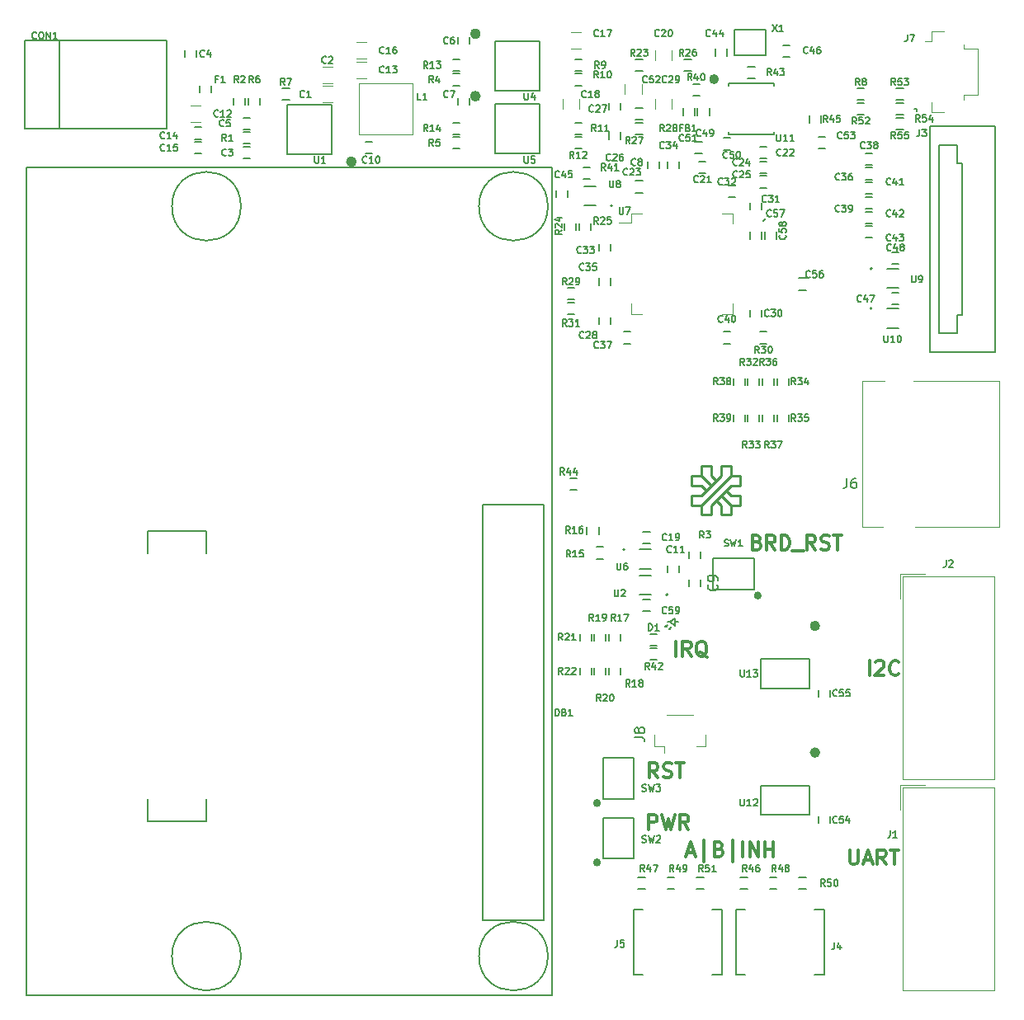
<source format=gto>
G04 #@! TF.FileFunction,Legend,Top*
%FSLAX46Y46*%
G04 Gerber Fmt 4.6, Leading zero omitted, Abs format (unit mm)*
G04 Created by KiCad (PCBNEW 4.0.7) date 05/19/19 12:42:44*
%MOMM*%
%LPD*%
G01*
G04 APERTURE LIST*
%ADD10C,0.100000*%
%ADD11C,0.200000*%
%ADD12C,0.300000*%
%ADD13C,0.127000*%
%ADD14C,0.400000*%
%ADD15C,0.150000*%
%ADD16C,0.120000*%
%ADD17C,0.500000*%
%ADD18C,0.250000*%
G04 APERTURE END LIST*
D10*
D11*
X141500000Y-59000000D02*
X141250000Y-59000000D01*
X141500000Y-59250000D02*
X141500000Y-59000000D01*
X115700000Y-112200000D02*
X115700000Y-112100000D01*
X115700000Y-112200000D02*
X115800000Y-112200000D01*
X115900000Y-112000000D02*
X115700000Y-112200000D01*
X116100000Y-112400000D02*
X116200000Y-112400000D01*
X116100000Y-112300000D02*
X116100000Y-112400000D01*
X116100000Y-112400000D02*
X116100000Y-112300000D01*
X116300000Y-112200000D02*
X116100000Y-112400000D01*
X116200000Y-111700000D02*
X115900000Y-111700000D01*
X116700000Y-111300000D02*
X116700000Y-111700000D01*
X116200000Y-111700000D02*
X116700000Y-111300000D01*
X116700000Y-112100000D02*
X116200000Y-111700000D01*
X116700000Y-111700000D02*
X116700000Y-112100000D01*
X117000000Y-111700000D02*
X116700000Y-111700000D01*
D12*
X116764286Y-115178571D02*
X116764286Y-113678571D01*
X118335715Y-115178571D02*
X117835715Y-114464286D01*
X117478572Y-115178571D02*
X117478572Y-113678571D01*
X118050000Y-113678571D01*
X118192858Y-113750000D01*
X118264286Y-113821429D01*
X118335715Y-113964286D01*
X118335715Y-114178571D01*
X118264286Y-114321429D01*
X118192858Y-114392857D01*
X118050000Y-114464286D01*
X117478572Y-114464286D01*
X119978572Y-115321429D02*
X119835715Y-115250000D01*
X119692858Y-115107143D01*
X119478572Y-114892857D01*
X119335715Y-114821429D01*
X119192858Y-114821429D01*
X119264286Y-115178571D02*
X119121429Y-115107143D01*
X118978572Y-114964286D01*
X118907143Y-114678571D01*
X118907143Y-114178571D01*
X118978572Y-113892857D01*
X119121429Y-113750000D01*
X119264286Y-113678571D01*
X119550000Y-113678571D01*
X119692858Y-113750000D01*
X119835715Y-113892857D01*
X119907143Y-114178571D01*
X119907143Y-114678571D01*
X119835715Y-114964286D01*
X119692858Y-115107143D01*
X119550000Y-115178571D01*
X119264286Y-115178571D01*
X125100001Y-103492857D02*
X125314287Y-103564286D01*
X125385715Y-103635714D01*
X125457144Y-103778571D01*
X125457144Y-103992857D01*
X125385715Y-104135714D01*
X125314287Y-104207143D01*
X125171429Y-104278571D01*
X124600001Y-104278571D01*
X124600001Y-102778571D01*
X125100001Y-102778571D01*
X125242858Y-102850000D01*
X125314287Y-102921429D01*
X125385715Y-103064286D01*
X125385715Y-103207143D01*
X125314287Y-103350000D01*
X125242858Y-103421429D01*
X125100001Y-103492857D01*
X124600001Y-103492857D01*
X126957144Y-104278571D02*
X126457144Y-103564286D01*
X126100001Y-104278571D02*
X126100001Y-102778571D01*
X126671429Y-102778571D01*
X126814287Y-102850000D01*
X126885715Y-102921429D01*
X126957144Y-103064286D01*
X126957144Y-103278571D01*
X126885715Y-103421429D01*
X126814287Y-103492857D01*
X126671429Y-103564286D01*
X126100001Y-103564286D01*
X127600001Y-104278571D02*
X127600001Y-102778571D01*
X127957144Y-102778571D01*
X128171429Y-102850000D01*
X128314287Y-102992857D01*
X128385715Y-103135714D01*
X128457144Y-103421429D01*
X128457144Y-103635714D01*
X128385715Y-103921429D01*
X128314287Y-104064286D01*
X128171429Y-104207143D01*
X127957144Y-104278571D01*
X127600001Y-104278571D01*
X128742858Y-104421429D02*
X129885715Y-104421429D01*
X131100001Y-104278571D02*
X130600001Y-103564286D01*
X130242858Y-104278571D02*
X130242858Y-102778571D01*
X130814286Y-102778571D01*
X130957144Y-102850000D01*
X131028572Y-102921429D01*
X131100001Y-103064286D01*
X131100001Y-103278571D01*
X131028572Y-103421429D01*
X130957144Y-103492857D01*
X130814286Y-103564286D01*
X130242858Y-103564286D01*
X131671429Y-104207143D02*
X131885715Y-104278571D01*
X132242858Y-104278571D01*
X132385715Y-104207143D01*
X132457144Y-104135714D01*
X132528572Y-103992857D01*
X132528572Y-103850000D01*
X132457144Y-103707143D01*
X132385715Y-103635714D01*
X132242858Y-103564286D01*
X131957144Y-103492857D01*
X131814286Y-103421429D01*
X131742858Y-103350000D01*
X131671429Y-103207143D01*
X131671429Y-103064286D01*
X131742858Y-102921429D01*
X131814286Y-102850000D01*
X131957144Y-102778571D01*
X132314286Y-102778571D01*
X132528572Y-102850000D01*
X132957143Y-102778571D02*
X133814286Y-102778571D01*
X133385715Y-104278571D02*
X133385715Y-102778571D01*
X114928572Y-127678571D02*
X114428572Y-126964286D01*
X114071429Y-127678571D02*
X114071429Y-126178571D01*
X114642857Y-126178571D01*
X114785715Y-126250000D01*
X114857143Y-126321429D01*
X114928572Y-126464286D01*
X114928572Y-126678571D01*
X114857143Y-126821429D01*
X114785715Y-126892857D01*
X114642857Y-126964286D01*
X114071429Y-126964286D01*
X115500000Y-127607143D02*
X115714286Y-127678571D01*
X116071429Y-127678571D01*
X116214286Y-127607143D01*
X116285715Y-127535714D01*
X116357143Y-127392857D01*
X116357143Y-127250000D01*
X116285715Y-127107143D01*
X116214286Y-127035714D01*
X116071429Y-126964286D01*
X115785715Y-126892857D01*
X115642857Y-126821429D01*
X115571429Y-126750000D01*
X115500000Y-126607143D01*
X115500000Y-126464286D01*
X115571429Y-126321429D01*
X115642857Y-126250000D01*
X115785715Y-126178571D01*
X116142857Y-126178571D01*
X116357143Y-126250000D01*
X116785714Y-126178571D02*
X117642857Y-126178571D01*
X117214286Y-127678571D02*
X117214286Y-126178571D01*
X114000000Y-132978571D02*
X114000000Y-131478571D01*
X114571428Y-131478571D01*
X114714286Y-131550000D01*
X114785714Y-131621429D01*
X114857143Y-131764286D01*
X114857143Y-131978571D01*
X114785714Y-132121429D01*
X114714286Y-132192857D01*
X114571428Y-132264286D01*
X114000000Y-132264286D01*
X115357143Y-131478571D02*
X115714286Y-132978571D01*
X116000000Y-131907143D01*
X116285714Y-132978571D01*
X116642857Y-131478571D01*
X118071429Y-132978571D02*
X117571429Y-132264286D01*
X117214286Y-132978571D02*
X117214286Y-131478571D01*
X117785714Y-131478571D01*
X117928572Y-131550000D01*
X118000000Y-131621429D01*
X118071429Y-131764286D01*
X118071429Y-131978571D01*
X118000000Y-132121429D01*
X117928572Y-132192857D01*
X117785714Y-132264286D01*
X117214286Y-132264286D01*
X117935714Y-135350000D02*
X118650000Y-135350000D01*
X117792857Y-135778571D02*
X118292857Y-134278571D01*
X118792857Y-135778571D01*
X119650000Y-136278571D02*
X119650000Y-134135714D01*
X121221428Y-134992857D02*
X121435714Y-135064286D01*
X121507142Y-135135714D01*
X121578571Y-135278571D01*
X121578571Y-135492857D01*
X121507142Y-135635714D01*
X121435714Y-135707143D01*
X121292856Y-135778571D01*
X120721428Y-135778571D01*
X120721428Y-134278571D01*
X121221428Y-134278571D01*
X121364285Y-134350000D01*
X121435714Y-134421429D01*
X121507142Y-134564286D01*
X121507142Y-134707143D01*
X121435714Y-134850000D01*
X121364285Y-134921429D01*
X121221428Y-134992857D01*
X120721428Y-134992857D01*
X122578571Y-136278571D02*
X122578571Y-134135714D01*
X123649999Y-135778571D02*
X123649999Y-134278571D01*
X124364285Y-135778571D02*
X124364285Y-134278571D01*
X125221428Y-135778571D01*
X125221428Y-134278571D01*
X125935714Y-135778571D02*
X125935714Y-134278571D01*
X125935714Y-134992857D02*
X126792857Y-134992857D01*
X126792857Y-135778571D02*
X126792857Y-134278571D01*
X136635715Y-117178571D02*
X136635715Y-115678571D01*
X137278572Y-115821429D02*
X137350001Y-115750000D01*
X137492858Y-115678571D01*
X137850001Y-115678571D01*
X137992858Y-115750000D01*
X138064287Y-115821429D01*
X138135715Y-115964286D01*
X138135715Y-116107143D01*
X138064287Y-116321429D01*
X137207144Y-117178571D01*
X138135715Y-117178571D01*
X139635715Y-117035714D02*
X139564286Y-117107143D01*
X139350000Y-117178571D01*
X139207143Y-117178571D01*
X138992858Y-117107143D01*
X138850000Y-116964286D01*
X138778572Y-116821429D01*
X138707143Y-116535714D01*
X138707143Y-116321429D01*
X138778572Y-116035714D01*
X138850000Y-115892857D01*
X138992858Y-115750000D01*
X139207143Y-115678571D01*
X139350000Y-115678571D01*
X139564286Y-115750000D01*
X139635715Y-115821429D01*
X134607143Y-135078571D02*
X134607143Y-136292857D01*
X134678571Y-136435714D01*
X134750000Y-136507143D01*
X134892857Y-136578571D01*
X135178571Y-136578571D01*
X135321429Y-136507143D01*
X135392857Y-136435714D01*
X135464286Y-136292857D01*
X135464286Y-135078571D01*
X136107143Y-136150000D02*
X136821429Y-136150000D01*
X135964286Y-136578571D02*
X136464286Y-135078571D01*
X136964286Y-136578571D01*
X138321429Y-136578571D02*
X137821429Y-135864286D01*
X137464286Y-136578571D02*
X137464286Y-135078571D01*
X138035714Y-135078571D01*
X138178572Y-135150000D01*
X138250000Y-135221429D01*
X138321429Y-135364286D01*
X138321429Y-135578571D01*
X138250000Y-135721429D01*
X138178572Y-135792857D01*
X138035714Y-135864286D01*
X137464286Y-135864286D01*
X138750000Y-135078571D02*
X139607143Y-135078571D01*
X139178572Y-136578571D02*
X139178572Y-135078571D01*
D11*
X125750000Y-70500000D02*
X126000000Y-70250000D01*
D13*
X62550000Y-102350000D02*
X62550000Y-104650000D01*
X68550000Y-102350000D02*
X68550000Y-104650000D01*
X103250000Y-142325000D02*
X96950000Y-142325000D01*
X96950000Y-142325000D02*
X96950000Y-99675000D01*
X96950000Y-99675000D02*
X103250000Y-99675000D01*
X103250000Y-99675000D02*
X103250000Y-142325000D01*
X68550000Y-132150000D02*
X62550000Y-132150000D01*
X62550000Y-132150000D02*
X62550000Y-129850000D01*
X62550000Y-102350000D02*
X68550000Y-102350000D01*
X68550000Y-129850000D02*
X68550000Y-132150000D01*
X103635534Y-69000000D02*
G75*
G03X103635534Y-69000000I-3535534J0D01*
G01*
X72135534Y-69000000D02*
G75*
G03X72135534Y-69000000I-3535534J0D01*
G01*
X72135534Y-146000000D02*
G75*
G03X72135534Y-146000000I-3535534J0D01*
G01*
X103635534Y-146000000D02*
G75*
G03X103635534Y-146000000I-3535534J0D01*
G01*
X104100000Y-150000000D02*
X50100000Y-150000000D01*
X50100000Y-150000000D02*
X50100000Y-65000000D01*
X50100000Y-65000000D02*
X104100000Y-65000000D01*
X104100000Y-65000000D02*
X104100000Y-150000000D01*
D14*
X125375000Y-108975000D02*
G75*
G03X125375000Y-108975000I-200000J0D01*
G01*
D15*
X124775000Y-108375000D02*
X120575000Y-108375000D01*
X120575000Y-108375000D02*
X120575000Y-105175000D01*
X120575000Y-105175000D02*
X124775000Y-105175000D01*
X124775000Y-105175000D02*
X124775000Y-108375000D01*
D16*
X135860000Y-86950000D02*
X138190000Y-86950000D01*
X135860000Y-101940000D02*
X137980000Y-101940000D01*
X135860000Y-86950000D02*
X135860000Y-101940000D01*
X149950000Y-86950000D02*
X149950000Y-101940000D01*
X141150000Y-86950000D02*
X149950000Y-86950000D01*
X141350000Y-101940000D02*
X149950000Y-101940000D01*
X81500000Y-56650000D02*
X80500000Y-56650000D01*
X80500000Y-58350000D02*
X81500000Y-58350000D01*
X81500000Y-54650000D02*
X80500000Y-54650000D01*
X80500000Y-56350000D02*
X81500000Y-56350000D01*
D15*
X73100000Y-64100000D02*
X72400000Y-64100000D01*
X72400000Y-62900000D02*
X73100000Y-62900000D01*
X73100000Y-61100000D02*
X72400000Y-61100000D01*
X72400000Y-59900000D02*
X73100000Y-59900000D01*
X94400000Y-52350000D02*
X94400000Y-51650000D01*
X95600000Y-51650000D02*
X95600000Y-52350000D01*
X94400000Y-58600000D02*
X94400000Y-57900000D01*
X95600000Y-57900000D02*
X95600000Y-58600000D01*
X119300000Y-107350000D02*
X119300000Y-108050000D01*
X118100000Y-108050000D02*
X118100000Y-107350000D01*
X85600000Y-63600000D02*
X84900000Y-63600000D01*
X84900000Y-62400000D02*
X85600000Y-62400000D01*
X117100000Y-105900000D02*
X117100000Y-106600000D01*
X115900000Y-106600000D02*
X115900000Y-105900000D01*
D16*
X84000000Y-55850000D02*
X85000000Y-55850000D01*
X85000000Y-54150000D02*
X84000000Y-54150000D01*
X84000000Y-53850000D02*
X85000000Y-53850000D01*
X85000000Y-52150000D02*
X84000000Y-52150000D01*
X107000000Y-51150000D02*
X106000000Y-51150000D01*
X106000000Y-52850000D02*
X107000000Y-52850000D01*
X105150000Y-58000000D02*
X105150000Y-59000000D01*
X106850000Y-59000000D02*
X106850000Y-58000000D01*
D15*
X114100000Y-103600000D02*
X113400000Y-103600000D01*
X113400000Y-102400000D02*
X114100000Y-102400000D01*
D16*
X114650000Y-53000000D02*
X114650000Y-54000000D01*
X116350000Y-54000000D02*
X116350000Y-53000000D01*
D15*
X119150000Y-64400000D02*
X119850000Y-64400000D01*
X119850000Y-65600000D02*
X119150000Y-65600000D01*
X126100000Y-64100000D02*
X125400000Y-64100000D01*
X125400000Y-62900000D02*
X126100000Y-62900000D01*
X113350000Y-67600000D02*
X112650000Y-67600000D01*
X112650000Y-66400000D02*
X113350000Y-66400000D01*
X126100000Y-65600000D02*
X125400000Y-65600000D01*
X125400000Y-64400000D02*
X126100000Y-64400000D01*
X126100000Y-67100000D02*
X125400000Y-67100000D01*
X125400000Y-65900000D02*
X126100000Y-65900000D01*
X111100000Y-61400000D02*
X111100000Y-62100000D01*
X109900000Y-62100000D02*
X109900000Y-61400000D01*
X109900000Y-59100000D02*
X109900000Y-58400000D01*
X111100000Y-58400000D02*
X111100000Y-59100000D01*
X108900000Y-81100000D02*
X108900000Y-80400000D01*
X110100000Y-80400000D02*
X110100000Y-81100000D01*
D16*
X114650000Y-58000000D02*
X114650000Y-59000000D01*
X116350000Y-59000000D02*
X116350000Y-58000000D01*
D15*
X125600000Y-79650000D02*
X125600000Y-80350000D01*
X124400000Y-80350000D02*
X124400000Y-79650000D01*
X124400000Y-69350000D02*
X124400000Y-68650000D01*
X125600000Y-68650000D02*
X125600000Y-69350000D01*
X122150000Y-66900000D02*
X122850000Y-66900000D01*
X122850000Y-68100000D02*
X122150000Y-68100000D01*
X110100000Y-72900000D02*
X110100000Y-73600000D01*
X108900000Y-73600000D02*
X108900000Y-72900000D01*
X115900000Y-65100000D02*
X115900000Y-64400000D01*
X117100000Y-64400000D02*
X117100000Y-65100000D01*
X108900000Y-77100000D02*
X108900000Y-76400000D01*
X110100000Y-76400000D02*
X110100000Y-77100000D01*
X136950000Y-66250000D02*
X136250000Y-66250000D01*
X136250000Y-65050000D02*
X136950000Y-65050000D01*
X112100000Y-83100000D02*
X111400000Y-83100000D01*
X111400000Y-81900000D02*
X112100000Y-81900000D01*
X136950000Y-64750000D02*
X136250000Y-64750000D01*
X136250000Y-63550000D02*
X136950000Y-63550000D01*
X136950000Y-69250000D02*
X136250000Y-69250000D01*
X136250000Y-68050000D02*
X136950000Y-68050000D01*
X121650000Y-81900000D02*
X122350000Y-81900000D01*
X122350000Y-83100000D02*
X121650000Y-83100000D01*
X136950000Y-67750000D02*
X136250000Y-67750000D01*
X136250000Y-66550000D02*
X136950000Y-66550000D01*
X136950000Y-70750000D02*
X136250000Y-70750000D01*
X136250000Y-69550000D02*
X136950000Y-69550000D01*
X136950000Y-72250000D02*
X136250000Y-72250000D01*
X136250000Y-71050000D02*
X136950000Y-71050000D01*
X120800000Y-53550000D02*
X120800000Y-52850000D01*
X122000000Y-52850000D02*
X122000000Y-53550000D01*
X104500000Y-68050000D02*
X104500000Y-67350000D01*
X105700000Y-67350000D02*
X105700000Y-68050000D01*
X127750000Y-52450000D02*
X128450000Y-52450000D01*
X128450000Y-53650000D02*
X127750000Y-53650000D01*
X139650000Y-79050000D02*
X138950000Y-79050000D01*
X138950000Y-77850000D02*
X139650000Y-77850000D01*
X139650000Y-74950000D02*
X138950000Y-74950000D01*
X138950000Y-73750000D02*
X139650000Y-73750000D01*
X120200000Y-58950000D02*
X120200000Y-59650000D01*
X119000000Y-59650000D02*
X119000000Y-58950000D01*
X121650000Y-62000000D02*
X122350000Y-62000000D01*
X122350000Y-63200000D02*
X121650000Y-63200000D01*
X119450000Y-63600000D02*
X118750000Y-63600000D01*
X118750000Y-62400000D02*
X119450000Y-62400000D01*
D16*
X113250000Y-57500000D02*
X113250000Y-56500000D01*
X111550000Y-56500000D02*
X111550000Y-57500000D01*
D15*
X131400000Y-61900000D02*
X132100000Y-61900000D01*
X132100000Y-63100000D02*
X131400000Y-63100000D01*
X131400000Y-132350000D02*
X131400000Y-131650000D01*
X132600000Y-131650000D02*
X132600000Y-132350000D01*
X131400000Y-119350000D02*
X131400000Y-118650000D01*
X132600000Y-118650000D02*
X132600000Y-119350000D01*
X53499500Y-51999120D02*
X53499500Y-61000880D01*
X49999380Y-51999120D02*
X49999380Y-61000880D01*
X49999380Y-61000880D02*
X64500240Y-61000880D01*
X64500240Y-61000880D02*
X64500240Y-51999120D01*
X64500240Y-51999120D02*
X49999380Y-51999120D01*
X114150000Y-112900000D02*
X114850000Y-112900000D01*
X114850000Y-114100000D02*
X114150000Y-114100000D01*
D16*
X149405000Y-128650000D02*
X149405000Y-149510000D01*
X149405000Y-149510000D02*
X140055000Y-149510000D01*
X140055000Y-149510000D02*
X140055000Y-128650000D01*
X140055000Y-128650000D02*
X149405000Y-128650000D01*
X139805000Y-128400000D02*
X139805000Y-130940000D01*
X139805000Y-128400000D02*
X142345000Y-128400000D01*
X149405000Y-106990000D02*
X149405000Y-127850000D01*
X149405000Y-127850000D02*
X140055000Y-127850000D01*
X140055000Y-127850000D02*
X140055000Y-106990000D01*
X140055000Y-106990000D02*
X149405000Y-106990000D01*
X139805000Y-106740000D02*
X139805000Y-109280000D01*
X139805000Y-106740000D02*
X142345000Y-106740000D01*
D15*
X73100000Y-62600000D02*
X72400000Y-62600000D01*
X72400000Y-61400000D02*
X73100000Y-61400000D01*
X72600000Y-57900000D02*
X72600000Y-58600000D01*
X71400000Y-58600000D02*
X71400000Y-57900000D01*
X118100000Y-105150000D02*
X118100000Y-104450000D01*
X119300000Y-104450000D02*
X119300000Y-105150000D01*
X94600000Y-56600000D02*
X93900000Y-56600000D01*
X93900000Y-55400000D02*
X94600000Y-55400000D01*
X94600000Y-63100000D02*
X93900000Y-63100000D01*
X93900000Y-61900000D02*
X94600000Y-61900000D01*
X74100000Y-57900000D02*
X74100000Y-58600000D01*
X72900000Y-58600000D02*
X72900000Y-57900000D01*
X77100000Y-58100000D02*
X76400000Y-58100000D01*
X76400000Y-56900000D02*
X77100000Y-56900000D01*
X135400000Y-56900000D02*
X136100000Y-56900000D01*
X136100000Y-58100000D02*
X135400000Y-58100000D01*
X107100000Y-55100000D02*
X106400000Y-55100000D01*
X106400000Y-53900000D02*
X107100000Y-53900000D01*
X107100000Y-56600000D02*
X106400000Y-56600000D01*
X106400000Y-55400000D02*
X107100000Y-55400000D01*
X107100000Y-61600000D02*
X106400000Y-61600000D01*
X106400000Y-60400000D02*
X107100000Y-60400000D01*
X107100000Y-63100000D02*
X106400000Y-63100000D01*
X106400000Y-61900000D02*
X107100000Y-61900000D01*
X93900000Y-53900000D02*
X94600000Y-53900000D01*
X94600000Y-55100000D02*
X93900000Y-55100000D01*
X93900000Y-60400000D02*
X94600000Y-60400000D01*
X94600000Y-61600000D02*
X93900000Y-61600000D01*
X108650000Y-104000000D02*
X109350000Y-104000000D01*
X109350000Y-105200000D02*
X108650000Y-105200000D01*
X107650000Y-102650000D02*
X107650000Y-101950000D01*
X108850000Y-101950000D02*
X108850000Y-102650000D01*
X109900000Y-113600000D02*
X109900000Y-112900000D01*
X111100000Y-112900000D02*
X111100000Y-113600000D01*
X109900000Y-117100000D02*
X109900000Y-116400000D01*
X111100000Y-116400000D02*
X111100000Y-117100000D01*
X108400000Y-113600000D02*
X108400000Y-112900000D01*
X109600000Y-112900000D02*
X109600000Y-113600000D01*
X108400000Y-117100000D02*
X108400000Y-116400000D01*
X109600000Y-116400000D02*
X109600000Y-117100000D01*
X106900000Y-113600000D02*
X106900000Y-112900000D01*
X108100000Y-112900000D02*
X108100000Y-113600000D01*
X106900000Y-117100000D02*
X106900000Y-116400000D01*
X108100000Y-116400000D02*
X108100000Y-117100000D01*
X113350000Y-55100000D02*
X112650000Y-55100000D01*
X112650000Y-53900000D02*
X113350000Y-53900000D01*
X106550000Y-70750000D02*
X106550000Y-71450000D01*
X105350000Y-71450000D02*
X105350000Y-70750000D01*
X106850000Y-71450000D02*
X106850000Y-70750000D01*
X108050000Y-70750000D02*
X108050000Y-71450000D01*
X117650000Y-53900000D02*
X118350000Y-53900000D01*
X118350000Y-55100000D02*
X117650000Y-55100000D01*
X113350000Y-61600000D02*
X112650000Y-61600000D01*
X112650000Y-60400000D02*
X113350000Y-60400000D01*
X113350000Y-60100000D02*
X112650000Y-60100000D01*
X112650000Y-58900000D02*
X113350000Y-58900000D01*
X105650000Y-77400000D02*
X106350000Y-77400000D01*
X106350000Y-78600000D02*
X105650000Y-78600000D01*
X126100000Y-83100000D02*
X125400000Y-83100000D01*
X125400000Y-81900000D02*
X126100000Y-81900000D01*
X105650000Y-78900000D02*
X106350000Y-78900000D01*
X106350000Y-80100000D02*
X105650000Y-80100000D01*
X124150000Y-87350000D02*
X124150000Y-86650000D01*
X125350000Y-86650000D02*
X125350000Y-87350000D01*
X124150000Y-91100000D02*
X124150000Y-90400000D01*
X125350000Y-90400000D02*
X125350000Y-91100000D01*
X127150000Y-87350000D02*
X127150000Y-86650000D01*
X128350000Y-86650000D02*
X128350000Y-87350000D01*
X127150000Y-91100000D02*
X127150000Y-90400000D01*
X128350000Y-90400000D02*
X128350000Y-91100000D01*
X125650000Y-87350000D02*
X125650000Y-86650000D01*
X126850000Y-86650000D02*
X126850000Y-87350000D01*
X125650000Y-91100000D02*
X125650000Y-90400000D01*
X126850000Y-90400000D02*
X126850000Y-91100000D01*
X122650000Y-87350000D02*
X122650000Y-86650000D01*
X123850000Y-86650000D02*
X123850000Y-87350000D01*
X122650000Y-91100000D02*
X122650000Y-90400000D01*
X123850000Y-90400000D02*
X123850000Y-91100000D01*
X119200000Y-57650000D02*
X118500000Y-57650000D01*
X118500000Y-56450000D02*
X119200000Y-56450000D01*
X107250000Y-65000000D02*
X107950000Y-65000000D01*
X107950000Y-66200000D02*
X107250000Y-66200000D01*
X114850000Y-115600000D02*
X114150000Y-115600000D01*
X114150000Y-114400000D02*
X114850000Y-114400000D01*
X124850000Y-55850000D02*
X124150000Y-55850000D01*
X124150000Y-54650000D02*
X124850000Y-54650000D01*
X105900000Y-96900000D02*
X106600000Y-96900000D01*
X106600000Y-98100000D02*
X105900000Y-98100000D01*
X130500000Y-60400000D02*
X130500000Y-59700000D01*
X131700000Y-59700000D02*
X131700000Y-60400000D01*
X124100000Y-139100000D02*
X123400000Y-139100000D01*
X123400000Y-137900000D02*
X124100000Y-137900000D01*
X113600000Y-139100000D02*
X112900000Y-139100000D01*
X112900000Y-137900000D02*
X113600000Y-137900000D01*
X127100000Y-139100000D02*
X126400000Y-139100000D01*
X126400000Y-137900000D02*
X127100000Y-137900000D01*
X116600000Y-139100000D02*
X115900000Y-139100000D01*
X115900000Y-137900000D02*
X116600000Y-137900000D01*
X130100000Y-139100000D02*
X129400000Y-139100000D01*
X129400000Y-137900000D02*
X130100000Y-137900000D01*
X119600000Y-139100000D02*
X118900000Y-139100000D01*
X118900000Y-137900000D02*
X119600000Y-137900000D01*
D14*
X108875000Y-136375000D02*
G75*
G03X108875000Y-136375000I-200000J0D01*
G01*
D15*
X109275000Y-135975000D02*
X109275000Y-131775000D01*
X109275000Y-131775000D02*
X112475000Y-131775000D01*
X112475000Y-131775000D02*
X112475000Y-135975000D01*
X112475000Y-135975000D02*
X109275000Y-135975000D01*
D14*
X108875000Y-130275000D02*
G75*
G03X108875000Y-130275000I-200000J0D01*
G01*
D15*
X109275000Y-129875000D02*
X109275000Y-125675000D01*
X109275000Y-125675000D02*
X112475000Y-125675000D01*
X112475000Y-125675000D02*
X112475000Y-129875000D01*
X112475000Y-129875000D02*
X109275000Y-129875000D01*
X66400000Y-53700000D02*
X66400000Y-53000000D01*
X67600000Y-53000000D02*
X67600000Y-53700000D01*
D16*
X67000000Y-60350000D02*
X68000000Y-60350000D01*
X68000000Y-58650000D02*
X67000000Y-58650000D01*
D15*
X68100000Y-62100000D02*
X67400000Y-62100000D01*
X67400000Y-60900000D02*
X68100000Y-60900000D01*
X68100000Y-63600000D02*
X67400000Y-63600000D01*
X67400000Y-62400000D02*
X68100000Y-62400000D01*
X145600000Y-82050000D02*
X143730000Y-82050000D01*
X145600000Y-80200000D02*
X145600000Y-82050000D01*
X146150000Y-80200000D02*
X145600000Y-80200000D01*
X146150000Y-64600000D02*
X146150000Y-80200000D01*
X145600000Y-64600000D02*
X146150000Y-64600000D01*
X145600000Y-62750000D02*
X145600000Y-64600000D01*
X143730000Y-62750000D02*
X145600000Y-62750000D01*
X143730000Y-82050000D02*
X143730000Y-62750000D01*
X149550000Y-84000000D02*
X142850000Y-84000000D01*
X149550000Y-60800000D02*
X149550000Y-84000000D01*
X142850000Y-60800000D02*
X149550000Y-60800000D01*
X142850000Y-84000000D02*
X142850000Y-60800000D01*
X132005000Y-147935000D02*
X131005000Y-147935000D01*
X132005000Y-141235000D02*
X132005000Y-147935000D01*
X131005000Y-141235000D02*
X132005000Y-141235000D01*
X122915000Y-141235000D02*
X123915000Y-141235000D01*
X122915000Y-147935000D02*
X123915000Y-147935000D01*
X122915000Y-141235000D02*
X122915000Y-147935000D01*
X121505000Y-147935000D02*
X120505000Y-147935000D01*
X121505000Y-141235000D02*
X121505000Y-147935000D01*
X120505000Y-141235000D02*
X121505000Y-141235000D01*
X112415000Y-141235000D02*
X113415000Y-141235000D01*
X112415000Y-147935000D02*
X113415000Y-147935000D01*
X112415000Y-141235000D02*
X112415000Y-147935000D01*
D17*
X83775000Y-64435000D02*
G75*
G03X83775000Y-64435000I-300000J0D01*
G01*
D15*
X76889000Y-63675000D02*
X76889000Y-58595000D01*
X76889000Y-58595000D02*
X81461000Y-58595000D01*
X81461000Y-58595000D02*
X81461000Y-63675000D01*
X81461000Y-63675000D02*
X76889000Y-63675000D01*
D17*
X96500000Y-51295000D02*
G75*
G03X96500000Y-51295000I-300000J0D01*
G01*
D15*
X102786000Y-52055000D02*
X102786000Y-57135000D01*
X102786000Y-57135000D02*
X98214000Y-57135000D01*
X98214000Y-57135000D02*
X98214000Y-52055000D01*
X98214000Y-52055000D02*
X102786000Y-52055000D01*
D17*
X96500000Y-57700000D02*
G75*
G03X96500000Y-57700000I-300000J0D01*
G01*
D15*
X102786000Y-58460000D02*
X102786000Y-63540000D01*
X102786000Y-63540000D02*
X98214000Y-63540000D01*
X98214000Y-63540000D02*
X98214000Y-58460000D01*
X98214000Y-58460000D02*
X102786000Y-58460000D01*
D16*
X112225000Y-69725000D02*
X112225000Y-70675000D01*
X122575000Y-69725000D02*
X122575000Y-70775000D01*
X122575000Y-80075000D02*
X122575000Y-79025000D01*
X112225000Y-80075000D02*
X112225000Y-79025000D01*
X112225000Y-69725000D02*
X113275000Y-69725000D01*
X112225000Y-80075000D02*
X113275000Y-80075000D01*
X122575000Y-80075000D02*
X121525000Y-80075000D01*
X122575000Y-69725000D02*
X121525000Y-69725000D01*
X112225000Y-70675000D02*
X110950000Y-70675000D01*
D15*
X67900000Y-57350000D02*
X67900000Y-56650000D01*
X69100000Y-56650000D02*
X69100000Y-57350000D01*
X118700000Y-58950000D02*
X118700000Y-59650000D01*
X117500000Y-59650000D02*
X117500000Y-58950000D01*
D16*
X84250000Y-56350000D02*
X89750000Y-56350000D01*
X84250000Y-61650000D02*
X89750000Y-61650000D01*
X84250000Y-61650000D02*
X84250000Y-56350000D01*
X89750000Y-61650000D02*
X89750000Y-56350000D01*
D11*
X115950000Y-108900000D02*
G75*
G03X115950000Y-108900000I-100000J0D01*
G01*
D15*
X114250000Y-106900000D02*
X113050000Y-106900000D01*
X113050000Y-108900000D02*
X114250000Y-108900000D01*
D11*
X111550000Y-104250000D02*
G75*
G03X111550000Y-104250000I-100000J0D01*
G01*
D15*
X113050000Y-106250000D02*
X114250000Y-106250000D01*
X114250000Y-104250000D02*
X113050000Y-104250000D01*
D11*
X110250000Y-68950000D02*
G75*
G03X110250000Y-68950000I-100000J0D01*
G01*
D15*
X108550000Y-66950000D02*
X107350000Y-66950000D01*
X107350000Y-68950000D02*
X108550000Y-68950000D01*
D11*
X136900000Y-75400000D02*
G75*
G03X136900000Y-75400000I-100000J0D01*
G01*
D15*
X138400000Y-77400000D02*
X139600000Y-77400000D01*
X139600000Y-75400000D02*
X138400000Y-75400000D01*
D11*
X136900000Y-79500000D02*
G75*
G03X136900000Y-79500000I-100000J0D01*
G01*
D15*
X138400000Y-81500000D02*
X139600000Y-81500000D01*
X139600000Y-79500000D02*
X138400000Y-79500000D01*
D17*
X120944000Y-55952000D02*
G75*
G03X120944000Y-55952000I-254000J0D01*
G01*
D15*
X122175000Y-56375000D02*
X122175000Y-56600000D01*
X126825000Y-56375000D02*
X126825000Y-56600000D01*
X126825000Y-61625000D02*
X126825000Y-61400000D01*
X122175000Y-61625000D02*
X122175000Y-61400000D01*
X122175000Y-56375000D02*
X126825000Y-56375000D01*
X122175000Y-61625000D02*
X126825000Y-61625000D01*
D17*
X131330843Y-125100000D02*
G75*
G03X131330843Y-125100000I-282843J0D01*
G01*
D11*
X125500000Y-128500000D02*
X125500000Y-131500000D01*
X125500000Y-131500000D02*
X130500000Y-131500000D01*
X130500000Y-128500000D02*
X125500000Y-128500000D01*
X130500000Y-131500000D02*
X130500000Y-128500000D01*
D17*
X131330843Y-112100000D02*
G75*
G03X131330843Y-112100000I-282843J0D01*
G01*
D11*
X125500000Y-115500000D02*
X125500000Y-118500000D01*
X125500000Y-118500000D02*
X130500000Y-118500000D01*
X130500000Y-115500000D02*
X125500000Y-115500000D01*
X130500000Y-118500000D02*
X130500000Y-115500000D01*
D15*
X122800000Y-50900000D02*
X126000000Y-50900000D01*
X126000000Y-50900000D02*
X126000000Y-53500000D01*
X126000000Y-53500000D02*
X122800000Y-53500000D01*
X122800000Y-53500000D02*
X122800000Y-50900000D01*
X135400000Y-58400000D02*
X136100000Y-58400000D01*
X136100000Y-59600000D02*
X135400000Y-59600000D01*
X113900000Y-65100000D02*
X113900000Y-64400000D01*
X115100000Y-64400000D02*
X115100000Y-65100000D01*
X129400000Y-76400000D02*
X130100000Y-76400000D01*
X130100000Y-77600000D02*
X129400000Y-77600000D01*
X124400000Y-72350000D02*
X124400000Y-71650000D01*
X125600000Y-71650000D02*
X125600000Y-72350000D01*
X125900000Y-72350000D02*
X125900000Y-71650000D01*
X127100000Y-71650000D02*
X127100000Y-72350000D01*
X113400000Y-109400000D02*
X114100000Y-109400000D01*
X114100000Y-110600000D02*
X113400000Y-110600000D01*
D18*
X120400000Y-97700000D02*
X119400000Y-96700000D01*
X122400000Y-99700000D02*
X121400000Y-98700000D01*
X119400000Y-99700000D02*
X122400000Y-96700000D01*
X121900000Y-98200000D02*
X120900000Y-99200000D01*
X120900000Y-97200000D02*
X119900000Y-98200000D01*
X120900000Y-97200000D02*
X121400000Y-96700000D01*
X121400000Y-96700000D02*
X121400000Y-95700000D01*
X121400000Y-95700000D02*
X122400000Y-95700000D01*
X122400000Y-95700000D02*
X122400000Y-96700000D01*
X122400000Y-96700000D02*
X123400000Y-96700000D01*
X123400000Y-96700000D02*
X123400000Y-97700000D01*
X123400000Y-97700000D02*
X122400000Y-97700000D01*
X122400000Y-97700000D02*
X121900000Y-98200000D01*
X121900000Y-98200000D02*
X122400000Y-98700000D01*
X122400000Y-98700000D02*
X123400000Y-98700000D01*
X123400000Y-98700000D02*
X123400000Y-99700000D01*
X123400000Y-99700000D02*
X122400000Y-99700000D01*
X122400000Y-99700000D02*
X122400000Y-100700000D01*
X122400000Y-100700000D02*
X121400000Y-100700000D01*
X121400000Y-100700000D02*
X121400000Y-99700000D01*
X121400000Y-99700000D02*
X120900000Y-99200000D01*
X120900000Y-99200000D02*
X120400000Y-99700000D01*
X120400000Y-99700000D02*
X120400000Y-100700000D01*
X120400000Y-100700000D02*
X119400000Y-100700000D01*
X119400000Y-100700000D02*
X119400000Y-99700000D01*
X119400000Y-99700000D02*
X118400000Y-99700000D01*
X118400000Y-99700000D02*
X118400000Y-98700000D01*
X118400000Y-98700000D02*
X119400000Y-98700000D01*
X119400000Y-98700000D02*
X119900000Y-98200000D01*
X119900000Y-98200000D02*
X119400000Y-97700000D01*
X119400000Y-97700000D02*
X118400000Y-97700000D01*
X118400000Y-97700000D02*
X118400000Y-96700000D01*
X118400000Y-96700000D02*
X119400000Y-96700000D01*
X119400000Y-96700000D02*
X119400000Y-95700000D01*
X119400000Y-95700000D02*
X120400000Y-95700000D01*
X120400000Y-95700000D02*
X120400000Y-96700000D01*
X120400000Y-96700000D02*
X120900000Y-97200000D01*
D16*
X142350000Y-52040000D02*
X143030000Y-52040000D01*
X143030000Y-52040000D02*
X143030000Y-51080000D01*
X143030000Y-51080000D02*
X144240000Y-51080000D01*
X143030000Y-58360000D02*
X143030000Y-59320000D01*
X143030000Y-59320000D02*
X144240000Y-59320000D01*
X146270000Y-52360000D02*
X146270000Y-52830000D01*
X146270000Y-52830000D02*
X147740000Y-52830000D01*
X147740000Y-52830000D02*
X147740000Y-57570000D01*
X147740000Y-57570000D02*
X146270000Y-57570000D01*
X146270000Y-57570000D02*
X146270000Y-58040000D01*
D15*
X140100000Y-58100000D02*
X139400000Y-58100000D01*
X139400000Y-56900000D02*
X140100000Y-56900000D01*
X140100000Y-59600000D02*
X139400000Y-59600000D01*
X139400000Y-58400000D02*
X140100000Y-58400000D01*
X140100000Y-61100000D02*
X139400000Y-61100000D01*
X139400000Y-59900000D02*
X140100000Y-59900000D01*
D16*
X115540000Y-125150000D02*
X115540000Y-124470000D01*
X115540000Y-124470000D02*
X114580000Y-124470000D01*
X114580000Y-124470000D02*
X114580000Y-123260000D01*
X118860000Y-124470000D02*
X119820000Y-124470000D01*
X119820000Y-124470000D02*
X119820000Y-123260000D01*
X115860000Y-121230000D02*
X118540000Y-121230000D01*
D15*
X104383334Y-121316667D02*
X104383334Y-120616667D01*
X104550000Y-120616667D01*
X104650000Y-120650000D01*
X104716667Y-120716667D01*
X104750000Y-120783333D01*
X104783334Y-120916667D01*
X104783334Y-121016667D01*
X104750000Y-121150000D01*
X104716667Y-121216667D01*
X104650000Y-121283333D01*
X104550000Y-121316667D01*
X104383334Y-121316667D01*
X105316667Y-120950000D02*
X105416667Y-120983333D01*
X105450000Y-121016667D01*
X105483334Y-121083333D01*
X105483334Y-121183333D01*
X105450000Y-121250000D01*
X105416667Y-121283333D01*
X105350000Y-121316667D01*
X105083334Y-121316667D01*
X105083334Y-120616667D01*
X105316667Y-120616667D01*
X105383334Y-120650000D01*
X105416667Y-120683333D01*
X105450000Y-120750000D01*
X105450000Y-120816667D01*
X105416667Y-120883333D01*
X105383334Y-120916667D01*
X105316667Y-120950000D01*
X105083334Y-120950000D01*
X106150000Y-121316667D02*
X105750000Y-121316667D01*
X105950000Y-121316667D02*
X105950000Y-120616667D01*
X105883334Y-120716667D01*
X105816667Y-120783333D01*
X105750000Y-120816667D01*
X121741666Y-103883333D02*
X121841666Y-103916667D01*
X122008333Y-103916667D01*
X122075000Y-103883333D01*
X122108333Y-103850000D01*
X122141666Y-103783333D01*
X122141666Y-103716667D01*
X122108333Y-103650000D01*
X122075000Y-103616667D01*
X122008333Y-103583333D01*
X121875000Y-103550000D01*
X121808333Y-103516667D01*
X121775000Y-103483333D01*
X121741666Y-103416667D01*
X121741666Y-103350000D01*
X121775000Y-103283333D01*
X121808333Y-103250000D01*
X121875000Y-103216667D01*
X122041666Y-103216667D01*
X122141666Y-103250000D01*
X122375000Y-103216667D02*
X122541667Y-103916667D01*
X122675000Y-103416667D01*
X122808333Y-103916667D01*
X122975000Y-103216667D01*
X123608333Y-103916667D02*
X123208333Y-103916667D01*
X123408333Y-103916667D02*
X123408333Y-103216667D01*
X123341667Y-103316667D01*
X123275000Y-103383333D01*
X123208333Y-103416667D01*
X134316667Y-96952381D02*
X134316667Y-97666667D01*
X134269047Y-97809524D01*
X134173809Y-97904762D01*
X134030952Y-97952381D01*
X133935714Y-97952381D01*
X135221429Y-96952381D02*
X135030952Y-96952381D01*
X134935714Y-97000000D01*
X134888095Y-97047619D01*
X134792857Y-97190476D01*
X134745238Y-97380952D01*
X134745238Y-97761905D01*
X134792857Y-97857143D01*
X134840476Y-97904762D01*
X134935714Y-97952381D01*
X135126191Y-97952381D01*
X135221429Y-97904762D01*
X135269048Y-97857143D01*
X135316667Y-97761905D01*
X135316667Y-97523810D01*
X135269048Y-97428571D01*
X135221429Y-97380952D01*
X135126191Y-97333333D01*
X134935714Y-97333333D01*
X134840476Y-97380952D01*
X134792857Y-97428571D01*
X134745238Y-97523810D01*
X78633334Y-57750000D02*
X78600000Y-57783333D01*
X78500000Y-57816667D01*
X78433334Y-57816667D01*
X78333334Y-57783333D01*
X78266667Y-57716667D01*
X78233334Y-57650000D01*
X78200000Y-57516667D01*
X78200000Y-57416667D01*
X78233334Y-57283333D01*
X78266667Y-57216667D01*
X78333334Y-57150000D01*
X78433334Y-57116667D01*
X78500000Y-57116667D01*
X78600000Y-57150000D01*
X78633334Y-57183333D01*
X79300000Y-57816667D02*
X78900000Y-57816667D01*
X79100000Y-57816667D02*
X79100000Y-57116667D01*
X79033334Y-57216667D01*
X78966667Y-57283333D01*
X78900000Y-57316667D01*
X80883334Y-54250000D02*
X80850000Y-54283333D01*
X80750000Y-54316667D01*
X80683334Y-54316667D01*
X80583334Y-54283333D01*
X80516667Y-54216667D01*
X80483334Y-54150000D01*
X80450000Y-54016667D01*
X80450000Y-53916667D01*
X80483334Y-53783333D01*
X80516667Y-53716667D01*
X80583334Y-53650000D01*
X80683334Y-53616667D01*
X80750000Y-53616667D01*
X80850000Y-53650000D01*
X80883334Y-53683333D01*
X81150000Y-53683333D02*
X81183334Y-53650000D01*
X81250000Y-53616667D01*
X81416667Y-53616667D01*
X81483334Y-53650000D01*
X81516667Y-53683333D01*
X81550000Y-53750000D01*
X81550000Y-53816667D01*
X81516667Y-53916667D01*
X81116667Y-54316667D01*
X81550000Y-54316667D01*
X70633334Y-63750000D02*
X70600000Y-63783333D01*
X70500000Y-63816667D01*
X70433334Y-63816667D01*
X70333334Y-63783333D01*
X70266667Y-63716667D01*
X70233334Y-63650000D01*
X70200000Y-63516667D01*
X70200000Y-63416667D01*
X70233334Y-63283333D01*
X70266667Y-63216667D01*
X70333334Y-63150000D01*
X70433334Y-63116667D01*
X70500000Y-63116667D01*
X70600000Y-63150000D01*
X70633334Y-63183333D01*
X70866667Y-63116667D02*
X71300000Y-63116667D01*
X71066667Y-63383333D01*
X71166667Y-63383333D01*
X71233334Y-63416667D01*
X71266667Y-63450000D01*
X71300000Y-63516667D01*
X71300000Y-63683333D01*
X71266667Y-63750000D01*
X71233334Y-63783333D01*
X71166667Y-63816667D01*
X70966667Y-63816667D01*
X70900000Y-63783333D01*
X70866667Y-63750000D01*
X70383334Y-60750000D02*
X70350000Y-60783333D01*
X70250000Y-60816667D01*
X70183334Y-60816667D01*
X70083334Y-60783333D01*
X70016667Y-60716667D01*
X69983334Y-60650000D01*
X69950000Y-60516667D01*
X69950000Y-60416667D01*
X69983334Y-60283333D01*
X70016667Y-60216667D01*
X70083334Y-60150000D01*
X70183334Y-60116667D01*
X70250000Y-60116667D01*
X70350000Y-60150000D01*
X70383334Y-60183333D01*
X71016667Y-60116667D02*
X70683334Y-60116667D01*
X70650000Y-60450000D01*
X70683334Y-60416667D01*
X70750000Y-60383333D01*
X70916667Y-60383333D01*
X70983334Y-60416667D01*
X71016667Y-60450000D01*
X71050000Y-60516667D01*
X71050000Y-60683333D01*
X71016667Y-60750000D01*
X70983334Y-60783333D01*
X70916667Y-60816667D01*
X70750000Y-60816667D01*
X70683334Y-60783333D01*
X70650000Y-60750000D01*
X93383334Y-52250000D02*
X93350000Y-52283333D01*
X93250000Y-52316667D01*
X93183334Y-52316667D01*
X93083334Y-52283333D01*
X93016667Y-52216667D01*
X92983334Y-52150000D01*
X92950000Y-52016667D01*
X92950000Y-51916667D01*
X92983334Y-51783333D01*
X93016667Y-51716667D01*
X93083334Y-51650000D01*
X93183334Y-51616667D01*
X93250000Y-51616667D01*
X93350000Y-51650000D01*
X93383334Y-51683333D01*
X93983334Y-51616667D02*
X93850000Y-51616667D01*
X93783334Y-51650000D01*
X93750000Y-51683333D01*
X93683334Y-51783333D01*
X93650000Y-51916667D01*
X93650000Y-52183333D01*
X93683334Y-52250000D01*
X93716667Y-52283333D01*
X93783334Y-52316667D01*
X93916667Y-52316667D01*
X93983334Y-52283333D01*
X94016667Y-52250000D01*
X94050000Y-52183333D01*
X94050000Y-52016667D01*
X94016667Y-51950000D01*
X93983334Y-51916667D01*
X93916667Y-51883333D01*
X93783334Y-51883333D01*
X93716667Y-51916667D01*
X93683334Y-51950000D01*
X93650000Y-52016667D01*
X93383334Y-57750000D02*
X93350000Y-57783333D01*
X93250000Y-57816667D01*
X93183334Y-57816667D01*
X93083334Y-57783333D01*
X93016667Y-57716667D01*
X92983334Y-57650000D01*
X92950000Y-57516667D01*
X92950000Y-57416667D01*
X92983334Y-57283333D01*
X93016667Y-57216667D01*
X93083334Y-57150000D01*
X93183334Y-57116667D01*
X93250000Y-57116667D01*
X93350000Y-57150000D01*
X93383334Y-57183333D01*
X93616667Y-57116667D02*
X94083334Y-57116667D01*
X93783334Y-57816667D01*
X120957143Y-107866666D02*
X121004762Y-107914285D01*
X121052381Y-108057142D01*
X121052381Y-108152380D01*
X121004762Y-108295238D01*
X120909524Y-108390476D01*
X120814286Y-108438095D01*
X120623810Y-108485714D01*
X120480952Y-108485714D01*
X120290476Y-108438095D01*
X120195238Y-108390476D01*
X120100000Y-108295238D01*
X120052381Y-108152380D01*
X120052381Y-108057142D01*
X120100000Y-107914285D01*
X120147619Y-107866666D01*
X121052381Y-107390476D02*
X121052381Y-107200000D01*
X121004762Y-107104761D01*
X120957143Y-107057142D01*
X120814286Y-106961904D01*
X120623810Y-106914285D01*
X120242857Y-106914285D01*
X120147619Y-106961904D01*
X120100000Y-107009523D01*
X120052381Y-107104761D01*
X120052381Y-107295238D01*
X120100000Y-107390476D01*
X120147619Y-107438095D01*
X120242857Y-107485714D01*
X120480952Y-107485714D01*
X120576190Y-107438095D01*
X120623810Y-107390476D01*
X120671429Y-107295238D01*
X120671429Y-107104761D01*
X120623810Y-107009523D01*
X120576190Y-106961904D01*
X120480952Y-106914285D01*
X85050000Y-64500000D02*
X85016666Y-64533333D01*
X84916666Y-64566667D01*
X84850000Y-64566667D01*
X84750000Y-64533333D01*
X84683333Y-64466667D01*
X84650000Y-64400000D01*
X84616666Y-64266667D01*
X84616666Y-64166667D01*
X84650000Y-64033333D01*
X84683333Y-63966667D01*
X84750000Y-63900000D01*
X84850000Y-63866667D01*
X84916666Y-63866667D01*
X85016666Y-63900000D01*
X85050000Y-63933333D01*
X85716666Y-64566667D02*
X85316666Y-64566667D01*
X85516666Y-64566667D02*
X85516666Y-63866667D01*
X85450000Y-63966667D01*
X85383333Y-64033333D01*
X85316666Y-64066667D01*
X86150000Y-63866667D02*
X86216667Y-63866667D01*
X86283333Y-63900000D01*
X86316667Y-63933333D01*
X86350000Y-64000000D01*
X86383333Y-64133333D01*
X86383333Y-64300000D01*
X86350000Y-64433333D01*
X86316667Y-64500000D01*
X86283333Y-64533333D01*
X86216667Y-64566667D01*
X86150000Y-64566667D01*
X86083333Y-64533333D01*
X86050000Y-64500000D01*
X86016667Y-64433333D01*
X85983333Y-64300000D01*
X85983333Y-64133333D01*
X86016667Y-64000000D01*
X86050000Y-63933333D01*
X86083333Y-63900000D01*
X86150000Y-63866667D01*
X116300000Y-104500000D02*
X116266666Y-104533333D01*
X116166666Y-104566667D01*
X116100000Y-104566667D01*
X116000000Y-104533333D01*
X115933333Y-104466667D01*
X115900000Y-104400000D01*
X115866666Y-104266667D01*
X115866666Y-104166667D01*
X115900000Y-104033333D01*
X115933333Y-103966667D01*
X116000000Y-103900000D01*
X116100000Y-103866667D01*
X116166666Y-103866667D01*
X116266666Y-103900000D01*
X116300000Y-103933333D01*
X116966666Y-104566667D02*
X116566666Y-104566667D01*
X116766666Y-104566667D02*
X116766666Y-103866667D01*
X116700000Y-103966667D01*
X116633333Y-104033333D01*
X116566666Y-104066667D01*
X117633333Y-104566667D02*
X117233333Y-104566667D01*
X117433333Y-104566667D02*
X117433333Y-103866667D01*
X117366667Y-103966667D01*
X117300000Y-104033333D01*
X117233333Y-104066667D01*
X86800000Y-55250000D02*
X86766666Y-55283333D01*
X86666666Y-55316667D01*
X86600000Y-55316667D01*
X86500000Y-55283333D01*
X86433333Y-55216667D01*
X86400000Y-55150000D01*
X86366666Y-55016667D01*
X86366666Y-54916667D01*
X86400000Y-54783333D01*
X86433333Y-54716667D01*
X86500000Y-54650000D01*
X86600000Y-54616667D01*
X86666666Y-54616667D01*
X86766666Y-54650000D01*
X86800000Y-54683333D01*
X87466666Y-55316667D02*
X87066666Y-55316667D01*
X87266666Y-55316667D02*
X87266666Y-54616667D01*
X87200000Y-54716667D01*
X87133333Y-54783333D01*
X87066666Y-54816667D01*
X87700000Y-54616667D02*
X88133333Y-54616667D01*
X87900000Y-54883333D01*
X88000000Y-54883333D01*
X88066667Y-54916667D01*
X88100000Y-54950000D01*
X88133333Y-55016667D01*
X88133333Y-55183333D01*
X88100000Y-55250000D01*
X88066667Y-55283333D01*
X88000000Y-55316667D01*
X87800000Y-55316667D01*
X87733333Y-55283333D01*
X87700000Y-55250000D01*
X86800000Y-53250000D02*
X86766666Y-53283333D01*
X86666666Y-53316667D01*
X86600000Y-53316667D01*
X86500000Y-53283333D01*
X86433333Y-53216667D01*
X86400000Y-53150000D01*
X86366666Y-53016667D01*
X86366666Y-52916667D01*
X86400000Y-52783333D01*
X86433333Y-52716667D01*
X86500000Y-52650000D01*
X86600000Y-52616667D01*
X86666666Y-52616667D01*
X86766666Y-52650000D01*
X86800000Y-52683333D01*
X87466666Y-53316667D02*
X87066666Y-53316667D01*
X87266666Y-53316667D02*
X87266666Y-52616667D01*
X87200000Y-52716667D01*
X87133333Y-52783333D01*
X87066666Y-52816667D01*
X88066667Y-52616667D02*
X87933333Y-52616667D01*
X87866667Y-52650000D01*
X87833333Y-52683333D01*
X87766667Y-52783333D01*
X87733333Y-52916667D01*
X87733333Y-53183333D01*
X87766667Y-53250000D01*
X87800000Y-53283333D01*
X87866667Y-53316667D01*
X88000000Y-53316667D01*
X88066667Y-53283333D01*
X88100000Y-53250000D01*
X88133333Y-53183333D01*
X88133333Y-53016667D01*
X88100000Y-52950000D01*
X88066667Y-52916667D01*
X88000000Y-52883333D01*
X87866667Y-52883333D01*
X87800000Y-52916667D01*
X87766667Y-52950000D01*
X87733333Y-53016667D01*
X108800000Y-51500000D02*
X108766666Y-51533333D01*
X108666666Y-51566667D01*
X108600000Y-51566667D01*
X108500000Y-51533333D01*
X108433333Y-51466667D01*
X108400000Y-51400000D01*
X108366666Y-51266667D01*
X108366666Y-51166667D01*
X108400000Y-51033333D01*
X108433333Y-50966667D01*
X108500000Y-50900000D01*
X108600000Y-50866667D01*
X108666666Y-50866667D01*
X108766666Y-50900000D01*
X108800000Y-50933333D01*
X109466666Y-51566667D02*
X109066666Y-51566667D01*
X109266666Y-51566667D02*
X109266666Y-50866667D01*
X109200000Y-50966667D01*
X109133333Y-51033333D01*
X109066666Y-51066667D01*
X109700000Y-50866667D02*
X110166667Y-50866667D01*
X109866667Y-51566667D01*
X107550000Y-57750000D02*
X107516666Y-57783333D01*
X107416666Y-57816667D01*
X107350000Y-57816667D01*
X107250000Y-57783333D01*
X107183333Y-57716667D01*
X107150000Y-57650000D01*
X107116666Y-57516667D01*
X107116666Y-57416667D01*
X107150000Y-57283333D01*
X107183333Y-57216667D01*
X107250000Y-57150000D01*
X107350000Y-57116667D01*
X107416666Y-57116667D01*
X107516666Y-57150000D01*
X107550000Y-57183333D01*
X108216666Y-57816667D02*
X107816666Y-57816667D01*
X108016666Y-57816667D02*
X108016666Y-57116667D01*
X107950000Y-57216667D01*
X107883333Y-57283333D01*
X107816666Y-57316667D01*
X108616667Y-57416667D02*
X108550000Y-57383333D01*
X108516667Y-57350000D01*
X108483333Y-57283333D01*
X108483333Y-57250000D01*
X108516667Y-57183333D01*
X108550000Y-57150000D01*
X108616667Y-57116667D01*
X108750000Y-57116667D01*
X108816667Y-57150000D01*
X108850000Y-57183333D01*
X108883333Y-57250000D01*
X108883333Y-57283333D01*
X108850000Y-57350000D01*
X108816667Y-57383333D01*
X108750000Y-57416667D01*
X108616667Y-57416667D01*
X108550000Y-57450000D01*
X108516667Y-57483333D01*
X108483333Y-57550000D01*
X108483333Y-57683333D01*
X108516667Y-57750000D01*
X108550000Y-57783333D01*
X108616667Y-57816667D01*
X108750000Y-57816667D01*
X108816667Y-57783333D01*
X108850000Y-57750000D01*
X108883333Y-57683333D01*
X108883333Y-57550000D01*
X108850000Y-57483333D01*
X108816667Y-57450000D01*
X108750000Y-57416667D01*
X115800000Y-103250000D02*
X115766666Y-103283333D01*
X115666666Y-103316667D01*
X115600000Y-103316667D01*
X115500000Y-103283333D01*
X115433333Y-103216667D01*
X115400000Y-103150000D01*
X115366666Y-103016667D01*
X115366666Y-102916667D01*
X115400000Y-102783333D01*
X115433333Y-102716667D01*
X115500000Y-102650000D01*
X115600000Y-102616667D01*
X115666666Y-102616667D01*
X115766666Y-102650000D01*
X115800000Y-102683333D01*
X116466666Y-103316667D02*
X116066666Y-103316667D01*
X116266666Y-103316667D02*
X116266666Y-102616667D01*
X116200000Y-102716667D01*
X116133333Y-102783333D01*
X116066666Y-102816667D01*
X116800000Y-103316667D02*
X116933333Y-103316667D01*
X117000000Y-103283333D01*
X117033333Y-103250000D01*
X117100000Y-103150000D01*
X117133333Y-103016667D01*
X117133333Y-102750000D01*
X117100000Y-102683333D01*
X117066667Y-102650000D01*
X117000000Y-102616667D01*
X116866667Y-102616667D01*
X116800000Y-102650000D01*
X116766667Y-102683333D01*
X116733333Y-102750000D01*
X116733333Y-102916667D01*
X116766667Y-102983333D01*
X116800000Y-103016667D01*
X116866667Y-103050000D01*
X117000000Y-103050000D01*
X117066667Y-103016667D01*
X117100000Y-102983333D01*
X117133333Y-102916667D01*
X115050000Y-51500000D02*
X115016666Y-51533333D01*
X114916666Y-51566667D01*
X114850000Y-51566667D01*
X114750000Y-51533333D01*
X114683333Y-51466667D01*
X114650000Y-51400000D01*
X114616666Y-51266667D01*
X114616666Y-51166667D01*
X114650000Y-51033333D01*
X114683333Y-50966667D01*
X114750000Y-50900000D01*
X114850000Y-50866667D01*
X114916666Y-50866667D01*
X115016666Y-50900000D01*
X115050000Y-50933333D01*
X115316666Y-50933333D02*
X115350000Y-50900000D01*
X115416666Y-50866667D01*
X115583333Y-50866667D01*
X115650000Y-50900000D01*
X115683333Y-50933333D01*
X115716666Y-51000000D01*
X115716666Y-51066667D01*
X115683333Y-51166667D01*
X115283333Y-51566667D01*
X115716666Y-51566667D01*
X116150000Y-50866667D02*
X116216667Y-50866667D01*
X116283333Y-50900000D01*
X116316667Y-50933333D01*
X116350000Y-51000000D01*
X116383333Y-51133333D01*
X116383333Y-51300000D01*
X116350000Y-51433333D01*
X116316667Y-51500000D01*
X116283333Y-51533333D01*
X116216667Y-51566667D01*
X116150000Y-51566667D01*
X116083333Y-51533333D01*
X116050000Y-51500000D01*
X116016667Y-51433333D01*
X115983333Y-51300000D01*
X115983333Y-51133333D01*
X116016667Y-51000000D01*
X116050000Y-50933333D01*
X116083333Y-50900000D01*
X116150000Y-50866667D01*
X119050000Y-66500000D02*
X119016666Y-66533333D01*
X118916666Y-66566667D01*
X118850000Y-66566667D01*
X118750000Y-66533333D01*
X118683333Y-66466667D01*
X118650000Y-66400000D01*
X118616666Y-66266667D01*
X118616666Y-66166667D01*
X118650000Y-66033333D01*
X118683333Y-65966667D01*
X118750000Y-65900000D01*
X118850000Y-65866667D01*
X118916666Y-65866667D01*
X119016666Y-65900000D01*
X119050000Y-65933333D01*
X119316666Y-65933333D02*
X119350000Y-65900000D01*
X119416666Y-65866667D01*
X119583333Y-65866667D01*
X119650000Y-65900000D01*
X119683333Y-65933333D01*
X119716666Y-66000000D01*
X119716666Y-66066667D01*
X119683333Y-66166667D01*
X119283333Y-66566667D01*
X119716666Y-66566667D01*
X120383333Y-66566667D02*
X119983333Y-66566667D01*
X120183333Y-66566667D02*
X120183333Y-65866667D01*
X120116667Y-65966667D01*
X120050000Y-66033333D01*
X119983333Y-66066667D01*
X127550000Y-63750000D02*
X127516666Y-63783333D01*
X127416666Y-63816667D01*
X127350000Y-63816667D01*
X127250000Y-63783333D01*
X127183333Y-63716667D01*
X127150000Y-63650000D01*
X127116666Y-63516667D01*
X127116666Y-63416667D01*
X127150000Y-63283333D01*
X127183333Y-63216667D01*
X127250000Y-63150000D01*
X127350000Y-63116667D01*
X127416666Y-63116667D01*
X127516666Y-63150000D01*
X127550000Y-63183333D01*
X127816666Y-63183333D02*
X127850000Y-63150000D01*
X127916666Y-63116667D01*
X128083333Y-63116667D01*
X128150000Y-63150000D01*
X128183333Y-63183333D01*
X128216666Y-63250000D01*
X128216666Y-63316667D01*
X128183333Y-63416667D01*
X127783333Y-63816667D01*
X128216666Y-63816667D01*
X128483333Y-63183333D02*
X128516667Y-63150000D01*
X128583333Y-63116667D01*
X128750000Y-63116667D01*
X128816667Y-63150000D01*
X128850000Y-63183333D01*
X128883333Y-63250000D01*
X128883333Y-63316667D01*
X128850000Y-63416667D01*
X128450000Y-63816667D01*
X128883333Y-63816667D01*
X111800000Y-65750000D02*
X111766666Y-65783333D01*
X111666666Y-65816667D01*
X111600000Y-65816667D01*
X111500000Y-65783333D01*
X111433333Y-65716667D01*
X111400000Y-65650000D01*
X111366666Y-65516667D01*
X111366666Y-65416667D01*
X111400000Y-65283333D01*
X111433333Y-65216667D01*
X111500000Y-65150000D01*
X111600000Y-65116667D01*
X111666666Y-65116667D01*
X111766666Y-65150000D01*
X111800000Y-65183333D01*
X112066666Y-65183333D02*
X112100000Y-65150000D01*
X112166666Y-65116667D01*
X112333333Y-65116667D01*
X112400000Y-65150000D01*
X112433333Y-65183333D01*
X112466666Y-65250000D01*
X112466666Y-65316667D01*
X112433333Y-65416667D01*
X112033333Y-65816667D01*
X112466666Y-65816667D01*
X112700000Y-65116667D02*
X113133333Y-65116667D01*
X112900000Y-65383333D01*
X113000000Y-65383333D01*
X113066667Y-65416667D01*
X113100000Y-65450000D01*
X113133333Y-65516667D01*
X113133333Y-65683333D01*
X113100000Y-65750000D01*
X113066667Y-65783333D01*
X113000000Y-65816667D01*
X112800000Y-65816667D01*
X112733333Y-65783333D01*
X112700000Y-65750000D01*
X123050000Y-64750000D02*
X123016666Y-64783333D01*
X122916666Y-64816667D01*
X122850000Y-64816667D01*
X122750000Y-64783333D01*
X122683333Y-64716667D01*
X122650000Y-64650000D01*
X122616666Y-64516667D01*
X122616666Y-64416667D01*
X122650000Y-64283333D01*
X122683333Y-64216667D01*
X122750000Y-64150000D01*
X122850000Y-64116667D01*
X122916666Y-64116667D01*
X123016666Y-64150000D01*
X123050000Y-64183333D01*
X123316666Y-64183333D02*
X123350000Y-64150000D01*
X123416666Y-64116667D01*
X123583333Y-64116667D01*
X123650000Y-64150000D01*
X123683333Y-64183333D01*
X123716666Y-64250000D01*
X123716666Y-64316667D01*
X123683333Y-64416667D01*
X123283333Y-64816667D01*
X123716666Y-64816667D01*
X124316667Y-64350000D02*
X124316667Y-64816667D01*
X124150000Y-64083333D02*
X123983333Y-64583333D01*
X124416667Y-64583333D01*
X123050000Y-66000000D02*
X123016666Y-66033333D01*
X122916666Y-66066667D01*
X122850000Y-66066667D01*
X122750000Y-66033333D01*
X122683333Y-65966667D01*
X122650000Y-65900000D01*
X122616666Y-65766667D01*
X122616666Y-65666667D01*
X122650000Y-65533333D01*
X122683333Y-65466667D01*
X122750000Y-65400000D01*
X122850000Y-65366667D01*
X122916666Y-65366667D01*
X123016666Y-65400000D01*
X123050000Y-65433333D01*
X123316666Y-65433333D02*
X123350000Y-65400000D01*
X123416666Y-65366667D01*
X123583333Y-65366667D01*
X123650000Y-65400000D01*
X123683333Y-65433333D01*
X123716666Y-65500000D01*
X123716666Y-65566667D01*
X123683333Y-65666667D01*
X123283333Y-66066667D01*
X123716666Y-66066667D01*
X124350000Y-65366667D02*
X124016667Y-65366667D01*
X123983333Y-65700000D01*
X124016667Y-65666667D01*
X124083333Y-65633333D01*
X124250000Y-65633333D01*
X124316667Y-65666667D01*
X124350000Y-65700000D01*
X124383333Y-65766667D01*
X124383333Y-65933333D01*
X124350000Y-66000000D01*
X124316667Y-66033333D01*
X124250000Y-66066667D01*
X124083333Y-66066667D01*
X124016667Y-66033333D01*
X123983333Y-66000000D01*
X110050000Y-64250000D02*
X110016666Y-64283333D01*
X109916666Y-64316667D01*
X109850000Y-64316667D01*
X109750000Y-64283333D01*
X109683333Y-64216667D01*
X109650000Y-64150000D01*
X109616666Y-64016667D01*
X109616666Y-63916667D01*
X109650000Y-63783333D01*
X109683333Y-63716667D01*
X109750000Y-63650000D01*
X109850000Y-63616667D01*
X109916666Y-63616667D01*
X110016666Y-63650000D01*
X110050000Y-63683333D01*
X110316666Y-63683333D02*
X110350000Y-63650000D01*
X110416666Y-63616667D01*
X110583333Y-63616667D01*
X110650000Y-63650000D01*
X110683333Y-63683333D01*
X110716666Y-63750000D01*
X110716666Y-63816667D01*
X110683333Y-63916667D01*
X110283333Y-64316667D01*
X110716666Y-64316667D01*
X111316667Y-63616667D02*
X111183333Y-63616667D01*
X111116667Y-63650000D01*
X111083333Y-63683333D01*
X111016667Y-63783333D01*
X110983333Y-63916667D01*
X110983333Y-64183333D01*
X111016667Y-64250000D01*
X111050000Y-64283333D01*
X111116667Y-64316667D01*
X111250000Y-64316667D01*
X111316667Y-64283333D01*
X111350000Y-64250000D01*
X111383333Y-64183333D01*
X111383333Y-64016667D01*
X111350000Y-63950000D01*
X111316667Y-63916667D01*
X111250000Y-63883333D01*
X111116667Y-63883333D01*
X111050000Y-63916667D01*
X111016667Y-63950000D01*
X110983333Y-64016667D01*
X108300000Y-59250000D02*
X108266666Y-59283333D01*
X108166666Y-59316667D01*
X108100000Y-59316667D01*
X108000000Y-59283333D01*
X107933333Y-59216667D01*
X107900000Y-59150000D01*
X107866666Y-59016667D01*
X107866666Y-58916667D01*
X107900000Y-58783333D01*
X107933333Y-58716667D01*
X108000000Y-58650000D01*
X108100000Y-58616667D01*
X108166666Y-58616667D01*
X108266666Y-58650000D01*
X108300000Y-58683333D01*
X108566666Y-58683333D02*
X108600000Y-58650000D01*
X108666666Y-58616667D01*
X108833333Y-58616667D01*
X108900000Y-58650000D01*
X108933333Y-58683333D01*
X108966666Y-58750000D01*
X108966666Y-58816667D01*
X108933333Y-58916667D01*
X108533333Y-59316667D01*
X108966666Y-59316667D01*
X109200000Y-58616667D02*
X109666667Y-58616667D01*
X109366667Y-59316667D01*
X107300000Y-82500000D02*
X107266666Y-82533333D01*
X107166666Y-82566667D01*
X107100000Y-82566667D01*
X107000000Y-82533333D01*
X106933333Y-82466667D01*
X106900000Y-82400000D01*
X106866666Y-82266667D01*
X106866666Y-82166667D01*
X106900000Y-82033333D01*
X106933333Y-81966667D01*
X107000000Y-81900000D01*
X107100000Y-81866667D01*
X107166666Y-81866667D01*
X107266666Y-81900000D01*
X107300000Y-81933333D01*
X107566666Y-81933333D02*
X107600000Y-81900000D01*
X107666666Y-81866667D01*
X107833333Y-81866667D01*
X107900000Y-81900000D01*
X107933333Y-81933333D01*
X107966666Y-82000000D01*
X107966666Y-82066667D01*
X107933333Y-82166667D01*
X107533333Y-82566667D01*
X107966666Y-82566667D01*
X108366667Y-82166667D02*
X108300000Y-82133333D01*
X108266667Y-82100000D01*
X108233333Y-82033333D01*
X108233333Y-82000000D01*
X108266667Y-81933333D01*
X108300000Y-81900000D01*
X108366667Y-81866667D01*
X108500000Y-81866667D01*
X108566667Y-81900000D01*
X108600000Y-81933333D01*
X108633333Y-82000000D01*
X108633333Y-82033333D01*
X108600000Y-82100000D01*
X108566667Y-82133333D01*
X108500000Y-82166667D01*
X108366667Y-82166667D01*
X108300000Y-82200000D01*
X108266667Y-82233333D01*
X108233333Y-82300000D01*
X108233333Y-82433333D01*
X108266667Y-82500000D01*
X108300000Y-82533333D01*
X108366667Y-82566667D01*
X108500000Y-82566667D01*
X108566667Y-82533333D01*
X108600000Y-82500000D01*
X108633333Y-82433333D01*
X108633333Y-82300000D01*
X108600000Y-82233333D01*
X108566667Y-82200000D01*
X108500000Y-82166667D01*
X115800000Y-56250000D02*
X115766666Y-56283333D01*
X115666666Y-56316667D01*
X115600000Y-56316667D01*
X115500000Y-56283333D01*
X115433333Y-56216667D01*
X115400000Y-56150000D01*
X115366666Y-56016667D01*
X115366666Y-55916667D01*
X115400000Y-55783333D01*
X115433333Y-55716667D01*
X115500000Y-55650000D01*
X115600000Y-55616667D01*
X115666666Y-55616667D01*
X115766666Y-55650000D01*
X115800000Y-55683333D01*
X116066666Y-55683333D02*
X116100000Y-55650000D01*
X116166666Y-55616667D01*
X116333333Y-55616667D01*
X116400000Y-55650000D01*
X116433333Y-55683333D01*
X116466666Y-55750000D01*
X116466666Y-55816667D01*
X116433333Y-55916667D01*
X116033333Y-56316667D01*
X116466666Y-56316667D01*
X116800000Y-56316667D02*
X116933333Y-56316667D01*
X117000000Y-56283333D01*
X117033333Y-56250000D01*
X117100000Y-56150000D01*
X117133333Y-56016667D01*
X117133333Y-55750000D01*
X117100000Y-55683333D01*
X117066667Y-55650000D01*
X117000000Y-55616667D01*
X116866667Y-55616667D01*
X116800000Y-55650000D01*
X116766667Y-55683333D01*
X116733333Y-55750000D01*
X116733333Y-55916667D01*
X116766667Y-55983333D01*
X116800000Y-56016667D01*
X116866667Y-56050000D01*
X117000000Y-56050000D01*
X117066667Y-56016667D01*
X117100000Y-55983333D01*
X117133333Y-55916667D01*
X126300000Y-80250000D02*
X126266666Y-80283333D01*
X126166666Y-80316667D01*
X126100000Y-80316667D01*
X126000000Y-80283333D01*
X125933333Y-80216667D01*
X125900000Y-80150000D01*
X125866666Y-80016667D01*
X125866666Y-79916667D01*
X125900000Y-79783333D01*
X125933333Y-79716667D01*
X126000000Y-79650000D01*
X126100000Y-79616667D01*
X126166666Y-79616667D01*
X126266666Y-79650000D01*
X126300000Y-79683333D01*
X126533333Y-79616667D02*
X126966666Y-79616667D01*
X126733333Y-79883333D01*
X126833333Y-79883333D01*
X126900000Y-79916667D01*
X126933333Y-79950000D01*
X126966666Y-80016667D01*
X126966666Y-80183333D01*
X126933333Y-80250000D01*
X126900000Y-80283333D01*
X126833333Y-80316667D01*
X126633333Y-80316667D01*
X126566666Y-80283333D01*
X126533333Y-80250000D01*
X127400000Y-79616667D02*
X127466667Y-79616667D01*
X127533333Y-79650000D01*
X127566667Y-79683333D01*
X127600000Y-79750000D01*
X127633333Y-79883333D01*
X127633333Y-80050000D01*
X127600000Y-80183333D01*
X127566667Y-80250000D01*
X127533333Y-80283333D01*
X127466667Y-80316667D01*
X127400000Y-80316667D01*
X127333333Y-80283333D01*
X127300000Y-80250000D01*
X127266667Y-80183333D01*
X127233333Y-80050000D01*
X127233333Y-79883333D01*
X127266667Y-79750000D01*
X127300000Y-79683333D01*
X127333333Y-79650000D01*
X127400000Y-79616667D01*
X126050000Y-68500000D02*
X126016666Y-68533333D01*
X125916666Y-68566667D01*
X125850000Y-68566667D01*
X125750000Y-68533333D01*
X125683333Y-68466667D01*
X125650000Y-68400000D01*
X125616666Y-68266667D01*
X125616666Y-68166667D01*
X125650000Y-68033333D01*
X125683333Y-67966667D01*
X125750000Y-67900000D01*
X125850000Y-67866667D01*
X125916666Y-67866667D01*
X126016666Y-67900000D01*
X126050000Y-67933333D01*
X126283333Y-67866667D02*
X126716666Y-67866667D01*
X126483333Y-68133333D01*
X126583333Y-68133333D01*
X126650000Y-68166667D01*
X126683333Y-68200000D01*
X126716666Y-68266667D01*
X126716666Y-68433333D01*
X126683333Y-68500000D01*
X126650000Y-68533333D01*
X126583333Y-68566667D01*
X126383333Y-68566667D01*
X126316666Y-68533333D01*
X126283333Y-68500000D01*
X127383333Y-68566667D02*
X126983333Y-68566667D01*
X127183333Y-68566667D02*
X127183333Y-67866667D01*
X127116667Y-67966667D01*
X127050000Y-68033333D01*
X126983333Y-68066667D01*
X121550000Y-66750000D02*
X121516666Y-66783333D01*
X121416666Y-66816667D01*
X121350000Y-66816667D01*
X121250000Y-66783333D01*
X121183333Y-66716667D01*
X121150000Y-66650000D01*
X121116666Y-66516667D01*
X121116666Y-66416667D01*
X121150000Y-66283333D01*
X121183333Y-66216667D01*
X121250000Y-66150000D01*
X121350000Y-66116667D01*
X121416666Y-66116667D01*
X121516666Y-66150000D01*
X121550000Y-66183333D01*
X121783333Y-66116667D02*
X122216666Y-66116667D01*
X121983333Y-66383333D01*
X122083333Y-66383333D01*
X122150000Y-66416667D01*
X122183333Y-66450000D01*
X122216666Y-66516667D01*
X122216666Y-66683333D01*
X122183333Y-66750000D01*
X122150000Y-66783333D01*
X122083333Y-66816667D01*
X121883333Y-66816667D01*
X121816666Y-66783333D01*
X121783333Y-66750000D01*
X122483333Y-66183333D02*
X122516667Y-66150000D01*
X122583333Y-66116667D01*
X122750000Y-66116667D01*
X122816667Y-66150000D01*
X122850000Y-66183333D01*
X122883333Y-66250000D01*
X122883333Y-66316667D01*
X122850000Y-66416667D01*
X122450000Y-66816667D01*
X122883333Y-66816667D01*
X107050000Y-73750000D02*
X107016666Y-73783333D01*
X106916666Y-73816667D01*
X106850000Y-73816667D01*
X106750000Y-73783333D01*
X106683333Y-73716667D01*
X106650000Y-73650000D01*
X106616666Y-73516667D01*
X106616666Y-73416667D01*
X106650000Y-73283333D01*
X106683333Y-73216667D01*
X106750000Y-73150000D01*
X106850000Y-73116667D01*
X106916666Y-73116667D01*
X107016666Y-73150000D01*
X107050000Y-73183333D01*
X107283333Y-73116667D02*
X107716666Y-73116667D01*
X107483333Y-73383333D01*
X107583333Y-73383333D01*
X107650000Y-73416667D01*
X107683333Y-73450000D01*
X107716666Y-73516667D01*
X107716666Y-73683333D01*
X107683333Y-73750000D01*
X107650000Y-73783333D01*
X107583333Y-73816667D01*
X107383333Y-73816667D01*
X107316666Y-73783333D01*
X107283333Y-73750000D01*
X107950000Y-73116667D02*
X108383333Y-73116667D01*
X108150000Y-73383333D01*
X108250000Y-73383333D01*
X108316667Y-73416667D01*
X108350000Y-73450000D01*
X108383333Y-73516667D01*
X108383333Y-73683333D01*
X108350000Y-73750000D01*
X108316667Y-73783333D01*
X108250000Y-73816667D01*
X108050000Y-73816667D01*
X107983333Y-73783333D01*
X107950000Y-73750000D01*
X115550000Y-63000000D02*
X115516666Y-63033333D01*
X115416666Y-63066667D01*
X115350000Y-63066667D01*
X115250000Y-63033333D01*
X115183333Y-62966667D01*
X115150000Y-62900000D01*
X115116666Y-62766667D01*
X115116666Y-62666667D01*
X115150000Y-62533333D01*
X115183333Y-62466667D01*
X115250000Y-62400000D01*
X115350000Y-62366667D01*
X115416666Y-62366667D01*
X115516666Y-62400000D01*
X115550000Y-62433333D01*
X115783333Y-62366667D02*
X116216666Y-62366667D01*
X115983333Y-62633333D01*
X116083333Y-62633333D01*
X116150000Y-62666667D01*
X116183333Y-62700000D01*
X116216666Y-62766667D01*
X116216666Y-62933333D01*
X116183333Y-63000000D01*
X116150000Y-63033333D01*
X116083333Y-63066667D01*
X115883333Y-63066667D01*
X115816666Y-63033333D01*
X115783333Y-63000000D01*
X116816667Y-62600000D02*
X116816667Y-63066667D01*
X116650000Y-62333333D02*
X116483333Y-62833333D01*
X116916667Y-62833333D01*
X107300000Y-75500000D02*
X107266666Y-75533333D01*
X107166666Y-75566667D01*
X107100000Y-75566667D01*
X107000000Y-75533333D01*
X106933333Y-75466667D01*
X106900000Y-75400000D01*
X106866666Y-75266667D01*
X106866666Y-75166667D01*
X106900000Y-75033333D01*
X106933333Y-74966667D01*
X107000000Y-74900000D01*
X107100000Y-74866667D01*
X107166666Y-74866667D01*
X107266666Y-74900000D01*
X107300000Y-74933333D01*
X107533333Y-74866667D02*
X107966666Y-74866667D01*
X107733333Y-75133333D01*
X107833333Y-75133333D01*
X107900000Y-75166667D01*
X107933333Y-75200000D01*
X107966666Y-75266667D01*
X107966666Y-75433333D01*
X107933333Y-75500000D01*
X107900000Y-75533333D01*
X107833333Y-75566667D01*
X107633333Y-75566667D01*
X107566666Y-75533333D01*
X107533333Y-75500000D01*
X108600000Y-74866667D02*
X108266667Y-74866667D01*
X108233333Y-75200000D01*
X108266667Y-75166667D01*
X108333333Y-75133333D01*
X108500000Y-75133333D01*
X108566667Y-75166667D01*
X108600000Y-75200000D01*
X108633333Y-75266667D01*
X108633333Y-75433333D01*
X108600000Y-75500000D01*
X108566667Y-75533333D01*
X108500000Y-75566667D01*
X108333333Y-75566667D01*
X108266667Y-75533333D01*
X108233333Y-75500000D01*
X133550000Y-66250000D02*
X133516666Y-66283333D01*
X133416666Y-66316667D01*
X133350000Y-66316667D01*
X133250000Y-66283333D01*
X133183333Y-66216667D01*
X133150000Y-66150000D01*
X133116666Y-66016667D01*
X133116666Y-65916667D01*
X133150000Y-65783333D01*
X133183333Y-65716667D01*
X133250000Y-65650000D01*
X133350000Y-65616667D01*
X133416666Y-65616667D01*
X133516666Y-65650000D01*
X133550000Y-65683333D01*
X133783333Y-65616667D02*
X134216666Y-65616667D01*
X133983333Y-65883333D01*
X134083333Y-65883333D01*
X134150000Y-65916667D01*
X134183333Y-65950000D01*
X134216666Y-66016667D01*
X134216666Y-66183333D01*
X134183333Y-66250000D01*
X134150000Y-66283333D01*
X134083333Y-66316667D01*
X133883333Y-66316667D01*
X133816666Y-66283333D01*
X133783333Y-66250000D01*
X134816667Y-65616667D02*
X134683333Y-65616667D01*
X134616667Y-65650000D01*
X134583333Y-65683333D01*
X134516667Y-65783333D01*
X134483333Y-65916667D01*
X134483333Y-66183333D01*
X134516667Y-66250000D01*
X134550000Y-66283333D01*
X134616667Y-66316667D01*
X134750000Y-66316667D01*
X134816667Y-66283333D01*
X134850000Y-66250000D01*
X134883333Y-66183333D01*
X134883333Y-66016667D01*
X134850000Y-65950000D01*
X134816667Y-65916667D01*
X134750000Y-65883333D01*
X134616667Y-65883333D01*
X134550000Y-65916667D01*
X134516667Y-65950000D01*
X134483333Y-66016667D01*
X108800000Y-83500000D02*
X108766666Y-83533333D01*
X108666666Y-83566667D01*
X108600000Y-83566667D01*
X108500000Y-83533333D01*
X108433333Y-83466667D01*
X108400000Y-83400000D01*
X108366666Y-83266667D01*
X108366666Y-83166667D01*
X108400000Y-83033333D01*
X108433333Y-82966667D01*
X108500000Y-82900000D01*
X108600000Y-82866667D01*
X108666666Y-82866667D01*
X108766666Y-82900000D01*
X108800000Y-82933333D01*
X109033333Y-82866667D02*
X109466666Y-82866667D01*
X109233333Y-83133333D01*
X109333333Y-83133333D01*
X109400000Y-83166667D01*
X109433333Y-83200000D01*
X109466666Y-83266667D01*
X109466666Y-83433333D01*
X109433333Y-83500000D01*
X109400000Y-83533333D01*
X109333333Y-83566667D01*
X109133333Y-83566667D01*
X109066666Y-83533333D01*
X109033333Y-83500000D01*
X109700000Y-82866667D02*
X110166667Y-82866667D01*
X109866667Y-83566667D01*
X136150000Y-63000000D02*
X136116666Y-63033333D01*
X136016666Y-63066667D01*
X135950000Y-63066667D01*
X135850000Y-63033333D01*
X135783333Y-62966667D01*
X135750000Y-62900000D01*
X135716666Y-62766667D01*
X135716666Y-62666667D01*
X135750000Y-62533333D01*
X135783333Y-62466667D01*
X135850000Y-62400000D01*
X135950000Y-62366667D01*
X136016666Y-62366667D01*
X136116666Y-62400000D01*
X136150000Y-62433333D01*
X136383333Y-62366667D02*
X136816666Y-62366667D01*
X136583333Y-62633333D01*
X136683333Y-62633333D01*
X136750000Y-62666667D01*
X136783333Y-62700000D01*
X136816666Y-62766667D01*
X136816666Y-62933333D01*
X136783333Y-63000000D01*
X136750000Y-63033333D01*
X136683333Y-63066667D01*
X136483333Y-63066667D01*
X136416666Y-63033333D01*
X136383333Y-63000000D01*
X137216667Y-62666667D02*
X137150000Y-62633333D01*
X137116667Y-62600000D01*
X137083333Y-62533333D01*
X137083333Y-62500000D01*
X137116667Y-62433333D01*
X137150000Y-62400000D01*
X137216667Y-62366667D01*
X137350000Y-62366667D01*
X137416667Y-62400000D01*
X137450000Y-62433333D01*
X137483333Y-62500000D01*
X137483333Y-62533333D01*
X137450000Y-62600000D01*
X137416667Y-62633333D01*
X137350000Y-62666667D01*
X137216667Y-62666667D01*
X137150000Y-62700000D01*
X137116667Y-62733333D01*
X137083333Y-62800000D01*
X137083333Y-62933333D01*
X137116667Y-63000000D01*
X137150000Y-63033333D01*
X137216667Y-63066667D01*
X137350000Y-63066667D01*
X137416667Y-63033333D01*
X137450000Y-63000000D01*
X137483333Y-62933333D01*
X137483333Y-62800000D01*
X137450000Y-62733333D01*
X137416667Y-62700000D01*
X137350000Y-62666667D01*
X133550000Y-69500000D02*
X133516666Y-69533333D01*
X133416666Y-69566667D01*
X133350000Y-69566667D01*
X133250000Y-69533333D01*
X133183333Y-69466667D01*
X133150000Y-69400000D01*
X133116666Y-69266667D01*
X133116666Y-69166667D01*
X133150000Y-69033333D01*
X133183333Y-68966667D01*
X133250000Y-68900000D01*
X133350000Y-68866667D01*
X133416666Y-68866667D01*
X133516666Y-68900000D01*
X133550000Y-68933333D01*
X133783333Y-68866667D02*
X134216666Y-68866667D01*
X133983333Y-69133333D01*
X134083333Y-69133333D01*
X134150000Y-69166667D01*
X134183333Y-69200000D01*
X134216666Y-69266667D01*
X134216666Y-69433333D01*
X134183333Y-69500000D01*
X134150000Y-69533333D01*
X134083333Y-69566667D01*
X133883333Y-69566667D01*
X133816666Y-69533333D01*
X133783333Y-69500000D01*
X134550000Y-69566667D02*
X134683333Y-69566667D01*
X134750000Y-69533333D01*
X134783333Y-69500000D01*
X134850000Y-69400000D01*
X134883333Y-69266667D01*
X134883333Y-69000000D01*
X134850000Y-68933333D01*
X134816667Y-68900000D01*
X134750000Y-68866667D01*
X134616667Y-68866667D01*
X134550000Y-68900000D01*
X134516667Y-68933333D01*
X134483333Y-69000000D01*
X134483333Y-69166667D01*
X134516667Y-69233333D01*
X134550000Y-69266667D01*
X134616667Y-69300000D01*
X134750000Y-69300000D01*
X134816667Y-69266667D01*
X134850000Y-69233333D01*
X134883333Y-69166667D01*
X121550000Y-80850000D02*
X121516666Y-80883333D01*
X121416666Y-80916667D01*
X121350000Y-80916667D01*
X121250000Y-80883333D01*
X121183333Y-80816667D01*
X121150000Y-80750000D01*
X121116666Y-80616667D01*
X121116666Y-80516667D01*
X121150000Y-80383333D01*
X121183333Y-80316667D01*
X121250000Y-80250000D01*
X121350000Y-80216667D01*
X121416666Y-80216667D01*
X121516666Y-80250000D01*
X121550000Y-80283333D01*
X122150000Y-80450000D02*
X122150000Y-80916667D01*
X121983333Y-80183333D02*
X121816666Y-80683333D01*
X122250000Y-80683333D01*
X122650000Y-80216667D02*
X122716667Y-80216667D01*
X122783333Y-80250000D01*
X122816667Y-80283333D01*
X122850000Y-80350000D01*
X122883333Y-80483333D01*
X122883333Y-80650000D01*
X122850000Y-80783333D01*
X122816667Y-80850000D01*
X122783333Y-80883333D01*
X122716667Y-80916667D01*
X122650000Y-80916667D01*
X122583333Y-80883333D01*
X122550000Y-80850000D01*
X122516667Y-80783333D01*
X122483333Y-80650000D01*
X122483333Y-80483333D01*
X122516667Y-80350000D01*
X122550000Y-80283333D01*
X122583333Y-80250000D01*
X122650000Y-80216667D01*
X138800000Y-66750000D02*
X138766666Y-66783333D01*
X138666666Y-66816667D01*
X138600000Y-66816667D01*
X138500000Y-66783333D01*
X138433333Y-66716667D01*
X138400000Y-66650000D01*
X138366666Y-66516667D01*
X138366666Y-66416667D01*
X138400000Y-66283333D01*
X138433333Y-66216667D01*
X138500000Y-66150000D01*
X138600000Y-66116667D01*
X138666666Y-66116667D01*
X138766666Y-66150000D01*
X138800000Y-66183333D01*
X139400000Y-66350000D02*
X139400000Y-66816667D01*
X139233333Y-66083333D02*
X139066666Y-66583333D01*
X139500000Y-66583333D01*
X140133333Y-66816667D02*
X139733333Y-66816667D01*
X139933333Y-66816667D02*
X139933333Y-66116667D01*
X139866667Y-66216667D01*
X139800000Y-66283333D01*
X139733333Y-66316667D01*
X138800000Y-70000000D02*
X138766666Y-70033333D01*
X138666666Y-70066667D01*
X138600000Y-70066667D01*
X138500000Y-70033333D01*
X138433333Y-69966667D01*
X138400000Y-69900000D01*
X138366666Y-69766667D01*
X138366666Y-69666667D01*
X138400000Y-69533333D01*
X138433333Y-69466667D01*
X138500000Y-69400000D01*
X138600000Y-69366667D01*
X138666666Y-69366667D01*
X138766666Y-69400000D01*
X138800000Y-69433333D01*
X139400000Y-69600000D02*
X139400000Y-70066667D01*
X139233333Y-69333333D02*
X139066666Y-69833333D01*
X139500000Y-69833333D01*
X139733333Y-69433333D02*
X139766667Y-69400000D01*
X139833333Y-69366667D01*
X140000000Y-69366667D01*
X140066667Y-69400000D01*
X140100000Y-69433333D01*
X140133333Y-69500000D01*
X140133333Y-69566667D01*
X140100000Y-69666667D01*
X139700000Y-70066667D01*
X140133333Y-70066667D01*
X138800000Y-72500000D02*
X138766666Y-72533333D01*
X138666666Y-72566667D01*
X138600000Y-72566667D01*
X138500000Y-72533333D01*
X138433333Y-72466667D01*
X138400000Y-72400000D01*
X138366666Y-72266667D01*
X138366666Y-72166667D01*
X138400000Y-72033333D01*
X138433333Y-71966667D01*
X138500000Y-71900000D01*
X138600000Y-71866667D01*
X138666666Y-71866667D01*
X138766666Y-71900000D01*
X138800000Y-71933333D01*
X139400000Y-72100000D02*
X139400000Y-72566667D01*
X139233333Y-71833333D02*
X139066666Y-72333333D01*
X139500000Y-72333333D01*
X139700000Y-71866667D02*
X140133333Y-71866667D01*
X139900000Y-72133333D01*
X140000000Y-72133333D01*
X140066667Y-72166667D01*
X140100000Y-72200000D01*
X140133333Y-72266667D01*
X140133333Y-72433333D01*
X140100000Y-72500000D01*
X140066667Y-72533333D01*
X140000000Y-72566667D01*
X139800000Y-72566667D01*
X139733333Y-72533333D01*
X139700000Y-72500000D01*
X120300000Y-51500000D02*
X120266666Y-51533333D01*
X120166666Y-51566667D01*
X120100000Y-51566667D01*
X120000000Y-51533333D01*
X119933333Y-51466667D01*
X119900000Y-51400000D01*
X119866666Y-51266667D01*
X119866666Y-51166667D01*
X119900000Y-51033333D01*
X119933333Y-50966667D01*
X120000000Y-50900000D01*
X120100000Y-50866667D01*
X120166666Y-50866667D01*
X120266666Y-50900000D01*
X120300000Y-50933333D01*
X120900000Y-51100000D02*
X120900000Y-51566667D01*
X120733333Y-50833333D02*
X120566666Y-51333333D01*
X121000000Y-51333333D01*
X121566667Y-51100000D02*
X121566667Y-51566667D01*
X121400000Y-50833333D02*
X121233333Y-51333333D01*
X121666667Y-51333333D01*
X104800000Y-66000000D02*
X104766666Y-66033333D01*
X104666666Y-66066667D01*
X104600000Y-66066667D01*
X104500000Y-66033333D01*
X104433333Y-65966667D01*
X104400000Y-65900000D01*
X104366666Y-65766667D01*
X104366666Y-65666667D01*
X104400000Y-65533333D01*
X104433333Y-65466667D01*
X104500000Y-65400000D01*
X104600000Y-65366667D01*
X104666666Y-65366667D01*
X104766666Y-65400000D01*
X104800000Y-65433333D01*
X105400000Y-65600000D02*
X105400000Y-66066667D01*
X105233333Y-65333333D02*
X105066666Y-65833333D01*
X105500000Y-65833333D01*
X106100000Y-65366667D02*
X105766667Y-65366667D01*
X105733333Y-65700000D01*
X105766667Y-65666667D01*
X105833333Y-65633333D01*
X106000000Y-65633333D01*
X106066667Y-65666667D01*
X106100000Y-65700000D01*
X106133333Y-65766667D01*
X106133333Y-65933333D01*
X106100000Y-66000000D01*
X106066667Y-66033333D01*
X106000000Y-66066667D01*
X105833333Y-66066667D01*
X105766667Y-66033333D01*
X105733333Y-66000000D01*
X130300000Y-53250000D02*
X130266666Y-53283333D01*
X130166666Y-53316667D01*
X130100000Y-53316667D01*
X130000000Y-53283333D01*
X129933333Y-53216667D01*
X129900000Y-53150000D01*
X129866666Y-53016667D01*
X129866666Y-52916667D01*
X129900000Y-52783333D01*
X129933333Y-52716667D01*
X130000000Y-52650000D01*
X130100000Y-52616667D01*
X130166666Y-52616667D01*
X130266666Y-52650000D01*
X130300000Y-52683333D01*
X130900000Y-52850000D02*
X130900000Y-53316667D01*
X130733333Y-52583333D02*
X130566666Y-53083333D01*
X131000000Y-53083333D01*
X131566667Y-52616667D02*
X131433333Y-52616667D01*
X131366667Y-52650000D01*
X131333333Y-52683333D01*
X131266667Y-52783333D01*
X131233333Y-52916667D01*
X131233333Y-53183333D01*
X131266667Y-53250000D01*
X131300000Y-53283333D01*
X131366667Y-53316667D01*
X131500000Y-53316667D01*
X131566667Y-53283333D01*
X131600000Y-53250000D01*
X131633333Y-53183333D01*
X131633333Y-53016667D01*
X131600000Y-52950000D01*
X131566667Y-52916667D01*
X131500000Y-52883333D01*
X131366667Y-52883333D01*
X131300000Y-52916667D01*
X131266667Y-52950000D01*
X131233333Y-53016667D01*
X135800000Y-78750000D02*
X135766666Y-78783333D01*
X135666666Y-78816667D01*
X135600000Y-78816667D01*
X135500000Y-78783333D01*
X135433333Y-78716667D01*
X135400000Y-78650000D01*
X135366666Y-78516667D01*
X135366666Y-78416667D01*
X135400000Y-78283333D01*
X135433333Y-78216667D01*
X135500000Y-78150000D01*
X135600000Y-78116667D01*
X135666666Y-78116667D01*
X135766666Y-78150000D01*
X135800000Y-78183333D01*
X136400000Y-78350000D02*
X136400000Y-78816667D01*
X136233333Y-78083333D02*
X136066666Y-78583333D01*
X136500000Y-78583333D01*
X136700000Y-78116667D02*
X137166667Y-78116667D01*
X136866667Y-78816667D01*
X138850000Y-73500000D02*
X138816666Y-73533333D01*
X138716666Y-73566667D01*
X138650000Y-73566667D01*
X138550000Y-73533333D01*
X138483333Y-73466667D01*
X138450000Y-73400000D01*
X138416666Y-73266667D01*
X138416666Y-73166667D01*
X138450000Y-73033333D01*
X138483333Y-72966667D01*
X138550000Y-72900000D01*
X138650000Y-72866667D01*
X138716666Y-72866667D01*
X138816666Y-72900000D01*
X138850000Y-72933333D01*
X139450000Y-73100000D02*
X139450000Y-73566667D01*
X139283333Y-72833333D02*
X139116666Y-73333333D01*
X139550000Y-73333333D01*
X139916667Y-73166667D02*
X139850000Y-73133333D01*
X139816667Y-73100000D01*
X139783333Y-73033333D01*
X139783333Y-73000000D01*
X139816667Y-72933333D01*
X139850000Y-72900000D01*
X139916667Y-72866667D01*
X140050000Y-72866667D01*
X140116667Y-72900000D01*
X140150000Y-72933333D01*
X140183333Y-73000000D01*
X140183333Y-73033333D01*
X140150000Y-73100000D01*
X140116667Y-73133333D01*
X140050000Y-73166667D01*
X139916667Y-73166667D01*
X139850000Y-73200000D01*
X139816667Y-73233333D01*
X139783333Y-73300000D01*
X139783333Y-73433333D01*
X139816667Y-73500000D01*
X139850000Y-73533333D01*
X139916667Y-73566667D01*
X140050000Y-73566667D01*
X140116667Y-73533333D01*
X140150000Y-73500000D01*
X140183333Y-73433333D01*
X140183333Y-73300000D01*
X140150000Y-73233333D01*
X140116667Y-73200000D01*
X140050000Y-73166667D01*
X119300000Y-61750000D02*
X119266666Y-61783333D01*
X119166666Y-61816667D01*
X119100000Y-61816667D01*
X119000000Y-61783333D01*
X118933333Y-61716667D01*
X118900000Y-61650000D01*
X118866666Y-61516667D01*
X118866666Y-61416667D01*
X118900000Y-61283333D01*
X118933333Y-61216667D01*
X119000000Y-61150000D01*
X119100000Y-61116667D01*
X119166666Y-61116667D01*
X119266666Y-61150000D01*
X119300000Y-61183333D01*
X119900000Y-61350000D02*
X119900000Y-61816667D01*
X119733333Y-61083333D02*
X119566666Y-61583333D01*
X120000000Y-61583333D01*
X120300000Y-61816667D02*
X120433333Y-61816667D01*
X120500000Y-61783333D01*
X120533333Y-61750000D01*
X120600000Y-61650000D01*
X120633333Y-61516667D01*
X120633333Y-61250000D01*
X120600000Y-61183333D01*
X120566667Y-61150000D01*
X120500000Y-61116667D01*
X120366667Y-61116667D01*
X120300000Y-61150000D01*
X120266667Y-61183333D01*
X120233333Y-61250000D01*
X120233333Y-61416667D01*
X120266667Y-61483333D01*
X120300000Y-61516667D01*
X120366667Y-61550000D01*
X120500000Y-61550000D01*
X120566667Y-61516667D01*
X120600000Y-61483333D01*
X120633333Y-61416667D01*
X122050000Y-64000000D02*
X122016666Y-64033333D01*
X121916666Y-64066667D01*
X121850000Y-64066667D01*
X121750000Y-64033333D01*
X121683333Y-63966667D01*
X121650000Y-63900000D01*
X121616666Y-63766667D01*
X121616666Y-63666667D01*
X121650000Y-63533333D01*
X121683333Y-63466667D01*
X121750000Y-63400000D01*
X121850000Y-63366667D01*
X121916666Y-63366667D01*
X122016666Y-63400000D01*
X122050000Y-63433333D01*
X122683333Y-63366667D02*
X122350000Y-63366667D01*
X122316666Y-63700000D01*
X122350000Y-63666667D01*
X122416666Y-63633333D01*
X122583333Y-63633333D01*
X122650000Y-63666667D01*
X122683333Y-63700000D01*
X122716666Y-63766667D01*
X122716666Y-63933333D01*
X122683333Y-64000000D01*
X122650000Y-64033333D01*
X122583333Y-64066667D01*
X122416666Y-64066667D01*
X122350000Y-64033333D01*
X122316666Y-64000000D01*
X123150000Y-63366667D02*
X123216667Y-63366667D01*
X123283333Y-63400000D01*
X123316667Y-63433333D01*
X123350000Y-63500000D01*
X123383333Y-63633333D01*
X123383333Y-63800000D01*
X123350000Y-63933333D01*
X123316667Y-64000000D01*
X123283333Y-64033333D01*
X123216667Y-64066667D01*
X123150000Y-64066667D01*
X123083333Y-64033333D01*
X123050000Y-64000000D01*
X123016667Y-63933333D01*
X122983333Y-63800000D01*
X122983333Y-63633333D01*
X123016667Y-63500000D01*
X123050000Y-63433333D01*
X123083333Y-63400000D01*
X123150000Y-63366667D01*
X117550000Y-62250000D02*
X117516666Y-62283333D01*
X117416666Y-62316667D01*
X117350000Y-62316667D01*
X117250000Y-62283333D01*
X117183333Y-62216667D01*
X117150000Y-62150000D01*
X117116666Y-62016667D01*
X117116666Y-61916667D01*
X117150000Y-61783333D01*
X117183333Y-61716667D01*
X117250000Y-61650000D01*
X117350000Y-61616667D01*
X117416666Y-61616667D01*
X117516666Y-61650000D01*
X117550000Y-61683333D01*
X118183333Y-61616667D02*
X117850000Y-61616667D01*
X117816666Y-61950000D01*
X117850000Y-61916667D01*
X117916666Y-61883333D01*
X118083333Y-61883333D01*
X118150000Y-61916667D01*
X118183333Y-61950000D01*
X118216666Y-62016667D01*
X118216666Y-62183333D01*
X118183333Y-62250000D01*
X118150000Y-62283333D01*
X118083333Y-62316667D01*
X117916666Y-62316667D01*
X117850000Y-62283333D01*
X117816666Y-62250000D01*
X118883333Y-62316667D02*
X118483333Y-62316667D01*
X118683333Y-62316667D02*
X118683333Y-61616667D01*
X118616667Y-61716667D01*
X118550000Y-61783333D01*
X118483333Y-61816667D01*
X113800000Y-56250000D02*
X113766666Y-56283333D01*
X113666666Y-56316667D01*
X113600000Y-56316667D01*
X113500000Y-56283333D01*
X113433333Y-56216667D01*
X113400000Y-56150000D01*
X113366666Y-56016667D01*
X113366666Y-55916667D01*
X113400000Y-55783333D01*
X113433333Y-55716667D01*
X113500000Y-55650000D01*
X113600000Y-55616667D01*
X113666666Y-55616667D01*
X113766666Y-55650000D01*
X113800000Y-55683333D01*
X114433333Y-55616667D02*
X114100000Y-55616667D01*
X114066666Y-55950000D01*
X114100000Y-55916667D01*
X114166666Y-55883333D01*
X114333333Y-55883333D01*
X114400000Y-55916667D01*
X114433333Y-55950000D01*
X114466666Y-56016667D01*
X114466666Y-56183333D01*
X114433333Y-56250000D01*
X114400000Y-56283333D01*
X114333333Y-56316667D01*
X114166666Y-56316667D01*
X114100000Y-56283333D01*
X114066666Y-56250000D01*
X114733333Y-55683333D02*
X114766667Y-55650000D01*
X114833333Y-55616667D01*
X115000000Y-55616667D01*
X115066667Y-55650000D01*
X115100000Y-55683333D01*
X115133333Y-55750000D01*
X115133333Y-55816667D01*
X115100000Y-55916667D01*
X114700000Y-56316667D01*
X115133333Y-56316667D01*
X133800000Y-62000000D02*
X133766666Y-62033333D01*
X133666666Y-62066667D01*
X133600000Y-62066667D01*
X133500000Y-62033333D01*
X133433333Y-61966667D01*
X133400000Y-61900000D01*
X133366666Y-61766667D01*
X133366666Y-61666667D01*
X133400000Y-61533333D01*
X133433333Y-61466667D01*
X133500000Y-61400000D01*
X133600000Y-61366667D01*
X133666666Y-61366667D01*
X133766666Y-61400000D01*
X133800000Y-61433333D01*
X134433333Y-61366667D02*
X134100000Y-61366667D01*
X134066666Y-61700000D01*
X134100000Y-61666667D01*
X134166666Y-61633333D01*
X134333333Y-61633333D01*
X134400000Y-61666667D01*
X134433333Y-61700000D01*
X134466666Y-61766667D01*
X134466666Y-61933333D01*
X134433333Y-62000000D01*
X134400000Y-62033333D01*
X134333333Y-62066667D01*
X134166666Y-62066667D01*
X134100000Y-62033333D01*
X134066666Y-62000000D01*
X134700000Y-61366667D02*
X135133333Y-61366667D01*
X134900000Y-61633333D01*
X135000000Y-61633333D01*
X135066667Y-61666667D01*
X135100000Y-61700000D01*
X135133333Y-61766667D01*
X135133333Y-61933333D01*
X135100000Y-62000000D01*
X135066667Y-62033333D01*
X135000000Y-62066667D01*
X134800000Y-62066667D01*
X134733333Y-62033333D01*
X134700000Y-62000000D01*
X133300000Y-132250000D02*
X133266666Y-132283333D01*
X133166666Y-132316667D01*
X133100000Y-132316667D01*
X133000000Y-132283333D01*
X132933333Y-132216667D01*
X132900000Y-132150000D01*
X132866666Y-132016667D01*
X132866666Y-131916667D01*
X132900000Y-131783333D01*
X132933333Y-131716667D01*
X133000000Y-131650000D01*
X133100000Y-131616667D01*
X133166666Y-131616667D01*
X133266666Y-131650000D01*
X133300000Y-131683333D01*
X133933333Y-131616667D02*
X133600000Y-131616667D01*
X133566666Y-131950000D01*
X133600000Y-131916667D01*
X133666666Y-131883333D01*
X133833333Y-131883333D01*
X133900000Y-131916667D01*
X133933333Y-131950000D01*
X133966666Y-132016667D01*
X133966666Y-132183333D01*
X133933333Y-132250000D01*
X133900000Y-132283333D01*
X133833333Y-132316667D01*
X133666666Y-132316667D01*
X133600000Y-132283333D01*
X133566666Y-132250000D01*
X134566667Y-131850000D02*
X134566667Y-132316667D01*
X134400000Y-131583333D02*
X134233333Y-132083333D01*
X134666667Y-132083333D01*
X133300000Y-119250000D02*
X133266666Y-119283333D01*
X133166666Y-119316667D01*
X133100000Y-119316667D01*
X133000000Y-119283333D01*
X132933333Y-119216667D01*
X132900000Y-119150000D01*
X132866666Y-119016667D01*
X132866666Y-118916667D01*
X132900000Y-118783333D01*
X132933333Y-118716667D01*
X133000000Y-118650000D01*
X133100000Y-118616667D01*
X133166666Y-118616667D01*
X133266666Y-118650000D01*
X133300000Y-118683333D01*
X133933333Y-118616667D02*
X133600000Y-118616667D01*
X133566666Y-118950000D01*
X133600000Y-118916667D01*
X133666666Y-118883333D01*
X133833333Y-118883333D01*
X133900000Y-118916667D01*
X133933333Y-118950000D01*
X133966666Y-119016667D01*
X133966666Y-119183333D01*
X133933333Y-119250000D01*
X133900000Y-119283333D01*
X133833333Y-119316667D01*
X133666666Y-119316667D01*
X133600000Y-119283333D01*
X133566666Y-119250000D01*
X134600000Y-118616667D02*
X134266667Y-118616667D01*
X134233333Y-118950000D01*
X134266667Y-118916667D01*
X134333333Y-118883333D01*
X134500000Y-118883333D01*
X134566667Y-118916667D01*
X134600000Y-118950000D01*
X134633333Y-119016667D01*
X134633333Y-119183333D01*
X134600000Y-119250000D01*
X134566667Y-119283333D01*
X134500000Y-119316667D01*
X134333333Y-119316667D01*
X134266667Y-119283333D01*
X134233333Y-119250000D01*
X51150001Y-51750000D02*
X51116667Y-51783333D01*
X51016667Y-51816667D01*
X50950001Y-51816667D01*
X50850001Y-51783333D01*
X50783334Y-51716667D01*
X50750001Y-51650000D01*
X50716667Y-51516667D01*
X50716667Y-51416667D01*
X50750001Y-51283333D01*
X50783334Y-51216667D01*
X50850001Y-51150000D01*
X50950001Y-51116667D01*
X51016667Y-51116667D01*
X51116667Y-51150000D01*
X51150001Y-51183333D01*
X51583334Y-51116667D02*
X51716667Y-51116667D01*
X51783334Y-51150000D01*
X51850001Y-51216667D01*
X51883334Y-51350000D01*
X51883334Y-51583333D01*
X51850001Y-51716667D01*
X51783334Y-51783333D01*
X51716667Y-51816667D01*
X51583334Y-51816667D01*
X51516667Y-51783333D01*
X51450001Y-51716667D01*
X51416667Y-51583333D01*
X51416667Y-51350000D01*
X51450001Y-51216667D01*
X51516667Y-51150000D01*
X51583334Y-51116667D01*
X52183334Y-51816667D02*
X52183334Y-51116667D01*
X52583334Y-51816667D01*
X52583334Y-51116667D01*
X53283333Y-51816667D02*
X52883333Y-51816667D01*
X53083333Y-51816667D02*
X53083333Y-51116667D01*
X53016667Y-51216667D01*
X52950000Y-51283333D01*
X52883333Y-51316667D01*
X113983334Y-112566667D02*
X113983334Y-111866667D01*
X114150000Y-111866667D01*
X114250000Y-111900000D01*
X114316667Y-111966667D01*
X114350000Y-112033333D01*
X114383334Y-112166667D01*
X114383334Y-112266667D01*
X114350000Y-112400000D01*
X114316667Y-112466667D01*
X114250000Y-112533333D01*
X114150000Y-112566667D01*
X113983334Y-112566667D01*
X115050000Y-112566667D02*
X114650000Y-112566667D01*
X114850000Y-112566667D02*
X114850000Y-111866667D01*
X114783334Y-111966667D01*
X114716667Y-112033333D01*
X114650000Y-112066667D01*
X138766667Y-133116667D02*
X138766667Y-133616667D01*
X138733333Y-133716667D01*
X138666667Y-133783333D01*
X138566667Y-133816667D01*
X138500000Y-133816667D01*
X139466666Y-133816667D02*
X139066666Y-133816667D01*
X139266666Y-133816667D02*
X139266666Y-133116667D01*
X139200000Y-133216667D01*
X139133333Y-133283333D01*
X139066666Y-133316667D01*
X144496667Y-105352667D02*
X144496667Y-105852667D01*
X144463333Y-105952667D01*
X144396667Y-106019333D01*
X144296667Y-106052667D01*
X144230000Y-106052667D01*
X144796666Y-105419333D02*
X144830000Y-105386000D01*
X144896666Y-105352667D01*
X145063333Y-105352667D01*
X145130000Y-105386000D01*
X145163333Y-105419333D01*
X145196666Y-105486000D01*
X145196666Y-105552667D01*
X145163333Y-105652667D01*
X144763333Y-106052667D01*
X145196666Y-106052667D01*
X70633334Y-62316667D02*
X70400000Y-61983333D01*
X70233334Y-62316667D02*
X70233334Y-61616667D01*
X70500000Y-61616667D01*
X70566667Y-61650000D01*
X70600000Y-61683333D01*
X70633334Y-61750000D01*
X70633334Y-61850000D01*
X70600000Y-61916667D01*
X70566667Y-61950000D01*
X70500000Y-61983333D01*
X70233334Y-61983333D01*
X71300000Y-62316667D02*
X70900000Y-62316667D01*
X71100000Y-62316667D02*
X71100000Y-61616667D01*
X71033334Y-61716667D01*
X70966667Y-61783333D01*
X70900000Y-61816667D01*
X71883334Y-56316667D02*
X71650000Y-55983333D01*
X71483334Y-56316667D02*
X71483334Y-55616667D01*
X71750000Y-55616667D01*
X71816667Y-55650000D01*
X71850000Y-55683333D01*
X71883334Y-55750000D01*
X71883334Y-55850000D01*
X71850000Y-55916667D01*
X71816667Y-55950000D01*
X71750000Y-55983333D01*
X71483334Y-55983333D01*
X72150000Y-55683333D02*
X72183334Y-55650000D01*
X72250000Y-55616667D01*
X72416667Y-55616667D01*
X72483334Y-55650000D01*
X72516667Y-55683333D01*
X72550000Y-55750000D01*
X72550000Y-55816667D01*
X72516667Y-55916667D01*
X72116667Y-56316667D01*
X72550000Y-56316667D01*
X119633334Y-103066667D02*
X119400000Y-102733333D01*
X119233334Y-103066667D02*
X119233334Y-102366667D01*
X119500000Y-102366667D01*
X119566667Y-102400000D01*
X119600000Y-102433333D01*
X119633334Y-102500000D01*
X119633334Y-102600000D01*
X119600000Y-102666667D01*
X119566667Y-102700000D01*
X119500000Y-102733333D01*
X119233334Y-102733333D01*
X119866667Y-102366667D02*
X120300000Y-102366667D01*
X120066667Y-102633333D01*
X120166667Y-102633333D01*
X120233334Y-102666667D01*
X120266667Y-102700000D01*
X120300000Y-102766667D01*
X120300000Y-102933333D01*
X120266667Y-103000000D01*
X120233334Y-103033333D01*
X120166667Y-103066667D01*
X119966667Y-103066667D01*
X119900000Y-103033333D01*
X119866667Y-103000000D01*
X91883334Y-56316667D02*
X91650000Y-55983333D01*
X91483334Y-56316667D02*
X91483334Y-55616667D01*
X91750000Y-55616667D01*
X91816667Y-55650000D01*
X91850000Y-55683333D01*
X91883334Y-55750000D01*
X91883334Y-55850000D01*
X91850000Y-55916667D01*
X91816667Y-55950000D01*
X91750000Y-55983333D01*
X91483334Y-55983333D01*
X92483334Y-55850000D02*
X92483334Y-56316667D01*
X92316667Y-55583333D02*
X92150000Y-56083333D01*
X92583334Y-56083333D01*
X91883334Y-62816667D02*
X91650000Y-62483333D01*
X91483334Y-62816667D02*
X91483334Y-62116667D01*
X91750000Y-62116667D01*
X91816667Y-62150000D01*
X91850000Y-62183333D01*
X91883334Y-62250000D01*
X91883334Y-62350000D01*
X91850000Y-62416667D01*
X91816667Y-62450000D01*
X91750000Y-62483333D01*
X91483334Y-62483333D01*
X92516667Y-62116667D02*
X92183334Y-62116667D01*
X92150000Y-62450000D01*
X92183334Y-62416667D01*
X92250000Y-62383333D01*
X92416667Y-62383333D01*
X92483334Y-62416667D01*
X92516667Y-62450000D01*
X92550000Y-62516667D01*
X92550000Y-62683333D01*
X92516667Y-62750000D01*
X92483334Y-62783333D01*
X92416667Y-62816667D01*
X92250000Y-62816667D01*
X92183334Y-62783333D01*
X92150000Y-62750000D01*
X73383334Y-56316667D02*
X73150000Y-55983333D01*
X72983334Y-56316667D02*
X72983334Y-55616667D01*
X73250000Y-55616667D01*
X73316667Y-55650000D01*
X73350000Y-55683333D01*
X73383334Y-55750000D01*
X73383334Y-55850000D01*
X73350000Y-55916667D01*
X73316667Y-55950000D01*
X73250000Y-55983333D01*
X72983334Y-55983333D01*
X73983334Y-55616667D02*
X73850000Y-55616667D01*
X73783334Y-55650000D01*
X73750000Y-55683333D01*
X73683334Y-55783333D01*
X73650000Y-55916667D01*
X73650000Y-56183333D01*
X73683334Y-56250000D01*
X73716667Y-56283333D01*
X73783334Y-56316667D01*
X73916667Y-56316667D01*
X73983334Y-56283333D01*
X74016667Y-56250000D01*
X74050000Y-56183333D01*
X74050000Y-56016667D01*
X74016667Y-55950000D01*
X73983334Y-55916667D01*
X73916667Y-55883333D01*
X73783334Y-55883333D01*
X73716667Y-55916667D01*
X73683334Y-55950000D01*
X73650000Y-56016667D01*
X76633334Y-56566667D02*
X76400000Y-56233333D01*
X76233334Y-56566667D02*
X76233334Y-55866667D01*
X76500000Y-55866667D01*
X76566667Y-55900000D01*
X76600000Y-55933333D01*
X76633334Y-56000000D01*
X76633334Y-56100000D01*
X76600000Y-56166667D01*
X76566667Y-56200000D01*
X76500000Y-56233333D01*
X76233334Y-56233333D01*
X76866667Y-55866667D02*
X77333334Y-55866667D01*
X77033334Y-56566667D01*
X135633334Y-56566667D02*
X135400000Y-56233333D01*
X135233334Y-56566667D02*
X135233334Y-55866667D01*
X135500000Y-55866667D01*
X135566667Y-55900000D01*
X135600000Y-55933333D01*
X135633334Y-56000000D01*
X135633334Y-56100000D01*
X135600000Y-56166667D01*
X135566667Y-56200000D01*
X135500000Y-56233333D01*
X135233334Y-56233333D01*
X136033334Y-56166667D02*
X135966667Y-56133333D01*
X135933334Y-56100000D01*
X135900000Y-56033333D01*
X135900000Y-56000000D01*
X135933334Y-55933333D01*
X135966667Y-55900000D01*
X136033334Y-55866667D01*
X136166667Y-55866667D01*
X136233334Y-55900000D01*
X136266667Y-55933333D01*
X136300000Y-56000000D01*
X136300000Y-56033333D01*
X136266667Y-56100000D01*
X136233334Y-56133333D01*
X136166667Y-56166667D01*
X136033334Y-56166667D01*
X135966667Y-56200000D01*
X135933334Y-56233333D01*
X135900000Y-56300000D01*
X135900000Y-56433333D01*
X135933334Y-56500000D01*
X135966667Y-56533333D01*
X136033334Y-56566667D01*
X136166667Y-56566667D01*
X136233334Y-56533333D01*
X136266667Y-56500000D01*
X136300000Y-56433333D01*
X136300000Y-56300000D01*
X136266667Y-56233333D01*
X136233334Y-56200000D01*
X136166667Y-56166667D01*
X108883334Y-54816667D02*
X108650000Y-54483333D01*
X108483334Y-54816667D02*
X108483334Y-54116667D01*
X108750000Y-54116667D01*
X108816667Y-54150000D01*
X108850000Y-54183333D01*
X108883334Y-54250000D01*
X108883334Y-54350000D01*
X108850000Y-54416667D01*
X108816667Y-54450000D01*
X108750000Y-54483333D01*
X108483334Y-54483333D01*
X109216667Y-54816667D02*
X109350000Y-54816667D01*
X109416667Y-54783333D01*
X109450000Y-54750000D01*
X109516667Y-54650000D01*
X109550000Y-54516667D01*
X109550000Y-54250000D01*
X109516667Y-54183333D01*
X109483334Y-54150000D01*
X109416667Y-54116667D01*
X109283334Y-54116667D01*
X109216667Y-54150000D01*
X109183334Y-54183333D01*
X109150000Y-54250000D01*
X109150000Y-54416667D01*
X109183334Y-54483333D01*
X109216667Y-54516667D01*
X109283334Y-54550000D01*
X109416667Y-54550000D01*
X109483334Y-54516667D01*
X109516667Y-54483333D01*
X109550000Y-54416667D01*
X108800000Y-55816667D02*
X108566666Y-55483333D01*
X108400000Y-55816667D02*
X108400000Y-55116667D01*
X108666666Y-55116667D01*
X108733333Y-55150000D01*
X108766666Y-55183333D01*
X108800000Y-55250000D01*
X108800000Y-55350000D01*
X108766666Y-55416667D01*
X108733333Y-55450000D01*
X108666666Y-55483333D01*
X108400000Y-55483333D01*
X109466666Y-55816667D02*
X109066666Y-55816667D01*
X109266666Y-55816667D02*
X109266666Y-55116667D01*
X109200000Y-55216667D01*
X109133333Y-55283333D01*
X109066666Y-55316667D01*
X109900000Y-55116667D02*
X109966667Y-55116667D01*
X110033333Y-55150000D01*
X110066667Y-55183333D01*
X110100000Y-55250000D01*
X110133333Y-55383333D01*
X110133333Y-55550000D01*
X110100000Y-55683333D01*
X110066667Y-55750000D01*
X110033333Y-55783333D01*
X109966667Y-55816667D01*
X109900000Y-55816667D01*
X109833333Y-55783333D01*
X109800000Y-55750000D01*
X109766667Y-55683333D01*
X109733333Y-55550000D01*
X109733333Y-55383333D01*
X109766667Y-55250000D01*
X109800000Y-55183333D01*
X109833333Y-55150000D01*
X109900000Y-55116667D01*
X108550000Y-61316667D02*
X108316666Y-60983333D01*
X108150000Y-61316667D02*
X108150000Y-60616667D01*
X108416666Y-60616667D01*
X108483333Y-60650000D01*
X108516666Y-60683333D01*
X108550000Y-60750000D01*
X108550000Y-60850000D01*
X108516666Y-60916667D01*
X108483333Y-60950000D01*
X108416666Y-60983333D01*
X108150000Y-60983333D01*
X109216666Y-61316667D02*
X108816666Y-61316667D01*
X109016666Y-61316667D02*
X109016666Y-60616667D01*
X108950000Y-60716667D01*
X108883333Y-60783333D01*
X108816666Y-60816667D01*
X109883333Y-61316667D02*
X109483333Y-61316667D01*
X109683333Y-61316667D02*
X109683333Y-60616667D01*
X109616667Y-60716667D01*
X109550000Y-60783333D01*
X109483333Y-60816667D01*
X106300000Y-64066667D02*
X106066666Y-63733333D01*
X105900000Y-64066667D02*
X105900000Y-63366667D01*
X106166666Y-63366667D01*
X106233333Y-63400000D01*
X106266666Y-63433333D01*
X106300000Y-63500000D01*
X106300000Y-63600000D01*
X106266666Y-63666667D01*
X106233333Y-63700000D01*
X106166666Y-63733333D01*
X105900000Y-63733333D01*
X106966666Y-64066667D02*
X106566666Y-64066667D01*
X106766666Y-64066667D02*
X106766666Y-63366667D01*
X106700000Y-63466667D01*
X106633333Y-63533333D01*
X106566666Y-63566667D01*
X107233333Y-63433333D02*
X107266667Y-63400000D01*
X107333333Y-63366667D01*
X107500000Y-63366667D01*
X107566667Y-63400000D01*
X107600000Y-63433333D01*
X107633333Y-63500000D01*
X107633333Y-63566667D01*
X107600000Y-63666667D01*
X107200000Y-64066667D01*
X107633333Y-64066667D01*
X91300000Y-54816667D02*
X91066666Y-54483333D01*
X90900000Y-54816667D02*
X90900000Y-54116667D01*
X91166666Y-54116667D01*
X91233333Y-54150000D01*
X91266666Y-54183333D01*
X91300000Y-54250000D01*
X91300000Y-54350000D01*
X91266666Y-54416667D01*
X91233333Y-54450000D01*
X91166666Y-54483333D01*
X90900000Y-54483333D01*
X91966666Y-54816667D02*
X91566666Y-54816667D01*
X91766666Y-54816667D02*
X91766666Y-54116667D01*
X91700000Y-54216667D01*
X91633333Y-54283333D01*
X91566666Y-54316667D01*
X92200000Y-54116667D02*
X92633333Y-54116667D01*
X92400000Y-54383333D01*
X92500000Y-54383333D01*
X92566667Y-54416667D01*
X92600000Y-54450000D01*
X92633333Y-54516667D01*
X92633333Y-54683333D01*
X92600000Y-54750000D01*
X92566667Y-54783333D01*
X92500000Y-54816667D01*
X92300000Y-54816667D01*
X92233333Y-54783333D01*
X92200000Y-54750000D01*
X91300000Y-61316667D02*
X91066666Y-60983333D01*
X90900000Y-61316667D02*
X90900000Y-60616667D01*
X91166666Y-60616667D01*
X91233333Y-60650000D01*
X91266666Y-60683333D01*
X91300000Y-60750000D01*
X91300000Y-60850000D01*
X91266666Y-60916667D01*
X91233333Y-60950000D01*
X91166666Y-60983333D01*
X90900000Y-60983333D01*
X91966666Y-61316667D02*
X91566666Y-61316667D01*
X91766666Y-61316667D02*
X91766666Y-60616667D01*
X91700000Y-60716667D01*
X91633333Y-60783333D01*
X91566666Y-60816667D01*
X92566667Y-60850000D02*
X92566667Y-61316667D01*
X92400000Y-60583333D02*
X92233333Y-61083333D01*
X92666667Y-61083333D01*
X105950000Y-105016667D02*
X105716666Y-104683333D01*
X105550000Y-105016667D02*
X105550000Y-104316667D01*
X105816666Y-104316667D01*
X105883333Y-104350000D01*
X105916666Y-104383333D01*
X105950000Y-104450000D01*
X105950000Y-104550000D01*
X105916666Y-104616667D01*
X105883333Y-104650000D01*
X105816666Y-104683333D01*
X105550000Y-104683333D01*
X106616666Y-105016667D02*
X106216666Y-105016667D01*
X106416666Y-105016667D02*
X106416666Y-104316667D01*
X106350000Y-104416667D01*
X106283333Y-104483333D01*
X106216666Y-104516667D01*
X107250000Y-104316667D02*
X106916667Y-104316667D01*
X106883333Y-104650000D01*
X106916667Y-104616667D01*
X106983333Y-104583333D01*
X107150000Y-104583333D01*
X107216667Y-104616667D01*
X107250000Y-104650000D01*
X107283333Y-104716667D01*
X107283333Y-104883333D01*
X107250000Y-104950000D01*
X107216667Y-104983333D01*
X107150000Y-105016667D01*
X106983333Y-105016667D01*
X106916667Y-104983333D01*
X106883333Y-104950000D01*
X105900000Y-102566667D02*
X105666666Y-102233333D01*
X105500000Y-102566667D02*
X105500000Y-101866667D01*
X105766666Y-101866667D01*
X105833333Y-101900000D01*
X105866666Y-101933333D01*
X105900000Y-102000000D01*
X105900000Y-102100000D01*
X105866666Y-102166667D01*
X105833333Y-102200000D01*
X105766666Y-102233333D01*
X105500000Y-102233333D01*
X106566666Y-102566667D02*
X106166666Y-102566667D01*
X106366666Y-102566667D02*
X106366666Y-101866667D01*
X106300000Y-101966667D01*
X106233333Y-102033333D01*
X106166666Y-102066667D01*
X107166667Y-101866667D02*
X107033333Y-101866667D01*
X106966667Y-101900000D01*
X106933333Y-101933333D01*
X106866667Y-102033333D01*
X106833333Y-102166667D01*
X106833333Y-102433333D01*
X106866667Y-102500000D01*
X106900000Y-102533333D01*
X106966667Y-102566667D01*
X107100000Y-102566667D01*
X107166667Y-102533333D01*
X107200000Y-102500000D01*
X107233333Y-102433333D01*
X107233333Y-102266667D01*
X107200000Y-102200000D01*
X107166667Y-102166667D01*
X107100000Y-102133333D01*
X106966667Y-102133333D01*
X106900000Y-102166667D01*
X106866667Y-102200000D01*
X106833333Y-102266667D01*
X110550000Y-111566667D02*
X110316666Y-111233333D01*
X110150000Y-111566667D02*
X110150000Y-110866667D01*
X110416666Y-110866667D01*
X110483333Y-110900000D01*
X110516666Y-110933333D01*
X110550000Y-111000000D01*
X110550000Y-111100000D01*
X110516666Y-111166667D01*
X110483333Y-111200000D01*
X110416666Y-111233333D01*
X110150000Y-111233333D01*
X111216666Y-111566667D02*
X110816666Y-111566667D01*
X111016666Y-111566667D02*
X111016666Y-110866667D01*
X110950000Y-110966667D01*
X110883333Y-111033333D01*
X110816666Y-111066667D01*
X111450000Y-110866667D02*
X111916667Y-110866667D01*
X111616667Y-111566667D01*
X112050000Y-118316667D02*
X111816666Y-117983333D01*
X111650000Y-118316667D02*
X111650000Y-117616667D01*
X111916666Y-117616667D01*
X111983333Y-117650000D01*
X112016666Y-117683333D01*
X112050000Y-117750000D01*
X112050000Y-117850000D01*
X112016666Y-117916667D01*
X111983333Y-117950000D01*
X111916666Y-117983333D01*
X111650000Y-117983333D01*
X112716666Y-118316667D02*
X112316666Y-118316667D01*
X112516666Y-118316667D02*
X112516666Y-117616667D01*
X112450000Y-117716667D01*
X112383333Y-117783333D01*
X112316666Y-117816667D01*
X113116667Y-117916667D02*
X113050000Y-117883333D01*
X113016667Y-117850000D01*
X112983333Y-117783333D01*
X112983333Y-117750000D01*
X113016667Y-117683333D01*
X113050000Y-117650000D01*
X113116667Y-117616667D01*
X113250000Y-117616667D01*
X113316667Y-117650000D01*
X113350000Y-117683333D01*
X113383333Y-117750000D01*
X113383333Y-117783333D01*
X113350000Y-117850000D01*
X113316667Y-117883333D01*
X113250000Y-117916667D01*
X113116667Y-117916667D01*
X113050000Y-117950000D01*
X113016667Y-117983333D01*
X112983333Y-118050000D01*
X112983333Y-118183333D01*
X113016667Y-118250000D01*
X113050000Y-118283333D01*
X113116667Y-118316667D01*
X113250000Y-118316667D01*
X113316667Y-118283333D01*
X113350000Y-118250000D01*
X113383333Y-118183333D01*
X113383333Y-118050000D01*
X113350000Y-117983333D01*
X113316667Y-117950000D01*
X113250000Y-117916667D01*
X108300000Y-111566667D02*
X108066666Y-111233333D01*
X107900000Y-111566667D02*
X107900000Y-110866667D01*
X108166666Y-110866667D01*
X108233333Y-110900000D01*
X108266666Y-110933333D01*
X108300000Y-111000000D01*
X108300000Y-111100000D01*
X108266666Y-111166667D01*
X108233333Y-111200000D01*
X108166666Y-111233333D01*
X107900000Y-111233333D01*
X108966666Y-111566667D02*
X108566666Y-111566667D01*
X108766666Y-111566667D02*
X108766666Y-110866667D01*
X108700000Y-110966667D01*
X108633333Y-111033333D01*
X108566666Y-111066667D01*
X109300000Y-111566667D02*
X109433333Y-111566667D01*
X109500000Y-111533333D01*
X109533333Y-111500000D01*
X109600000Y-111400000D01*
X109633333Y-111266667D01*
X109633333Y-111000000D01*
X109600000Y-110933333D01*
X109566667Y-110900000D01*
X109500000Y-110866667D01*
X109366667Y-110866667D01*
X109300000Y-110900000D01*
X109266667Y-110933333D01*
X109233333Y-111000000D01*
X109233333Y-111166667D01*
X109266667Y-111233333D01*
X109300000Y-111266667D01*
X109366667Y-111300000D01*
X109500000Y-111300000D01*
X109566667Y-111266667D01*
X109600000Y-111233333D01*
X109633333Y-111166667D01*
X109050000Y-119816667D02*
X108816666Y-119483333D01*
X108650000Y-119816667D02*
X108650000Y-119116667D01*
X108916666Y-119116667D01*
X108983333Y-119150000D01*
X109016666Y-119183333D01*
X109050000Y-119250000D01*
X109050000Y-119350000D01*
X109016666Y-119416667D01*
X108983333Y-119450000D01*
X108916666Y-119483333D01*
X108650000Y-119483333D01*
X109316666Y-119183333D02*
X109350000Y-119150000D01*
X109416666Y-119116667D01*
X109583333Y-119116667D01*
X109650000Y-119150000D01*
X109683333Y-119183333D01*
X109716666Y-119250000D01*
X109716666Y-119316667D01*
X109683333Y-119416667D01*
X109283333Y-119816667D01*
X109716666Y-119816667D01*
X110150000Y-119116667D02*
X110216667Y-119116667D01*
X110283333Y-119150000D01*
X110316667Y-119183333D01*
X110350000Y-119250000D01*
X110383333Y-119383333D01*
X110383333Y-119550000D01*
X110350000Y-119683333D01*
X110316667Y-119750000D01*
X110283333Y-119783333D01*
X110216667Y-119816667D01*
X110150000Y-119816667D01*
X110083333Y-119783333D01*
X110050000Y-119750000D01*
X110016667Y-119683333D01*
X109983333Y-119550000D01*
X109983333Y-119383333D01*
X110016667Y-119250000D01*
X110050000Y-119183333D01*
X110083333Y-119150000D01*
X110150000Y-119116667D01*
X105150000Y-113566667D02*
X104916666Y-113233333D01*
X104750000Y-113566667D02*
X104750000Y-112866667D01*
X105016666Y-112866667D01*
X105083333Y-112900000D01*
X105116666Y-112933333D01*
X105150000Y-113000000D01*
X105150000Y-113100000D01*
X105116666Y-113166667D01*
X105083333Y-113200000D01*
X105016666Y-113233333D01*
X104750000Y-113233333D01*
X105416666Y-112933333D02*
X105450000Y-112900000D01*
X105516666Y-112866667D01*
X105683333Y-112866667D01*
X105750000Y-112900000D01*
X105783333Y-112933333D01*
X105816666Y-113000000D01*
X105816666Y-113066667D01*
X105783333Y-113166667D01*
X105383333Y-113566667D01*
X105816666Y-113566667D01*
X106483333Y-113566667D02*
X106083333Y-113566667D01*
X106283333Y-113566667D02*
X106283333Y-112866667D01*
X106216667Y-112966667D01*
X106150000Y-113033333D01*
X106083333Y-113066667D01*
X105150000Y-117066667D02*
X104916666Y-116733333D01*
X104750000Y-117066667D02*
X104750000Y-116366667D01*
X105016666Y-116366667D01*
X105083333Y-116400000D01*
X105116666Y-116433333D01*
X105150000Y-116500000D01*
X105150000Y-116600000D01*
X105116666Y-116666667D01*
X105083333Y-116700000D01*
X105016666Y-116733333D01*
X104750000Y-116733333D01*
X105416666Y-116433333D02*
X105450000Y-116400000D01*
X105516666Y-116366667D01*
X105683333Y-116366667D01*
X105750000Y-116400000D01*
X105783333Y-116433333D01*
X105816666Y-116500000D01*
X105816666Y-116566667D01*
X105783333Y-116666667D01*
X105383333Y-117066667D01*
X105816666Y-117066667D01*
X106083333Y-116433333D02*
X106116667Y-116400000D01*
X106183333Y-116366667D01*
X106350000Y-116366667D01*
X106416667Y-116400000D01*
X106450000Y-116433333D01*
X106483333Y-116500000D01*
X106483333Y-116566667D01*
X106450000Y-116666667D01*
X106050000Y-117066667D01*
X106483333Y-117066667D01*
X112550000Y-53566667D02*
X112316666Y-53233333D01*
X112150000Y-53566667D02*
X112150000Y-52866667D01*
X112416666Y-52866667D01*
X112483333Y-52900000D01*
X112516666Y-52933333D01*
X112550000Y-53000000D01*
X112550000Y-53100000D01*
X112516666Y-53166667D01*
X112483333Y-53200000D01*
X112416666Y-53233333D01*
X112150000Y-53233333D01*
X112816666Y-52933333D02*
X112850000Y-52900000D01*
X112916666Y-52866667D01*
X113083333Y-52866667D01*
X113150000Y-52900000D01*
X113183333Y-52933333D01*
X113216666Y-53000000D01*
X113216666Y-53066667D01*
X113183333Y-53166667D01*
X112783333Y-53566667D01*
X113216666Y-53566667D01*
X113450000Y-52866667D02*
X113883333Y-52866667D01*
X113650000Y-53133333D01*
X113750000Y-53133333D01*
X113816667Y-53166667D01*
X113850000Y-53200000D01*
X113883333Y-53266667D01*
X113883333Y-53433333D01*
X113850000Y-53500000D01*
X113816667Y-53533333D01*
X113750000Y-53566667D01*
X113550000Y-53566667D01*
X113483333Y-53533333D01*
X113450000Y-53500000D01*
X105066667Y-71450000D02*
X104733333Y-71683334D01*
X105066667Y-71850000D02*
X104366667Y-71850000D01*
X104366667Y-71583334D01*
X104400000Y-71516667D01*
X104433333Y-71483334D01*
X104500000Y-71450000D01*
X104600000Y-71450000D01*
X104666667Y-71483334D01*
X104700000Y-71516667D01*
X104733333Y-71583334D01*
X104733333Y-71850000D01*
X104433333Y-71183334D02*
X104400000Y-71150000D01*
X104366667Y-71083334D01*
X104366667Y-70916667D01*
X104400000Y-70850000D01*
X104433333Y-70816667D01*
X104500000Y-70783334D01*
X104566667Y-70783334D01*
X104666667Y-70816667D01*
X105066667Y-71216667D01*
X105066667Y-70783334D01*
X104600000Y-70183333D02*
X105066667Y-70183333D01*
X104333333Y-70350000D02*
X104833333Y-70516667D01*
X104833333Y-70083333D01*
X108800000Y-70816667D02*
X108566666Y-70483333D01*
X108400000Y-70816667D02*
X108400000Y-70116667D01*
X108666666Y-70116667D01*
X108733333Y-70150000D01*
X108766666Y-70183333D01*
X108800000Y-70250000D01*
X108800000Y-70350000D01*
X108766666Y-70416667D01*
X108733333Y-70450000D01*
X108666666Y-70483333D01*
X108400000Y-70483333D01*
X109066666Y-70183333D02*
X109100000Y-70150000D01*
X109166666Y-70116667D01*
X109333333Y-70116667D01*
X109400000Y-70150000D01*
X109433333Y-70183333D01*
X109466666Y-70250000D01*
X109466666Y-70316667D01*
X109433333Y-70416667D01*
X109033333Y-70816667D01*
X109466666Y-70816667D01*
X110100000Y-70116667D02*
X109766667Y-70116667D01*
X109733333Y-70450000D01*
X109766667Y-70416667D01*
X109833333Y-70383333D01*
X110000000Y-70383333D01*
X110066667Y-70416667D01*
X110100000Y-70450000D01*
X110133333Y-70516667D01*
X110133333Y-70683333D01*
X110100000Y-70750000D01*
X110066667Y-70783333D01*
X110000000Y-70816667D01*
X109833333Y-70816667D01*
X109766667Y-70783333D01*
X109733333Y-70750000D01*
X117550000Y-53566667D02*
X117316666Y-53233333D01*
X117150000Y-53566667D02*
X117150000Y-52866667D01*
X117416666Y-52866667D01*
X117483333Y-52900000D01*
X117516666Y-52933333D01*
X117550000Y-53000000D01*
X117550000Y-53100000D01*
X117516666Y-53166667D01*
X117483333Y-53200000D01*
X117416666Y-53233333D01*
X117150000Y-53233333D01*
X117816666Y-52933333D02*
X117850000Y-52900000D01*
X117916666Y-52866667D01*
X118083333Y-52866667D01*
X118150000Y-52900000D01*
X118183333Y-52933333D01*
X118216666Y-53000000D01*
X118216666Y-53066667D01*
X118183333Y-53166667D01*
X117783333Y-53566667D01*
X118216666Y-53566667D01*
X118816667Y-52866667D02*
X118683333Y-52866667D01*
X118616667Y-52900000D01*
X118583333Y-52933333D01*
X118516667Y-53033333D01*
X118483333Y-53166667D01*
X118483333Y-53433333D01*
X118516667Y-53500000D01*
X118550000Y-53533333D01*
X118616667Y-53566667D01*
X118750000Y-53566667D01*
X118816667Y-53533333D01*
X118850000Y-53500000D01*
X118883333Y-53433333D01*
X118883333Y-53266667D01*
X118850000Y-53200000D01*
X118816667Y-53166667D01*
X118750000Y-53133333D01*
X118616667Y-53133333D01*
X118550000Y-53166667D01*
X118516667Y-53200000D01*
X118483333Y-53266667D01*
X112050000Y-62566667D02*
X111816666Y-62233333D01*
X111650000Y-62566667D02*
X111650000Y-61866667D01*
X111916666Y-61866667D01*
X111983333Y-61900000D01*
X112016666Y-61933333D01*
X112050000Y-62000000D01*
X112050000Y-62100000D01*
X112016666Y-62166667D01*
X111983333Y-62200000D01*
X111916666Y-62233333D01*
X111650000Y-62233333D01*
X112316666Y-61933333D02*
X112350000Y-61900000D01*
X112416666Y-61866667D01*
X112583333Y-61866667D01*
X112650000Y-61900000D01*
X112683333Y-61933333D01*
X112716666Y-62000000D01*
X112716666Y-62066667D01*
X112683333Y-62166667D01*
X112283333Y-62566667D01*
X112716666Y-62566667D01*
X112950000Y-61866667D02*
X113416667Y-61866667D01*
X113116667Y-62566667D01*
X115550000Y-61316667D02*
X115316666Y-60983333D01*
X115150000Y-61316667D02*
X115150000Y-60616667D01*
X115416666Y-60616667D01*
X115483333Y-60650000D01*
X115516666Y-60683333D01*
X115550000Y-60750000D01*
X115550000Y-60850000D01*
X115516666Y-60916667D01*
X115483333Y-60950000D01*
X115416666Y-60983333D01*
X115150000Y-60983333D01*
X115816666Y-60683333D02*
X115850000Y-60650000D01*
X115916666Y-60616667D01*
X116083333Y-60616667D01*
X116150000Y-60650000D01*
X116183333Y-60683333D01*
X116216666Y-60750000D01*
X116216666Y-60816667D01*
X116183333Y-60916667D01*
X115783333Y-61316667D01*
X116216666Y-61316667D01*
X116616667Y-60916667D02*
X116550000Y-60883333D01*
X116516667Y-60850000D01*
X116483333Y-60783333D01*
X116483333Y-60750000D01*
X116516667Y-60683333D01*
X116550000Y-60650000D01*
X116616667Y-60616667D01*
X116750000Y-60616667D01*
X116816667Y-60650000D01*
X116850000Y-60683333D01*
X116883333Y-60750000D01*
X116883333Y-60783333D01*
X116850000Y-60850000D01*
X116816667Y-60883333D01*
X116750000Y-60916667D01*
X116616667Y-60916667D01*
X116550000Y-60950000D01*
X116516667Y-60983333D01*
X116483333Y-61050000D01*
X116483333Y-61183333D01*
X116516667Y-61250000D01*
X116550000Y-61283333D01*
X116616667Y-61316667D01*
X116750000Y-61316667D01*
X116816667Y-61283333D01*
X116850000Y-61250000D01*
X116883333Y-61183333D01*
X116883333Y-61050000D01*
X116850000Y-60983333D01*
X116816667Y-60950000D01*
X116750000Y-60916667D01*
X105550000Y-77066667D02*
X105316666Y-76733333D01*
X105150000Y-77066667D02*
X105150000Y-76366667D01*
X105416666Y-76366667D01*
X105483333Y-76400000D01*
X105516666Y-76433333D01*
X105550000Y-76500000D01*
X105550000Y-76600000D01*
X105516666Y-76666667D01*
X105483333Y-76700000D01*
X105416666Y-76733333D01*
X105150000Y-76733333D01*
X105816666Y-76433333D02*
X105850000Y-76400000D01*
X105916666Y-76366667D01*
X106083333Y-76366667D01*
X106150000Y-76400000D01*
X106183333Y-76433333D01*
X106216666Y-76500000D01*
X106216666Y-76566667D01*
X106183333Y-76666667D01*
X105783333Y-77066667D01*
X106216666Y-77066667D01*
X106550000Y-77066667D02*
X106683333Y-77066667D01*
X106750000Y-77033333D01*
X106783333Y-77000000D01*
X106850000Y-76900000D01*
X106883333Y-76766667D01*
X106883333Y-76500000D01*
X106850000Y-76433333D01*
X106816667Y-76400000D01*
X106750000Y-76366667D01*
X106616667Y-76366667D01*
X106550000Y-76400000D01*
X106516667Y-76433333D01*
X106483333Y-76500000D01*
X106483333Y-76666667D01*
X106516667Y-76733333D01*
X106550000Y-76766667D01*
X106616667Y-76800000D01*
X106750000Y-76800000D01*
X106816667Y-76766667D01*
X106850000Y-76733333D01*
X106883333Y-76666667D01*
X125300000Y-84066667D02*
X125066666Y-83733333D01*
X124900000Y-84066667D02*
X124900000Y-83366667D01*
X125166666Y-83366667D01*
X125233333Y-83400000D01*
X125266666Y-83433333D01*
X125300000Y-83500000D01*
X125300000Y-83600000D01*
X125266666Y-83666667D01*
X125233333Y-83700000D01*
X125166666Y-83733333D01*
X124900000Y-83733333D01*
X125533333Y-83366667D02*
X125966666Y-83366667D01*
X125733333Y-83633333D01*
X125833333Y-83633333D01*
X125900000Y-83666667D01*
X125933333Y-83700000D01*
X125966666Y-83766667D01*
X125966666Y-83933333D01*
X125933333Y-84000000D01*
X125900000Y-84033333D01*
X125833333Y-84066667D01*
X125633333Y-84066667D01*
X125566666Y-84033333D01*
X125533333Y-84000000D01*
X126400000Y-83366667D02*
X126466667Y-83366667D01*
X126533333Y-83400000D01*
X126566667Y-83433333D01*
X126600000Y-83500000D01*
X126633333Y-83633333D01*
X126633333Y-83800000D01*
X126600000Y-83933333D01*
X126566667Y-84000000D01*
X126533333Y-84033333D01*
X126466667Y-84066667D01*
X126400000Y-84066667D01*
X126333333Y-84033333D01*
X126300000Y-84000000D01*
X126266667Y-83933333D01*
X126233333Y-83800000D01*
X126233333Y-83633333D01*
X126266667Y-83500000D01*
X126300000Y-83433333D01*
X126333333Y-83400000D01*
X126400000Y-83366667D01*
X105550000Y-81316667D02*
X105316666Y-80983333D01*
X105150000Y-81316667D02*
X105150000Y-80616667D01*
X105416666Y-80616667D01*
X105483333Y-80650000D01*
X105516666Y-80683333D01*
X105550000Y-80750000D01*
X105550000Y-80850000D01*
X105516666Y-80916667D01*
X105483333Y-80950000D01*
X105416666Y-80983333D01*
X105150000Y-80983333D01*
X105783333Y-80616667D02*
X106216666Y-80616667D01*
X105983333Y-80883333D01*
X106083333Y-80883333D01*
X106150000Y-80916667D01*
X106183333Y-80950000D01*
X106216666Y-81016667D01*
X106216666Y-81183333D01*
X106183333Y-81250000D01*
X106150000Y-81283333D01*
X106083333Y-81316667D01*
X105883333Y-81316667D01*
X105816666Y-81283333D01*
X105783333Y-81250000D01*
X106883333Y-81316667D02*
X106483333Y-81316667D01*
X106683333Y-81316667D02*
X106683333Y-80616667D01*
X106616667Y-80716667D01*
X106550000Y-80783333D01*
X106483333Y-80816667D01*
X123800000Y-85316667D02*
X123566666Y-84983333D01*
X123400000Y-85316667D02*
X123400000Y-84616667D01*
X123666666Y-84616667D01*
X123733333Y-84650000D01*
X123766666Y-84683333D01*
X123800000Y-84750000D01*
X123800000Y-84850000D01*
X123766666Y-84916667D01*
X123733333Y-84950000D01*
X123666666Y-84983333D01*
X123400000Y-84983333D01*
X124033333Y-84616667D02*
X124466666Y-84616667D01*
X124233333Y-84883333D01*
X124333333Y-84883333D01*
X124400000Y-84916667D01*
X124433333Y-84950000D01*
X124466666Y-85016667D01*
X124466666Y-85183333D01*
X124433333Y-85250000D01*
X124400000Y-85283333D01*
X124333333Y-85316667D01*
X124133333Y-85316667D01*
X124066666Y-85283333D01*
X124033333Y-85250000D01*
X124733333Y-84683333D02*
X124766667Y-84650000D01*
X124833333Y-84616667D01*
X125000000Y-84616667D01*
X125066667Y-84650000D01*
X125100000Y-84683333D01*
X125133333Y-84750000D01*
X125133333Y-84816667D01*
X125100000Y-84916667D01*
X124700000Y-85316667D01*
X125133333Y-85316667D01*
X124050000Y-93816667D02*
X123816666Y-93483333D01*
X123650000Y-93816667D02*
X123650000Y-93116667D01*
X123916666Y-93116667D01*
X123983333Y-93150000D01*
X124016666Y-93183333D01*
X124050000Y-93250000D01*
X124050000Y-93350000D01*
X124016666Y-93416667D01*
X123983333Y-93450000D01*
X123916666Y-93483333D01*
X123650000Y-93483333D01*
X124283333Y-93116667D02*
X124716666Y-93116667D01*
X124483333Y-93383333D01*
X124583333Y-93383333D01*
X124650000Y-93416667D01*
X124683333Y-93450000D01*
X124716666Y-93516667D01*
X124716666Y-93683333D01*
X124683333Y-93750000D01*
X124650000Y-93783333D01*
X124583333Y-93816667D01*
X124383333Y-93816667D01*
X124316666Y-93783333D01*
X124283333Y-93750000D01*
X124950000Y-93116667D02*
X125383333Y-93116667D01*
X125150000Y-93383333D01*
X125250000Y-93383333D01*
X125316667Y-93416667D01*
X125350000Y-93450000D01*
X125383333Y-93516667D01*
X125383333Y-93683333D01*
X125350000Y-93750000D01*
X125316667Y-93783333D01*
X125250000Y-93816667D01*
X125050000Y-93816667D01*
X124983333Y-93783333D01*
X124950000Y-93750000D01*
X129050000Y-87316667D02*
X128816666Y-86983333D01*
X128650000Y-87316667D02*
X128650000Y-86616667D01*
X128916666Y-86616667D01*
X128983333Y-86650000D01*
X129016666Y-86683333D01*
X129050000Y-86750000D01*
X129050000Y-86850000D01*
X129016666Y-86916667D01*
X128983333Y-86950000D01*
X128916666Y-86983333D01*
X128650000Y-86983333D01*
X129283333Y-86616667D02*
X129716666Y-86616667D01*
X129483333Y-86883333D01*
X129583333Y-86883333D01*
X129650000Y-86916667D01*
X129683333Y-86950000D01*
X129716666Y-87016667D01*
X129716666Y-87183333D01*
X129683333Y-87250000D01*
X129650000Y-87283333D01*
X129583333Y-87316667D01*
X129383333Y-87316667D01*
X129316666Y-87283333D01*
X129283333Y-87250000D01*
X130316667Y-86850000D02*
X130316667Y-87316667D01*
X130150000Y-86583333D02*
X129983333Y-87083333D01*
X130416667Y-87083333D01*
X129050000Y-91066667D02*
X128816666Y-90733333D01*
X128650000Y-91066667D02*
X128650000Y-90366667D01*
X128916666Y-90366667D01*
X128983333Y-90400000D01*
X129016666Y-90433333D01*
X129050000Y-90500000D01*
X129050000Y-90600000D01*
X129016666Y-90666667D01*
X128983333Y-90700000D01*
X128916666Y-90733333D01*
X128650000Y-90733333D01*
X129283333Y-90366667D02*
X129716666Y-90366667D01*
X129483333Y-90633333D01*
X129583333Y-90633333D01*
X129650000Y-90666667D01*
X129683333Y-90700000D01*
X129716666Y-90766667D01*
X129716666Y-90933333D01*
X129683333Y-91000000D01*
X129650000Y-91033333D01*
X129583333Y-91066667D01*
X129383333Y-91066667D01*
X129316666Y-91033333D01*
X129283333Y-91000000D01*
X130350000Y-90366667D02*
X130016667Y-90366667D01*
X129983333Y-90700000D01*
X130016667Y-90666667D01*
X130083333Y-90633333D01*
X130250000Y-90633333D01*
X130316667Y-90666667D01*
X130350000Y-90700000D01*
X130383333Y-90766667D01*
X130383333Y-90933333D01*
X130350000Y-91000000D01*
X130316667Y-91033333D01*
X130250000Y-91066667D01*
X130083333Y-91066667D01*
X130016667Y-91033333D01*
X129983333Y-91000000D01*
X125800000Y-85316667D02*
X125566666Y-84983333D01*
X125400000Y-85316667D02*
X125400000Y-84616667D01*
X125666666Y-84616667D01*
X125733333Y-84650000D01*
X125766666Y-84683333D01*
X125800000Y-84750000D01*
X125800000Y-84850000D01*
X125766666Y-84916667D01*
X125733333Y-84950000D01*
X125666666Y-84983333D01*
X125400000Y-84983333D01*
X126033333Y-84616667D02*
X126466666Y-84616667D01*
X126233333Y-84883333D01*
X126333333Y-84883333D01*
X126400000Y-84916667D01*
X126433333Y-84950000D01*
X126466666Y-85016667D01*
X126466666Y-85183333D01*
X126433333Y-85250000D01*
X126400000Y-85283333D01*
X126333333Y-85316667D01*
X126133333Y-85316667D01*
X126066666Y-85283333D01*
X126033333Y-85250000D01*
X127066667Y-84616667D02*
X126933333Y-84616667D01*
X126866667Y-84650000D01*
X126833333Y-84683333D01*
X126766667Y-84783333D01*
X126733333Y-84916667D01*
X126733333Y-85183333D01*
X126766667Y-85250000D01*
X126800000Y-85283333D01*
X126866667Y-85316667D01*
X127000000Y-85316667D01*
X127066667Y-85283333D01*
X127100000Y-85250000D01*
X127133333Y-85183333D01*
X127133333Y-85016667D01*
X127100000Y-84950000D01*
X127066667Y-84916667D01*
X127000000Y-84883333D01*
X126866667Y-84883333D01*
X126800000Y-84916667D01*
X126766667Y-84950000D01*
X126733333Y-85016667D01*
X126300000Y-93816667D02*
X126066666Y-93483333D01*
X125900000Y-93816667D02*
X125900000Y-93116667D01*
X126166666Y-93116667D01*
X126233333Y-93150000D01*
X126266666Y-93183333D01*
X126300000Y-93250000D01*
X126300000Y-93350000D01*
X126266666Y-93416667D01*
X126233333Y-93450000D01*
X126166666Y-93483333D01*
X125900000Y-93483333D01*
X126533333Y-93116667D02*
X126966666Y-93116667D01*
X126733333Y-93383333D01*
X126833333Y-93383333D01*
X126900000Y-93416667D01*
X126933333Y-93450000D01*
X126966666Y-93516667D01*
X126966666Y-93683333D01*
X126933333Y-93750000D01*
X126900000Y-93783333D01*
X126833333Y-93816667D01*
X126633333Y-93816667D01*
X126566666Y-93783333D01*
X126533333Y-93750000D01*
X127200000Y-93116667D02*
X127666667Y-93116667D01*
X127366667Y-93816667D01*
X121050000Y-87316667D02*
X120816666Y-86983333D01*
X120650000Y-87316667D02*
X120650000Y-86616667D01*
X120916666Y-86616667D01*
X120983333Y-86650000D01*
X121016666Y-86683333D01*
X121050000Y-86750000D01*
X121050000Y-86850000D01*
X121016666Y-86916667D01*
X120983333Y-86950000D01*
X120916666Y-86983333D01*
X120650000Y-86983333D01*
X121283333Y-86616667D02*
X121716666Y-86616667D01*
X121483333Y-86883333D01*
X121583333Y-86883333D01*
X121650000Y-86916667D01*
X121683333Y-86950000D01*
X121716666Y-87016667D01*
X121716666Y-87183333D01*
X121683333Y-87250000D01*
X121650000Y-87283333D01*
X121583333Y-87316667D01*
X121383333Y-87316667D01*
X121316666Y-87283333D01*
X121283333Y-87250000D01*
X122116667Y-86916667D02*
X122050000Y-86883333D01*
X122016667Y-86850000D01*
X121983333Y-86783333D01*
X121983333Y-86750000D01*
X122016667Y-86683333D01*
X122050000Y-86650000D01*
X122116667Y-86616667D01*
X122250000Y-86616667D01*
X122316667Y-86650000D01*
X122350000Y-86683333D01*
X122383333Y-86750000D01*
X122383333Y-86783333D01*
X122350000Y-86850000D01*
X122316667Y-86883333D01*
X122250000Y-86916667D01*
X122116667Y-86916667D01*
X122050000Y-86950000D01*
X122016667Y-86983333D01*
X121983333Y-87050000D01*
X121983333Y-87183333D01*
X122016667Y-87250000D01*
X122050000Y-87283333D01*
X122116667Y-87316667D01*
X122250000Y-87316667D01*
X122316667Y-87283333D01*
X122350000Y-87250000D01*
X122383333Y-87183333D01*
X122383333Y-87050000D01*
X122350000Y-86983333D01*
X122316667Y-86950000D01*
X122250000Y-86916667D01*
X121050000Y-91066667D02*
X120816666Y-90733333D01*
X120650000Y-91066667D02*
X120650000Y-90366667D01*
X120916666Y-90366667D01*
X120983333Y-90400000D01*
X121016666Y-90433333D01*
X121050000Y-90500000D01*
X121050000Y-90600000D01*
X121016666Y-90666667D01*
X120983333Y-90700000D01*
X120916666Y-90733333D01*
X120650000Y-90733333D01*
X121283333Y-90366667D02*
X121716666Y-90366667D01*
X121483333Y-90633333D01*
X121583333Y-90633333D01*
X121650000Y-90666667D01*
X121683333Y-90700000D01*
X121716666Y-90766667D01*
X121716666Y-90933333D01*
X121683333Y-91000000D01*
X121650000Y-91033333D01*
X121583333Y-91066667D01*
X121383333Y-91066667D01*
X121316666Y-91033333D01*
X121283333Y-91000000D01*
X122050000Y-91066667D02*
X122183333Y-91066667D01*
X122250000Y-91033333D01*
X122283333Y-91000000D01*
X122350000Y-90900000D01*
X122383333Y-90766667D01*
X122383333Y-90500000D01*
X122350000Y-90433333D01*
X122316667Y-90400000D01*
X122250000Y-90366667D01*
X122116667Y-90366667D01*
X122050000Y-90400000D01*
X122016667Y-90433333D01*
X121983333Y-90500000D01*
X121983333Y-90666667D01*
X122016667Y-90733333D01*
X122050000Y-90766667D01*
X122116667Y-90800000D01*
X122250000Y-90800000D01*
X122316667Y-90766667D01*
X122350000Y-90733333D01*
X122383333Y-90666667D01*
X118400000Y-56066667D02*
X118166666Y-55733333D01*
X118000000Y-56066667D02*
X118000000Y-55366667D01*
X118266666Y-55366667D01*
X118333333Y-55400000D01*
X118366666Y-55433333D01*
X118400000Y-55500000D01*
X118400000Y-55600000D01*
X118366666Y-55666667D01*
X118333333Y-55700000D01*
X118266666Y-55733333D01*
X118000000Y-55733333D01*
X119000000Y-55600000D02*
X119000000Y-56066667D01*
X118833333Y-55333333D02*
X118666666Y-55833333D01*
X119100000Y-55833333D01*
X119500000Y-55366667D02*
X119566667Y-55366667D01*
X119633333Y-55400000D01*
X119666667Y-55433333D01*
X119700000Y-55500000D01*
X119733333Y-55633333D01*
X119733333Y-55800000D01*
X119700000Y-55933333D01*
X119666667Y-56000000D01*
X119633333Y-56033333D01*
X119566667Y-56066667D01*
X119500000Y-56066667D01*
X119433333Y-56033333D01*
X119400000Y-56000000D01*
X119366667Y-55933333D01*
X119333333Y-55800000D01*
X119333333Y-55633333D01*
X119366667Y-55500000D01*
X119400000Y-55433333D01*
X119433333Y-55400000D01*
X119500000Y-55366667D01*
X109550000Y-65316667D02*
X109316666Y-64983333D01*
X109150000Y-65316667D02*
X109150000Y-64616667D01*
X109416666Y-64616667D01*
X109483333Y-64650000D01*
X109516666Y-64683333D01*
X109550000Y-64750000D01*
X109550000Y-64850000D01*
X109516666Y-64916667D01*
X109483333Y-64950000D01*
X109416666Y-64983333D01*
X109150000Y-64983333D01*
X110150000Y-64850000D02*
X110150000Y-65316667D01*
X109983333Y-64583333D02*
X109816666Y-65083333D01*
X110250000Y-65083333D01*
X110883333Y-65316667D02*
X110483333Y-65316667D01*
X110683333Y-65316667D02*
X110683333Y-64616667D01*
X110616667Y-64716667D01*
X110550000Y-64783333D01*
X110483333Y-64816667D01*
X114050000Y-116566667D02*
X113816666Y-116233333D01*
X113650000Y-116566667D02*
X113650000Y-115866667D01*
X113916666Y-115866667D01*
X113983333Y-115900000D01*
X114016666Y-115933333D01*
X114050000Y-116000000D01*
X114050000Y-116100000D01*
X114016666Y-116166667D01*
X113983333Y-116200000D01*
X113916666Y-116233333D01*
X113650000Y-116233333D01*
X114650000Y-116100000D02*
X114650000Y-116566667D01*
X114483333Y-115833333D02*
X114316666Y-116333333D01*
X114750000Y-116333333D01*
X114983333Y-115933333D02*
X115016667Y-115900000D01*
X115083333Y-115866667D01*
X115250000Y-115866667D01*
X115316667Y-115900000D01*
X115350000Y-115933333D01*
X115383333Y-116000000D01*
X115383333Y-116066667D01*
X115350000Y-116166667D01*
X114950000Y-116566667D01*
X115383333Y-116566667D01*
X126550000Y-55566667D02*
X126316666Y-55233333D01*
X126150000Y-55566667D02*
X126150000Y-54866667D01*
X126416666Y-54866667D01*
X126483333Y-54900000D01*
X126516666Y-54933333D01*
X126550000Y-55000000D01*
X126550000Y-55100000D01*
X126516666Y-55166667D01*
X126483333Y-55200000D01*
X126416666Y-55233333D01*
X126150000Y-55233333D01*
X127150000Y-55100000D02*
X127150000Y-55566667D01*
X126983333Y-54833333D02*
X126816666Y-55333333D01*
X127250000Y-55333333D01*
X127450000Y-54866667D02*
X127883333Y-54866667D01*
X127650000Y-55133333D01*
X127750000Y-55133333D01*
X127816667Y-55166667D01*
X127850000Y-55200000D01*
X127883333Y-55266667D01*
X127883333Y-55433333D01*
X127850000Y-55500000D01*
X127816667Y-55533333D01*
X127750000Y-55566667D01*
X127550000Y-55566667D01*
X127483333Y-55533333D01*
X127450000Y-55500000D01*
X105300000Y-96566667D02*
X105066666Y-96233333D01*
X104900000Y-96566667D02*
X104900000Y-95866667D01*
X105166666Y-95866667D01*
X105233333Y-95900000D01*
X105266666Y-95933333D01*
X105300000Y-96000000D01*
X105300000Y-96100000D01*
X105266666Y-96166667D01*
X105233333Y-96200000D01*
X105166666Y-96233333D01*
X104900000Y-96233333D01*
X105900000Y-96100000D02*
X105900000Y-96566667D01*
X105733333Y-95833333D02*
X105566666Y-96333333D01*
X106000000Y-96333333D01*
X106566667Y-96100000D02*
X106566667Y-96566667D01*
X106400000Y-95833333D02*
X106233333Y-96333333D01*
X106666667Y-96333333D01*
X132300000Y-60366667D02*
X132066666Y-60033333D01*
X131900000Y-60366667D02*
X131900000Y-59666667D01*
X132166666Y-59666667D01*
X132233333Y-59700000D01*
X132266666Y-59733333D01*
X132300000Y-59800000D01*
X132300000Y-59900000D01*
X132266666Y-59966667D01*
X132233333Y-60000000D01*
X132166666Y-60033333D01*
X131900000Y-60033333D01*
X132900000Y-59900000D02*
X132900000Y-60366667D01*
X132733333Y-59633333D02*
X132566666Y-60133333D01*
X133000000Y-60133333D01*
X133600000Y-59666667D02*
X133266667Y-59666667D01*
X133233333Y-60000000D01*
X133266667Y-59966667D01*
X133333333Y-59933333D01*
X133500000Y-59933333D01*
X133566667Y-59966667D01*
X133600000Y-60000000D01*
X133633333Y-60066667D01*
X133633333Y-60233333D01*
X133600000Y-60300000D01*
X133566667Y-60333333D01*
X133500000Y-60366667D01*
X133333333Y-60366667D01*
X133266667Y-60333333D01*
X133233333Y-60300000D01*
X124050000Y-137316667D02*
X123816666Y-136983333D01*
X123650000Y-137316667D02*
X123650000Y-136616667D01*
X123916666Y-136616667D01*
X123983333Y-136650000D01*
X124016666Y-136683333D01*
X124050000Y-136750000D01*
X124050000Y-136850000D01*
X124016666Y-136916667D01*
X123983333Y-136950000D01*
X123916666Y-136983333D01*
X123650000Y-136983333D01*
X124650000Y-136850000D02*
X124650000Y-137316667D01*
X124483333Y-136583333D02*
X124316666Y-137083333D01*
X124750000Y-137083333D01*
X125316667Y-136616667D02*
X125183333Y-136616667D01*
X125116667Y-136650000D01*
X125083333Y-136683333D01*
X125016667Y-136783333D01*
X124983333Y-136916667D01*
X124983333Y-137183333D01*
X125016667Y-137250000D01*
X125050000Y-137283333D01*
X125116667Y-137316667D01*
X125250000Y-137316667D01*
X125316667Y-137283333D01*
X125350000Y-137250000D01*
X125383333Y-137183333D01*
X125383333Y-137016667D01*
X125350000Y-136950000D01*
X125316667Y-136916667D01*
X125250000Y-136883333D01*
X125116667Y-136883333D01*
X125050000Y-136916667D01*
X125016667Y-136950000D01*
X124983333Y-137016667D01*
X113550000Y-137316667D02*
X113316666Y-136983333D01*
X113150000Y-137316667D02*
X113150000Y-136616667D01*
X113416666Y-136616667D01*
X113483333Y-136650000D01*
X113516666Y-136683333D01*
X113550000Y-136750000D01*
X113550000Y-136850000D01*
X113516666Y-136916667D01*
X113483333Y-136950000D01*
X113416666Y-136983333D01*
X113150000Y-136983333D01*
X114150000Y-136850000D02*
X114150000Y-137316667D01*
X113983333Y-136583333D02*
X113816666Y-137083333D01*
X114250000Y-137083333D01*
X114450000Y-136616667D02*
X114916667Y-136616667D01*
X114616667Y-137316667D01*
X127050000Y-137316667D02*
X126816666Y-136983333D01*
X126650000Y-137316667D02*
X126650000Y-136616667D01*
X126916666Y-136616667D01*
X126983333Y-136650000D01*
X127016666Y-136683333D01*
X127050000Y-136750000D01*
X127050000Y-136850000D01*
X127016666Y-136916667D01*
X126983333Y-136950000D01*
X126916666Y-136983333D01*
X126650000Y-136983333D01*
X127650000Y-136850000D02*
X127650000Y-137316667D01*
X127483333Y-136583333D02*
X127316666Y-137083333D01*
X127750000Y-137083333D01*
X128116667Y-136916667D02*
X128050000Y-136883333D01*
X128016667Y-136850000D01*
X127983333Y-136783333D01*
X127983333Y-136750000D01*
X128016667Y-136683333D01*
X128050000Y-136650000D01*
X128116667Y-136616667D01*
X128250000Y-136616667D01*
X128316667Y-136650000D01*
X128350000Y-136683333D01*
X128383333Y-136750000D01*
X128383333Y-136783333D01*
X128350000Y-136850000D01*
X128316667Y-136883333D01*
X128250000Y-136916667D01*
X128116667Y-136916667D01*
X128050000Y-136950000D01*
X128016667Y-136983333D01*
X127983333Y-137050000D01*
X127983333Y-137183333D01*
X128016667Y-137250000D01*
X128050000Y-137283333D01*
X128116667Y-137316667D01*
X128250000Y-137316667D01*
X128316667Y-137283333D01*
X128350000Y-137250000D01*
X128383333Y-137183333D01*
X128383333Y-137050000D01*
X128350000Y-136983333D01*
X128316667Y-136950000D01*
X128250000Y-136916667D01*
X116550000Y-137316667D02*
X116316666Y-136983333D01*
X116150000Y-137316667D02*
X116150000Y-136616667D01*
X116416666Y-136616667D01*
X116483333Y-136650000D01*
X116516666Y-136683333D01*
X116550000Y-136750000D01*
X116550000Y-136850000D01*
X116516666Y-136916667D01*
X116483333Y-136950000D01*
X116416666Y-136983333D01*
X116150000Y-136983333D01*
X117150000Y-136850000D02*
X117150000Y-137316667D01*
X116983333Y-136583333D02*
X116816666Y-137083333D01*
X117250000Y-137083333D01*
X117550000Y-137316667D02*
X117683333Y-137316667D01*
X117750000Y-137283333D01*
X117783333Y-137250000D01*
X117850000Y-137150000D01*
X117883333Y-137016667D01*
X117883333Y-136750000D01*
X117850000Y-136683333D01*
X117816667Y-136650000D01*
X117750000Y-136616667D01*
X117616667Y-136616667D01*
X117550000Y-136650000D01*
X117516667Y-136683333D01*
X117483333Y-136750000D01*
X117483333Y-136916667D01*
X117516667Y-136983333D01*
X117550000Y-137016667D01*
X117616667Y-137050000D01*
X117750000Y-137050000D01*
X117816667Y-137016667D01*
X117850000Y-136983333D01*
X117883333Y-136916667D01*
X132050000Y-138816667D02*
X131816666Y-138483333D01*
X131650000Y-138816667D02*
X131650000Y-138116667D01*
X131916666Y-138116667D01*
X131983333Y-138150000D01*
X132016666Y-138183333D01*
X132050000Y-138250000D01*
X132050000Y-138350000D01*
X132016666Y-138416667D01*
X131983333Y-138450000D01*
X131916666Y-138483333D01*
X131650000Y-138483333D01*
X132683333Y-138116667D02*
X132350000Y-138116667D01*
X132316666Y-138450000D01*
X132350000Y-138416667D01*
X132416666Y-138383333D01*
X132583333Y-138383333D01*
X132650000Y-138416667D01*
X132683333Y-138450000D01*
X132716666Y-138516667D01*
X132716666Y-138683333D01*
X132683333Y-138750000D01*
X132650000Y-138783333D01*
X132583333Y-138816667D01*
X132416666Y-138816667D01*
X132350000Y-138783333D01*
X132316666Y-138750000D01*
X133150000Y-138116667D02*
X133216667Y-138116667D01*
X133283333Y-138150000D01*
X133316667Y-138183333D01*
X133350000Y-138250000D01*
X133383333Y-138383333D01*
X133383333Y-138550000D01*
X133350000Y-138683333D01*
X133316667Y-138750000D01*
X133283333Y-138783333D01*
X133216667Y-138816667D01*
X133150000Y-138816667D01*
X133083333Y-138783333D01*
X133050000Y-138750000D01*
X133016667Y-138683333D01*
X132983333Y-138550000D01*
X132983333Y-138383333D01*
X133016667Y-138250000D01*
X133050000Y-138183333D01*
X133083333Y-138150000D01*
X133150000Y-138116667D01*
X119550000Y-137316667D02*
X119316666Y-136983333D01*
X119150000Y-137316667D02*
X119150000Y-136616667D01*
X119416666Y-136616667D01*
X119483333Y-136650000D01*
X119516666Y-136683333D01*
X119550000Y-136750000D01*
X119550000Y-136850000D01*
X119516666Y-136916667D01*
X119483333Y-136950000D01*
X119416666Y-136983333D01*
X119150000Y-136983333D01*
X120183333Y-136616667D02*
X119850000Y-136616667D01*
X119816666Y-136950000D01*
X119850000Y-136916667D01*
X119916666Y-136883333D01*
X120083333Y-136883333D01*
X120150000Y-136916667D01*
X120183333Y-136950000D01*
X120216666Y-137016667D01*
X120216666Y-137183333D01*
X120183333Y-137250000D01*
X120150000Y-137283333D01*
X120083333Y-137316667D01*
X119916666Y-137316667D01*
X119850000Y-137283333D01*
X119816666Y-137250000D01*
X120883333Y-137316667D02*
X120483333Y-137316667D01*
X120683333Y-137316667D02*
X120683333Y-136616667D01*
X120616667Y-136716667D01*
X120550000Y-136783333D01*
X120483333Y-136816667D01*
X113316666Y-134283333D02*
X113416666Y-134316667D01*
X113583333Y-134316667D01*
X113650000Y-134283333D01*
X113683333Y-134250000D01*
X113716666Y-134183333D01*
X113716666Y-134116667D01*
X113683333Y-134050000D01*
X113650000Y-134016667D01*
X113583333Y-133983333D01*
X113450000Y-133950000D01*
X113383333Y-133916667D01*
X113350000Y-133883333D01*
X113316666Y-133816667D01*
X113316666Y-133750000D01*
X113350000Y-133683333D01*
X113383333Y-133650000D01*
X113450000Y-133616667D01*
X113616666Y-133616667D01*
X113716666Y-133650000D01*
X113950000Y-133616667D02*
X114116667Y-134316667D01*
X114250000Y-133816667D01*
X114383333Y-134316667D01*
X114550000Y-133616667D01*
X114783333Y-133683333D02*
X114816667Y-133650000D01*
X114883333Y-133616667D01*
X115050000Y-133616667D01*
X115116667Y-133650000D01*
X115150000Y-133683333D01*
X115183333Y-133750000D01*
X115183333Y-133816667D01*
X115150000Y-133916667D01*
X114750000Y-134316667D01*
X115183333Y-134316667D01*
X113316666Y-129033333D02*
X113416666Y-129066667D01*
X113583333Y-129066667D01*
X113650000Y-129033333D01*
X113683333Y-129000000D01*
X113716666Y-128933333D01*
X113716666Y-128866667D01*
X113683333Y-128800000D01*
X113650000Y-128766667D01*
X113583333Y-128733333D01*
X113450000Y-128700000D01*
X113383333Y-128666667D01*
X113350000Y-128633333D01*
X113316666Y-128566667D01*
X113316666Y-128500000D01*
X113350000Y-128433333D01*
X113383333Y-128400000D01*
X113450000Y-128366667D01*
X113616666Y-128366667D01*
X113716666Y-128400000D01*
X113950000Y-128366667D02*
X114116667Y-129066667D01*
X114250000Y-128566667D01*
X114383333Y-129066667D01*
X114550000Y-128366667D01*
X114750000Y-128366667D02*
X115183333Y-128366667D01*
X114950000Y-128633333D01*
X115050000Y-128633333D01*
X115116667Y-128666667D01*
X115150000Y-128700000D01*
X115183333Y-128766667D01*
X115183333Y-128933333D01*
X115150000Y-129000000D01*
X115116667Y-129033333D01*
X115050000Y-129066667D01*
X114850000Y-129066667D01*
X114783333Y-129033333D01*
X114750000Y-129000000D01*
X68383334Y-53600000D02*
X68350000Y-53633333D01*
X68250000Y-53666667D01*
X68183334Y-53666667D01*
X68083334Y-53633333D01*
X68016667Y-53566667D01*
X67983334Y-53500000D01*
X67950000Y-53366667D01*
X67950000Y-53266667D01*
X67983334Y-53133333D01*
X68016667Y-53066667D01*
X68083334Y-53000000D01*
X68183334Y-52966667D01*
X68250000Y-52966667D01*
X68350000Y-53000000D01*
X68383334Y-53033333D01*
X68983334Y-53200000D02*
X68983334Y-53666667D01*
X68816667Y-52933333D02*
X68650000Y-53433333D01*
X69083334Y-53433333D01*
X69800000Y-59750000D02*
X69766666Y-59783333D01*
X69666666Y-59816667D01*
X69600000Y-59816667D01*
X69500000Y-59783333D01*
X69433333Y-59716667D01*
X69400000Y-59650000D01*
X69366666Y-59516667D01*
X69366666Y-59416667D01*
X69400000Y-59283333D01*
X69433333Y-59216667D01*
X69500000Y-59150000D01*
X69600000Y-59116667D01*
X69666666Y-59116667D01*
X69766666Y-59150000D01*
X69800000Y-59183333D01*
X70466666Y-59816667D02*
X70066666Y-59816667D01*
X70266666Y-59816667D02*
X70266666Y-59116667D01*
X70200000Y-59216667D01*
X70133333Y-59283333D01*
X70066666Y-59316667D01*
X70733333Y-59183333D02*
X70766667Y-59150000D01*
X70833333Y-59116667D01*
X71000000Y-59116667D01*
X71066667Y-59150000D01*
X71100000Y-59183333D01*
X71133333Y-59250000D01*
X71133333Y-59316667D01*
X71100000Y-59416667D01*
X70700000Y-59816667D01*
X71133333Y-59816667D01*
X64300000Y-62000000D02*
X64266666Y-62033333D01*
X64166666Y-62066667D01*
X64100000Y-62066667D01*
X64000000Y-62033333D01*
X63933333Y-61966667D01*
X63900000Y-61900000D01*
X63866666Y-61766667D01*
X63866666Y-61666667D01*
X63900000Y-61533333D01*
X63933333Y-61466667D01*
X64000000Y-61400000D01*
X64100000Y-61366667D01*
X64166666Y-61366667D01*
X64266666Y-61400000D01*
X64300000Y-61433333D01*
X64966666Y-62066667D02*
X64566666Y-62066667D01*
X64766666Y-62066667D02*
X64766666Y-61366667D01*
X64700000Y-61466667D01*
X64633333Y-61533333D01*
X64566666Y-61566667D01*
X65566667Y-61600000D02*
X65566667Y-62066667D01*
X65400000Y-61333333D02*
X65233333Y-61833333D01*
X65666667Y-61833333D01*
X64300000Y-63250000D02*
X64266666Y-63283333D01*
X64166666Y-63316667D01*
X64100000Y-63316667D01*
X64000000Y-63283333D01*
X63933333Y-63216667D01*
X63900000Y-63150000D01*
X63866666Y-63016667D01*
X63866666Y-62916667D01*
X63900000Y-62783333D01*
X63933333Y-62716667D01*
X64000000Y-62650000D01*
X64100000Y-62616667D01*
X64166666Y-62616667D01*
X64266666Y-62650000D01*
X64300000Y-62683333D01*
X64966666Y-63316667D02*
X64566666Y-63316667D01*
X64766666Y-63316667D02*
X64766666Y-62616667D01*
X64700000Y-62716667D01*
X64633333Y-62783333D01*
X64566666Y-62816667D01*
X65600000Y-62616667D02*
X65266667Y-62616667D01*
X65233333Y-62950000D01*
X65266667Y-62916667D01*
X65333333Y-62883333D01*
X65500000Y-62883333D01*
X65566667Y-62916667D01*
X65600000Y-62950000D01*
X65633333Y-63016667D01*
X65633333Y-63183333D01*
X65600000Y-63250000D01*
X65566667Y-63283333D01*
X65500000Y-63316667D01*
X65333333Y-63316667D01*
X65266667Y-63283333D01*
X65233333Y-63250000D01*
X141766667Y-61116667D02*
X141766667Y-61616667D01*
X141733333Y-61716667D01*
X141666667Y-61783333D01*
X141566667Y-61816667D01*
X141500000Y-61816667D01*
X142033333Y-61116667D02*
X142466666Y-61116667D01*
X142233333Y-61383333D01*
X142333333Y-61383333D01*
X142400000Y-61416667D01*
X142433333Y-61450000D01*
X142466666Y-61516667D01*
X142466666Y-61683333D01*
X142433333Y-61750000D01*
X142400000Y-61783333D01*
X142333333Y-61816667D01*
X142133333Y-61816667D01*
X142066666Y-61783333D01*
X142033333Y-61750000D01*
X133016667Y-144616667D02*
X133016667Y-145116667D01*
X132983333Y-145216667D01*
X132916667Y-145283333D01*
X132816667Y-145316667D01*
X132750000Y-145316667D01*
X133650000Y-144850000D02*
X133650000Y-145316667D01*
X133483333Y-144583333D02*
X133316666Y-145083333D01*
X133750000Y-145083333D01*
X110766667Y-144366667D02*
X110766667Y-144866667D01*
X110733333Y-144966667D01*
X110666667Y-145033333D01*
X110566667Y-145066667D01*
X110500000Y-145066667D01*
X111433333Y-144366667D02*
X111100000Y-144366667D01*
X111066666Y-144700000D01*
X111100000Y-144666667D01*
X111166666Y-144633333D01*
X111333333Y-144633333D01*
X111400000Y-144666667D01*
X111433333Y-144700000D01*
X111466666Y-144766667D01*
X111466666Y-144933333D01*
X111433333Y-145000000D01*
X111400000Y-145033333D01*
X111333333Y-145066667D01*
X111166666Y-145066667D01*
X111100000Y-145033333D01*
X111066666Y-145000000D01*
X79716667Y-63866667D02*
X79716667Y-64433333D01*
X79750000Y-64500000D01*
X79783333Y-64533333D01*
X79850000Y-64566667D01*
X79983333Y-64566667D01*
X80050000Y-64533333D01*
X80083333Y-64500000D01*
X80116667Y-64433333D01*
X80116667Y-63866667D01*
X80816666Y-64566667D02*
X80416666Y-64566667D01*
X80616666Y-64566667D02*
X80616666Y-63866667D01*
X80550000Y-63966667D01*
X80483333Y-64033333D01*
X80416666Y-64066667D01*
X101216667Y-57366667D02*
X101216667Y-57933333D01*
X101250000Y-58000000D01*
X101283333Y-58033333D01*
X101350000Y-58066667D01*
X101483333Y-58066667D01*
X101550000Y-58033333D01*
X101583333Y-58000000D01*
X101616667Y-57933333D01*
X101616667Y-57366667D01*
X102250000Y-57600000D02*
X102250000Y-58066667D01*
X102083333Y-57333333D02*
X101916666Y-57833333D01*
X102350000Y-57833333D01*
X101216667Y-63866667D02*
X101216667Y-64433333D01*
X101250000Y-64500000D01*
X101283333Y-64533333D01*
X101350000Y-64566667D01*
X101483333Y-64566667D01*
X101550000Y-64533333D01*
X101583333Y-64500000D01*
X101616667Y-64433333D01*
X101616667Y-63866667D01*
X102283333Y-63866667D02*
X101950000Y-63866667D01*
X101916666Y-64200000D01*
X101950000Y-64166667D01*
X102016666Y-64133333D01*
X102183333Y-64133333D01*
X102250000Y-64166667D01*
X102283333Y-64200000D01*
X102316666Y-64266667D01*
X102316666Y-64433333D01*
X102283333Y-64500000D01*
X102250000Y-64533333D01*
X102183333Y-64566667D01*
X102016666Y-64566667D01*
X101950000Y-64533333D01*
X101916666Y-64500000D01*
X110966667Y-69116667D02*
X110966667Y-69683333D01*
X111000000Y-69750000D01*
X111033333Y-69783333D01*
X111100000Y-69816667D01*
X111233333Y-69816667D01*
X111300000Y-69783333D01*
X111333333Y-69750000D01*
X111366667Y-69683333D01*
X111366667Y-69116667D01*
X111633333Y-69116667D02*
X112100000Y-69116667D01*
X111800000Y-69816667D01*
X69766667Y-55950000D02*
X69533334Y-55950000D01*
X69533334Y-56316667D02*
X69533334Y-55616667D01*
X69866667Y-55616667D01*
X70500000Y-56316667D02*
X70100000Y-56316667D01*
X70300000Y-56316667D02*
X70300000Y-55616667D01*
X70233334Y-55716667D01*
X70166667Y-55783333D01*
X70100000Y-55816667D01*
X117416667Y-60950000D02*
X117183334Y-60950000D01*
X117183334Y-61316667D02*
X117183334Y-60616667D01*
X117516667Y-60616667D01*
X118016667Y-60950000D02*
X118116667Y-60983333D01*
X118150000Y-61016667D01*
X118183334Y-61083333D01*
X118183334Y-61183333D01*
X118150000Y-61250000D01*
X118116667Y-61283333D01*
X118050000Y-61316667D01*
X117783334Y-61316667D01*
X117783334Y-60616667D01*
X118016667Y-60616667D01*
X118083334Y-60650000D01*
X118116667Y-60683333D01*
X118150000Y-60750000D01*
X118150000Y-60816667D01*
X118116667Y-60883333D01*
X118083334Y-60916667D01*
X118016667Y-60950000D01*
X117783334Y-60950000D01*
X118850000Y-61316667D02*
X118450000Y-61316667D01*
X118650000Y-61316667D02*
X118650000Y-60616667D01*
X118583334Y-60716667D01*
X118516667Y-60783333D01*
X118450000Y-60816667D01*
X90633333Y-58066667D02*
X90300000Y-58066667D01*
X90300000Y-57366667D01*
X91233333Y-58066667D02*
X90833333Y-58066667D01*
X91033333Y-58066667D02*
X91033333Y-57366667D01*
X90966667Y-57466667D01*
X90900000Y-57533333D01*
X90833333Y-57566667D01*
X110466667Y-108366667D02*
X110466667Y-108933333D01*
X110500000Y-109000000D01*
X110533333Y-109033333D01*
X110600000Y-109066667D01*
X110733333Y-109066667D01*
X110800000Y-109033333D01*
X110833333Y-109000000D01*
X110866667Y-108933333D01*
X110866667Y-108366667D01*
X111166666Y-108433333D02*
X111200000Y-108400000D01*
X111266666Y-108366667D01*
X111433333Y-108366667D01*
X111500000Y-108400000D01*
X111533333Y-108433333D01*
X111566666Y-108500000D01*
X111566666Y-108566667D01*
X111533333Y-108666667D01*
X111133333Y-109066667D01*
X111566666Y-109066667D01*
X110716667Y-105616667D02*
X110716667Y-106183333D01*
X110750000Y-106250000D01*
X110783333Y-106283333D01*
X110850000Y-106316667D01*
X110983333Y-106316667D01*
X111050000Y-106283333D01*
X111083333Y-106250000D01*
X111116667Y-106183333D01*
X111116667Y-105616667D01*
X111750000Y-105616667D02*
X111616666Y-105616667D01*
X111550000Y-105650000D01*
X111516666Y-105683333D01*
X111450000Y-105783333D01*
X111416666Y-105916667D01*
X111416666Y-106183333D01*
X111450000Y-106250000D01*
X111483333Y-106283333D01*
X111550000Y-106316667D01*
X111683333Y-106316667D01*
X111750000Y-106283333D01*
X111783333Y-106250000D01*
X111816666Y-106183333D01*
X111816666Y-106016667D01*
X111783333Y-105950000D01*
X111750000Y-105916667D01*
X111683333Y-105883333D01*
X111550000Y-105883333D01*
X111483333Y-105916667D01*
X111450000Y-105950000D01*
X111416666Y-106016667D01*
X109966667Y-66366667D02*
X109966667Y-66933333D01*
X110000000Y-67000000D01*
X110033333Y-67033333D01*
X110100000Y-67066667D01*
X110233333Y-67066667D01*
X110300000Y-67033333D01*
X110333333Y-67000000D01*
X110366667Y-66933333D01*
X110366667Y-66366667D01*
X110800000Y-66666667D02*
X110733333Y-66633333D01*
X110700000Y-66600000D01*
X110666666Y-66533333D01*
X110666666Y-66500000D01*
X110700000Y-66433333D01*
X110733333Y-66400000D01*
X110800000Y-66366667D01*
X110933333Y-66366667D01*
X111000000Y-66400000D01*
X111033333Y-66433333D01*
X111066666Y-66500000D01*
X111066666Y-66533333D01*
X111033333Y-66600000D01*
X111000000Y-66633333D01*
X110933333Y-66666667D01*
X110800000Y-66666667D01*
X110733333Y-66700000D01*
X110700000Y-66733333D01*
X110666666Y-66800000D01*
X110666666Y-66933333D01*
X110700000Y-67000000D01*
X110733333Y-67033333D01*
X110800000Y-67066667D01*
X110933333Y-67066667D01*
X111000000Y-67033333D01*
X111033333Y-67000000D01*
X111066666Y-66933333D01*
X111066666Y-66800000D01*
X111033333Y-66733333D01*
X111000000Y-66700000D01*
X110933333Y-66666667D01*
X140966667Y-76116667D02*
X140966667Y-76683333D01*
X141000000Y-76750000D01*
X141033333Y-76783333D01*
X141100000Y-76816667D01*
X141233333Y-76816667D01*
X141300000Y-76783333D01*
X141333333Y-76750000D01*
X141366667Y-76683333D01*
X141366667Y-76116667D01*
X141733333Y-76816667D02*
X141866666Y-76816667D01*
X141933333Y-76783333D01*
X141966666Y-76750000D01*
X142033333Y-76650000D01*
X142066666Y-76516667D01*
X142066666Y-76250000D01*
X142033333Y-76183333D01*
X142000000Y-76150000D01*
X141933333Y-76116667D01*
X141800000Y-76116667D01*
X141733333Y-76150000D01*
X141700000Y-76183333D01*
X141666666Y-76250000D01*
X141666666Y-76416667D01*
X141700000Y-76483333D01*
X141733333Y-76516667D01*
X141800000Y-76550000D01*
X141933333Y-76550000D01*
X142000000Y-76516667D01*
X142033333Y-76483333D01*
X142066666Y-76416667D01*
X138133334Y-82266667D02*
X138133334Y-82833333D01*
X138166667Y-82900000D01*
X138200000Y-82933333D01*
X138266667Y-82966667D01*
X138400000Y-82966667D01*
X138466667Y-82933333D01*
X138500000Y-82900000D01*
X138533334Y-82833333D01*
X138533334Y-82266667D01*
X139233333Y-82966667D02*
X138833333Y-82966667D01*
X139033333Y-82966667D02*
X139033333Y-82266667D01*
X138966667Y-82366667D01*
X138900000Y-82433333D01*
X138833333Y-82466667D01*
X139666667Y-82266667D02*
X139733334Y-82266667D01*
X139800000Y-82300000D01*
X139833334Y-82333333D01*
X139866667Y-82400000D01*
X139900000Y-82533333D01*
X139900000Y-82700000D01*
X139866667Y-82833333D01*
X139833334Y-82900000D01*
X139800000Y-82933333D01*
X139733334Y-82966667D01*
X139666667Y-82966667D01*
X139600000Y-82933333D01*
X139566667Y-82900000D01*
X139533334Y-82833333D01*
X139500000Y-82700000D01*
X139500000Y-82533333D01*
X139533334Y-82400000D01*
X139566667Y-82333333D01*
X139600000Y-82300000D01*
X139666667Y-82266667D01*
X127133334Y-61616667D02*
X127133334Y-62183333D01*
X127166667Y-62250000D01*
X127200000Y-62283333D01*
X127266667Y-62316667D01*
X127400000Y-62316667D01*
X127466667Y-62283333D01*
X127500000Y-62250000D01*
X127533334Y-62183333D01*
X127533334Y-61616667D01*
X128233333Y-62316667D02*
X127833333Y-62316667D01*
X128033333Y-62316667D02*
X128033333Y-61616667D01*
X127966667Y-61716667D01*
X127900000Y-61783333D01*
X127833333Y-61816667D01*
X128900000Y-62316667D02*
X128500000Y-62316667D01*
X128700000Y-62316667D02*
X128700000Y-61616667D01*
X128633334Y-61716667D01*
X128566667Y-61783333D01*
X128500000Y-61816667D01*
X123383334Y-129866667D02*
X123383334Y-130433333D01*
X123416667Y-130500000D01*
X123450000Y-130533333D01*
X123516667Y-130566667D01*
X123650000Y-130566667D01*
X123716667Y-130533333D01*
X123750000Y-130500000D01*
X123783334Y-130433333D01*
X123783334Y-129866667D01*
X124483333Y-130566667D02*
X124083333Y-130566667D01*
X124283333Y-130566667D02*
X124283333Y-129866667D01*
X124216667Y-129966667D01*
X124150000Y-130033333D01*
X124083333Y-130066667D01*
X124750000Y-129933333D02*
X124783334Y-129900000D01*
X124850000Y-129866667D01*
X125016667Y-129866667D01*
X125083334Y-129900000D01*
X125116667Y-129933333D01*
X125150000Y-130000000D01*
X125150000Y-130066667D01*
X125116667Y-130166667D01*
X124716667Y-130566667D01*
X125150000Y-130566667D01*
X123383334Y-116616667D02*
X123383334Y-117183333D01*
X123416667Y-117250000D01*
X123450000Y-117283333D01*
X123516667Y-117316667D01*
X123650000Y-117316667D01*
X123716667Y-117283333D01*
X123750000Y-117250000D01*
X123783334Y-117183333D01*
X123783334Y-116616667D01*
X124483333Y-117316667D02*
X124083333Y-117316667D01*
X124283333Y-117316667D02*
X124283333Y-116616667D01*
X124216667Y-116716667D01*
X124150000Y-116783333D01*
X124083333Y-116816667D01*
X124716667Y-116616667D02*
X125150000Y-116616667D01*
X124916667Y-116883333D01*
X125016667Y-116883333D01*
X125083334Y-116916667D01*
X125116667Y-116950000D01*
X125150000Y-117016667D01*
X125150000Y-117183333D01*
X125116667Y-117250000D01*
X125083334Y-117283333D01*
X125016667Y-117316667D01*
X124816667Y-117316667D01*
X124750000Y-117283333D01*
X124716667Y-117250000D01*
X126683333Y-50366667D02*
X127150000Y-51066667D01*
X127150000Y-50366667D02*
X126683333Y-51066667D01*
X127783333Y-51066667D02*
X127383333Y-51066667D01*
X127583333Y-51066667D02*
X127583333Y-50366667D01*
X127516667Y-50466667D01*
X127450000Y-50533333D01*
X127383333Y-50566667D01*
X135300000Y-60566667D02*
X135066666Y-60233333D01*
X134900000Y-60566667D02*
X134900000Y-59866667D01*
X135166666Y-59866667D01*
X135233333Y-59900000D01*
X135266666Y-59933333D01*
X135300000Y-60000000D01*
X135300000Y-60100000D01*
X135266666Y-60166667D01*
X135233333Y-60200000D01*
X135166666Y-60233333D01*
X134900000Y-60233333D01*
X135933333Y-59866667D02*
X135600000Y-59866667D01*
X135566666Y-60200000D01*
X135600000Y-60166667D01*
X135666666Y-60133333D01*
X135833333Y-60133333D01*
X135900000Y-60166667D01*
X135933333Y-60200000D01*
X135966666Y-60266667D01*
X135966666Y-60433333D01*
X135933333Y-60500000D01*
X135900000Y-60533333D01*
X135833333Y-60566667D01*
X135666666Y-60566667D01*
X135600000Y-60533333D01*
X135566666Y-60500000D01*
X136233333Y-59933333D02*
X136266667Y-59900000D01*
X136333333Y-59866667D01*
X136500000Y-59866667D01*
X136566667Y-59900000D01*
X136600000Y-59933333D01*
X136633333Y-60000000D01*
X136633333Y-60066667D01*
X136600000Y-60166667D01*
X136200000Y-60566667D01*
X136633333Y-60566667D01*
X112633334Y-64750000D02*
X112600000Y-64783333D01*
X112500000Y-64816667D01*
X112433334Y-64816667D01*
X112333334Y-64783333D01*
X112266667Y-64716667D01*
X112233334Y-64650000D01*
X112200000Y-64516667D01*
X112200000Y-64416667D01*
X112233334Y-64283333D01*
X112266667Y-64216667D01*
X112333334Y-64150000D01*
X112433334Y-64116667D01*
X112500000Y-64116667D01*
X112600000Y-64150000D01*
X112633334Y-64183333D01*
X113033334Y-64416667D02*
X112966667Y-64383333D01*
X112933334Y-64350000D01*
X112900000Y-64283333D01*
X112900000Y-64250000D01*
X112933334Y-64183333D01*
X112966667Y-64150000D01*
X113033334Y-64116667D01*
X113166667Y-64116667D01*
X113233334Y-64150000D01*
X113266667Y-64183333D01*
X113300000Y-64250000D01*
X113300000Y-64283333D01*
X113266667Y-64350000D01*
X113233334Y-64383333D01*
X113166667Y-64416667D01*
X113033334Y-64416667D01*
X112966667Y-64450000D01*
X112933334Y-64483333D01*
X112900000Y-64550000D01*
X112900000Y-64683333D01*
X112933334Y-64750000D01*
X112966667Y-64783333D01*
X113033334Y-64816667D01*
X113166667Y-64816667D01*
X113233334Y-64783333D01*
X113266667Y-64750000D01*
X113300000Y-64683333D01*
X113300000Y-64550000D01*
X113266667Y-64483333D01*
X113233334Y-64450000D01*
X113166667Y-64416667D01*
X130550000Y-76250000D02*
X130516666Y-76283333D01*
X130416666Y-76316667D01*
X130350000Y-76316667D01*
X130250000Y-76283333D01*
X130183333Y-76216667D01*
X130150000Y-76150000D01*
X130116666Y-76016667D01*
X130116666Y-75916667D01*
X130150000Y-75783333D01*
X130183333Y-75716667D01*
X130250000Y-75650000D01*
X130350000Y-75616667D01*
X130416666Y-75616667D01*
X130516666Y-75650000D01*
X130550000Y-75683333D01*
X131183333Y-75616667D02*
X130850000Y-75616667D01*
X130816666Y-75950000D01*
X130850000Y-75916667D01*
X130916666Y-75883333D01*
X131083333Y-75883333D01*
X131150000Y-75916667D01*
X131183333Y-75950000D01*
X131216666Y-76016667D01*
X131216666Y-76183333D01*
X131183333Y-76250000D01*
X131150000Y-76283333D01*
X131083333Y-76316667D01*
X130916666Y-76316667D01*
X130850000Y-76283333D01*
X130816666Y-76250000D01*
X131816667Y-75616667D02*
X131683333Y-75616667D01*
X131616667Y-75650000D01*
X131583333Y-75683333D01*
X131516667Y-75783333D01*
X131483333Y-75916667D01*
X131483333Y-76183333D01*
X131516667Y-76250000D01*
X131550000Y-76283333D01*
X131616667Y-76316667D01*
X131750000Y-76316667D01*
X131816667Y-76283333D01*
X131850000Y-76250000D01*
X131883333Y-76183333D01*
X131883333Y-76016667D01*
X131850000Y-75950000D01*
X131816667Y-75916667D01*
X131750000Y-75883333D01*
X131616667Y-75883333D01*
X131550000Y-75916667D01*
X131516667Y-75950000D01*
X131483333Y-76016667D01*
X126550000Y-70000000D02*
X126516666Y-70033333D01*
X126416666Y-70066667D01*
X126350000Y-70066667D01*
X126250000Y-70033333D01*
X126183333Y-69966667D01*
X126150000Y-69900000D01*
X126116666Y-69766667D01*
X126116666Y-69666667D01*
X126150000Y-69533333D01*
X126183333Y-69466667D01*
X126250000Y-69400000D01*
X126350000Y-69366667D01*
X126416666Y-69366667D01*
X126516666Y-69400000D01*
X126550000Y-69433333D01*
X127183333Y-69366667D02*
X126850000Y-69366667D01*
X126816666Y-69700000D01*
X126850000Y-69666667D01*
X126916666Y-69633333D01*
X127083333Y-69633333D01*
X127150000Y-69666667D01*
X127183333Y-69700000D01*
X127216666Y-69766667D01*
X127216666Y-69933333D01*
X127183333Y-70000000D01*
X127150000Y-70033333D01*
X127083333Y-70066667D01*
X126916666Y-70066667D01*
X126850000Y-70033333D01*
X126816666Y-70000000D01*
X127450000Y-69366667D02*
X127916667Y-69366667D01*
X127616667Y-70066667D01*
X128000000Y-71950000D02*
X128033333Y-71983334D01*
X128066667Y-72083334D01*
X128066667Y-72150000D01*
X128033333Y-72250000D01*
X127966667Y-72316667D01*
X127900000Y-72350000D01*
X127766667Y-72383334D01*
X127666667Y-72383334D01*
X127533333Y-72350000D01*
X127466667Y-72316667D01*
X127400000Y-72250000D01*
X127366667Y-72150000D01*
X127366667Y-72083334D01*
X127400000Y-71983334D01*
X127433333Y-71950000D01*
X127366667Y-71316667D02*
X127366667Y-71650000D01*
X127700000Y-71683334D01*
X127666667Y-71650000D01*
X127633333Y-71583334D01*
X127633333Y-71416667D01*
X127666667Y-71350000D01*
X127700000Y-71316667D01*
X127766667Y-71283334D01*
X127933333Y-71283334D01*
X128000000Y-71316667D01*
X128033333Y-71350000D01*
X128066667Y-71416667D01*
X128066667Y-71583334D01*
X128033333Y-71650000D01*
X128000000Y-71683334D01*
X127666667Y-70883333D02*
X127633333Y-70950000D01*
X127600000Y-70983333D01*
X127533333Y-71016667D01*
X127500000Y-71016667D01*
X127433333Y-70983333D01*
X127400000Y-70950000D01*
X127366667Y-70883333D01*
X127366667Y-70750000D01*
X127400000Y-70683333D01*
X127433333Y-70650000D01*
X127500000Y-70616667D01*
X127533333Y-70616667D01*
X127600000Y-70650000D01*
X127633333Y-70683333D01*
X127666667Y-70750000D01*
X127666667Y-70883333D01*
X127700000Y-70950000D01*
X127733333Y-70983333D01*
X127800000Y-71016667D01*
X127933333Y-71016667D01*
X128000000Y-70983333D01*
X128033333Y-70950000D01*
X128066667Y-70883333D01*
X128066667Y-70750000D01*
X128033333Y-70683333D01*
X128000000Y-70650000D01*
X127933333Y-70616667D01*
X127800000Y-70616667D01*
X127733333Y-70650000D01*
X127700000Y-70683333D01*
X127666667Y-70750000D01*
X115800000Y-110750000D02*
X115766666Y-110783333D01*
X115666666Y-110816667D01*
X115600000Y-110816667D01*
X115500000Y-110783333D01*
X115433333Y-110716667D01*
X115400000Y-110650000D01*
X115366666Y-110516667D01*
X115366666Y-110416667D01*
X115400000Y-110283333D01*
X115433333Y-110216667D01*
X115500000Y-110150000D01*
X115600000Y-110116667D01*
X115666666Y-110116667D01*
X115766666Y-110150000D01*
X115800000Y-110183333D01*
X116433333Y-110116667D02*
X116100000Y-110116667D01*
X116066666Y-110450000D01*
X116100000Y-110416667D01*
X116166666Y-110383333D01*
X116333333Y-110383333D01*
X116400000Y-110416667D01*
X116433333Y-110450000D01*
X116466666Y-110516667D01*
X116466666Y-110683333D01*
X116433333Y-110750000D01*
X116400000Y-110783333D01*
X116333333Y-110816667D01*
X116166666Y-110816667D01*
X116100000Y-110783333D01*
X116066666Y-110750000D01*
X116800000Y-110816667D02*
X116933333Y-110816667D01*
X117000000Y-110783333D01*
X117033333Y-110750000D01*
X117100000Y-110650000D01*
X117133333Y-110516667D01*
X117133333Y-110250000D01*
X117100000Y-110183333D01*
X117066667Y-110150000D01*
X117000000Y-110116667D01*
X116866667Y-110116667D01*
X116800000Y-110150000D01*
X116766667Y-110183333D01*
X116733333Y-110250000D01*
X116733333Y-110416667D01*
X116766667Y-110483333D01*
X116800000Y-110516667D01*
X116866667Y-110550000D01*
X117000000Y-110550000D01*
X117066667Y-110516667D01*
X117100000Y-110483333D01*
X117133333Y-110416667D01*
X140516667Y-51366667D02*
X140516667Y-51866667D01*
X140483333Y-51966667D01*
X140416667Y-52033333D01*
X140316667Y-52066667D01*
X140250000Y-52066667D01*
X140783333Y-51366667D02*
X141250000Y-51366667D01*
X140950000Y-52066667D01*
X139300000Y-56566667D02*
X139066666Y-56233333D01*
X138900000Y-56566667D02*
X138900000Y-55866667D01*
X139166666Y-55866667D01*
X139233333Y-55900000D01*
X139266666Y-55933333D01*
X139300000Y-56000000D01*
X139300000Y-56100000D01*
X139266666Y-56166667D01*
X139233333Y-56200000D01*
X139166666Y-56233333D01*
X138900000Y-56233333D01*
X139933333Y-55866667D02*
X139600000Y-55866667D01*
X139566666Y-56200000D01*
X139600000Y-56166667D01*
X139666666Y-56133333D01*
X139833333Y-56133333D01*
X139900000Y-56166667D01*
X139933333Y-56200000D01*
X139966666Y-56266667D01*
X139966666Y-56433333D01*
X139933333Y-56500000D01*
X139900000Y-56533333D01*
X139833333Y-56566667D01*
X139666666Y-56566667D01*
X139600000Y-56533333D01*
X139566666Y-56500000D01*
X140200000Y-55866667D02*
X140633333Y-55866667D01*
X140400000Y-56133333D01*
X140500000Y-56133333D01*
X140566667Y-56166667D01*
X140600000Y-56200000D01*
X140633333Y-56266667D01*
X140633333Y-56433333D01*
X140600000Y-56500000D01*
X140566667Y-56533333D01*
X140500000Y-56566667D01*
X140300000Y-56566667D01*
X140233333Y-56533333D01*
X140200000Y-56500000D01*
X141800000Y-60316667D02*
X141566666Y-59983333D01*
X141400000Y-60316667D02*
X141400000Y-59616667D01*
X141666666Y-59616667D01*
X141733333Y-59650000D01*
X141766666Y-59683333D01*
X141800000Y-59750000D01*
X141800000Y-59850000D01*
X141766666Y-59916667D01*
X141733333Y-59950000D01*
X141666666Y-59983333D01*
X141400000Y-59983333D01*
X142433333Y-59616667D02*
X142100000Y-59616667D01*
X142066666Y-59950000D01*
X142100000Y-59916667D01*
X142166666Y-59883333D01*
X142333333Y-59883333D01*
X142400000Y-59916667D01*
X142433333Y-59950000D01*
X142466666Y-60016667D01*
X142466666Y-60183333D01*
X142433333Y-60250000D01*
X142400000Y-60283333D01*
X142333333Y-60316667D01*
X142166666Y-60316667D01*
X142100000Y-60283333D01*
X142066666Y-60250000D01*
X143066667Y-59850000D02*
X143066667Y-60316667D01*
X142900000Y-59583333D02*
X142733333Y-60083333D01*
X143166667Y-60083333D01*
X139300000Y-62066667D02*
X139066666Y-61733333D01*
X138900000Y-62066667D02*
X138900000Y-61366667D01*
X139166666Y-61366667D01*
X139233333Y-61400000D01*
X139266666Y-61433333D01*
X139300000Y-61500000D01*
X139300000Y-61600000D01*
X139266666Y-61666667D01*
X139233333Y-61700000D01*
X139166666Y-61733333D01*
X138900000Y-61733333D01*
X139933333Y-61366667D02*
X139600000Y-61366667D01*
X139566666Y-61700000D01*
X139600000Y-61666667D01*
X139666666Y-61633333D01*
X139833333Y-61633333D01*
X139900000Y-61666667D01*
X139933333Y-61700000D01*
X139966666Y-61766667D01*
X139966666Y-61933333D01*
X139933333Y-62000000D01*
X139900000Y-62033333D01*
X139833333Y-62066667D01*
X139666666Y-62066667D01*
X139600000Y-62033333D01*
X139566666Y-62000000D01*
X140600000Y-61366667D02*
X140266667Y-61366667D01*
X140233333Y-61700000D01*
X140266667Y-61666667D01*
X140333333Y-61633333D01*
X140500000Y-61633333D01*
X140566667Y-61666667D01*
X140600000Y-61700000D01*
X140633333Y-61766667D01*
X140633333Y-61933333D01*
X140600000Y-62000000D01*
X140566667Y-62033333D01*
X140500000Y-62066667D01*
X140333333Y-62066667D01*
X140266667Y-62033333D01*
X140233333Y-62000000D01*
X112552381Y-123533333D02*
X113266667Y-123533333D01*
X113409524Y-123580953D01*
X113504762Y-123676191D01*
X113552381Y-123819048D01*
X113552381Y-123914286D01*
X112980952Y-122914286D02*
X112933333Y-123009524D01*
X112885714Y-123057143D01*
X112790476Y-123104762D01*
X112742857Y-123104762D01*
X112647619Y-123057143D01*
X112600000Y-123009524D01*
X112552381Y-122914286D01*
X112552381Y-122723809D01*
X112600000Y-122628571D01*
X112647619Y-122580952D01*
X112742857Y-122533333D01*
X112790476Y-122533333D01*
X112885714Y-122580952D01*
X112933333Y-122628571D01*
X112980952Y-122723809D01*
X112980952Y-122914286D01*
X113028571Y-123009524D01*
X113076190Y-123057143D01*
X113171429Y-123104762D01*
X113361905Y-123104762D01*
X113457143Y-123057143D01*
X113504762Y-123009524D01*
X113552381Y-122914286D01*
X113552381Y-122723809D01*
X113504762Y-122628571D01*
X113457143Y-122580952D01*
X113361905Y-122533333D01*
X113171429Y-122533333D01*
X113076190Y-122580952D01*
X113028571Y-122628571D01*
X112980952Y-122723809D01*
M02*

</source>
